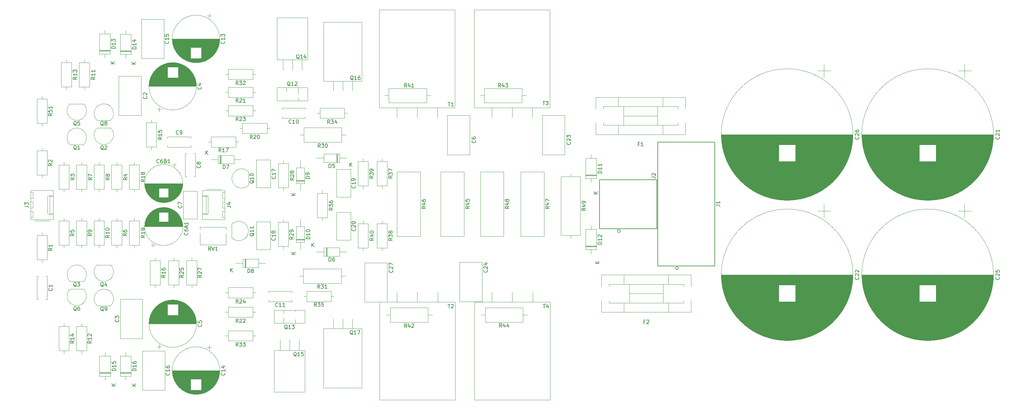
<source format=gbr>
G04 #@! TF.GenerationSoftware,KiCad,Pcbnew,(5.1.5)-3*
G04 #@! TF.CreationDate,2021-05-07T14:02:41+02:00*
G04 #@! TF.ProjectId,LeachAmp_kicad,4c656163-6841-46d7-905f-6b696361642e,rev?*
G04 #@! TF.SameCoordinates,Original*
G04 #@! TF.FileFunction,Legend,Top*
G04 #@! TF.FilePolarity,Positive*
%FSLAX46Y46*%
G04 Gerber Fmt 4.6, Leading zero omitted, Abs format (unit mm)*
G04 Created by KiCad (PCBNEW (5.1.5)-3) date 2021-05-07 14:02:41*
%MOMM*%
%LPD*%
G04 APERTURE LIST*
%ADD10C,0.120000*%
%ADD11C,0.152400*%
%ADD12C,0.150000*%
G04 APERTURE END LIST*
D10*
X206156000Y-62103000D02*
X205046000Y-62103000D01*
X193796000Y-62103000D02*
X194906000Y-62103000D01*
X205046000Y-60183000D02*
X194906000Y-60183000D01*
X205046000Y-64023000D02*
X205046000Y-60183000D01*
X194906000Y-64023000D02*
X205046000Y-64023000D01*
X194906000Y-60183000D02*
X194906000Y-64023000D01*
X141225000Y-120491000D02*
X141225000Y-119661000D01*
X141225000Y-123151000D02*
X141225000Y-121571000D01*
X144426000Y-119981000D02*
X144426000Y-119661000D01*
X144426000Y-123151000D02*
X144426000Y-122081000D01*
X138706000Y-123151000D02*
X138706000Y-119661000D01*
X146946000Y-123151000D02*
X146946000Y-119661000D01*
X146946000Y-119661000D02*
X138706000Y-119661000D01*
X146946000Y-123151000D02*
X138706000Y-123151000D01*
X145189000Y-62643000D02*
X145189000Y-63473000D01*
X145189000Y-59983000D02*
X145189000Y-61563000D01*
X141988000Y-63153000D02*
X141988000Y-63473000D01*
X141988000Y-59983000D02*
X141988000Y-61053000D01*
X147708000Y-59983000D02*
X147708000Y-63473000D01*
X139468000Y-59983000D02*
X139468000Y-63473000D01*
X139468000Y-63473000D02*
X147708000Y-63473000D01*
X139468000Y-59983000D02*
X147708000Y-59983000D01*
X124936000Y-94780000D02*
X125536000Y-94780000D01*
X124936000Y-93180000D02*
X124936000Y-94780000D01*
X125536000Y-93180000D02*
X124936000Y-93180000D01*
X124936000Y-92240000D02*
X125536000Y-92240000D01*
X124936000Y-90640000D02*
X124936000Y-92240000D01*
X125536000Y-90640000D02*
X124936000Y-90640000D01*
X124936000Y-89700000D02*
X125536000Y-89700000D01*
X124936000Y-88100000D02*
X124936000Y-89700000D01*
X125536000Y-88100000D02*
X124936000Y-88100000D01*
X119516000Y-93730000D02*
X120516000Y-93730000D01*
X119516000Y-89150000D02*
X120516000Y-89150000D01*
X121046000Y-93730000D02*
X120516000Y-93980000D01*
X121046000Y-89150000D02*
X121046000Y-93730000D01*
X120516000Y-88900000D02*
X121046000Y-89150000D01*
X120516000Y-93980000D02*
X119516000Y-93980000D01*
X120516000Y-88900000D02*
X120516000Y-93980000D01*
X119516000Y-88900000D02*
X120516000Y-88900000D01*
X124506000Y-87230000D02*
X120506000Y-87230000D01*
X125536000Y-95360000D02*
X125536000Y-87520000D01*
X119516000Y-95360000D02*
X125536000Y-95360000D01*
X119516000Y-87520000D02*
X119516000Y-95360000D01*
X125536000Y-87520000D02*
X119516000Y-87520000D01*
X250252000Y-120189000D02*
X250252000Y-117089000D01*
X226252000Y-120189000D02*
X250252000Y-120189000D01*
X226252000Y-110189000D02*
X226252000Y-113289000D01*
X250252000Y-110189000D02*
X226252000Y-110189000D01*
X250252000Y-113289000D02*
X250252000Y-110189000D01*
X226252000Y-117089000D02*
X226252000Y-120189000D01*
X248252000Y-117689000D02*
X248252000Y-117089000D01*
X228252000Y-117689000D02*
X248252000Y-117689000D01*
X228252000Y-112689000D02*
X228252000Y-113289000D01*
X248252000Y-112689000D02*
X228252000Y-112689000D01*
X248252000Y-113289000D02*
X248252000Y-112689000D01*
X228252000Y-117089000D02*
X228252000Y-117689000D01*
X233752000Y-117689000D02*
X233752000Y-112689000D01*
X242752000Y-117689000D02*
X242752000Y-112689000D01*
X242752000Y-115189000D02*
X233752000Y-115189000D01*
X232252000Y-120189000D02*
X232252000Y-117689000D01*
X232252000Y-110189000D02*
X232252000Y-112689000D01*
X244252000Y-110189000D02*
X244252000Y-112689000D01*
X244252000Y-117689000D02*
X244252000Y-120189000D01*
X248728000Y-72564000D02*
X248728000Y-69464000D01*
X224728000Y-72564000D02*
X248728000Y-72564000D01*
X224728000Y-62564000D02*
X224728000Y-65664000D01*
X248728000Y-62564000D02*
X224728000Y-62564000D01*
X248728000Y-65664000D02*
X248728000Y-62564000D01*
X224728000Y-69464000D02*
X224728000Y-72564000D01*
X246728000Y-70064000D02*
X246728000Y-69464000D01*
X226728000Y-70064000D02*
X246728000Y-70064000D01*
X226728000Y-65064000D02*
X226728000Y-65664000D01*
X246728000Y-65064000D02*
X226728000Y-65064000D01*
X246728000Y-65664000D02*
X246728000Y-65064000D01*
X226728000Y-69464000D02*
X226728000Y-70064000D01*
X232228000Y-70064000D02*
X232228000Y-65064000D01*
X241228000Y-70064000D02*
X241228000Y-65064000D01*
X241228000Y-67564000D02*
X232228000Y-67564000D01*
X230728000Y-72564000D02*
X230728000Y-70064000D01*
X230728000Y-62564000D02*
X230728000Y-65064000D01*
X242728000Y-62564000D02*
X242728000Y-65064000D01*
X242728000Y-70064000D02*
X242728000Y-72564000D01*
D11*
X231298000Y-98439356D02*
G75*
G03X231298000Y-98439356I-381000J0D01*
G01*
X225790000Y-97804356D02*
X241055400Y-97804356D01*
X225790000Y-84647156D02*
X225790000Y-97804356D01*
X241055400Y-84647156D02*
X225790000Y-84647156D01*
X241055400Y-97804356D02*
X241055400Y-84647156D01*
X246839000Y-108387256D02*
G75*
G03X246839000Y-108387256I-381000J0D01*
G01*
X241331000Y-107752256D02*
X256596400Y-107752256D01*
X241331000Y-74605256D02*
X241331000Y-107752256D01*
X256596400Y-74605256D02*
X241331000Y-74605256D01*
X256596400Y-107752256D02*
X256596400Y-74605256D01*
D10*
X196950000Y-117482000D02*
X196950000Y-114922000D01*
X202400000Y-117482000D02*
X202400000Y-114922000D01*
X207850000Y-117482000D02*
X207850000Y-114922000D01*
X192280000Y-143722000D02*
X192280000Y-117482000D01*
X212520000Y-143722000D02*
X212520000Y-117482000D01*
X212520000Y-143722000D02*
X192280000Y-143722000D01*
X212520000Y-117482000D02*
X192280000Y-117482000D01*
X207828000Y-65398000D02*
X207828000Y-67958000D01*
X202378000Y-65398000D02*
X202378000Y-67958000D01*
X196928000Y-65398000D02*
X196928000Y-67958000D01*
X212498000Y-39158000D02*
X212498000Y-65398000D01*
X192258000Y-39158000D02*
X192258000Y-65398000D01*
X192258000Y-39158000D02*
X212498000Y-39158000D01*
X192258000Y-65398000D02*
X212498000Y-65398000D01*
X171550000Y-117482000D02*
X171550000Y-114922000D01*
X177000000Y-117482000D02*
X177000000Y-114922000D01*
X182450000Y-117482000D02*
X182450000Y-114922000D01*
X166880000Y-143722000D02*
X166880000Y-117482000D01*
X187120000Y-143722000D02*
X187120000Y-117482000D01*
X187120000Y-143722000D02*
X166880000Y-143722000D01*
X187120000Y-117482000D02*
X166880000Y-117482000D01*
X182428000Y-65398000D02*
X182428000Y-67958000D01*
X176978000Y-65398000D02*
X176978000Y-67958000D01*
X171528000Y-65398000D02*
X171528000Y-67958000D01*
X187098000Y-39158000D02*
X187098000Y-65398000D01*
X166858000Y-39158000D02*
X166858000Y-65398000D01*
X166858000Y-39158000D02*
X187098000Y-39158000D01*
X166858000Y-65398000D02*
X187098000Y-65398000D01*
X125854000Y-99047000D02*
X125854000Y-102152000D01*
X125854000Y-97412000D02*
X125854000Y-98057000D01*
X118904000Y-99047000D02*
X118904000Y-102152000D01*
X118904000Y-97412000D02*
X118904000Y-98057000D01*
X118904000Y-102152000D02*
X125854000Y-102152000D01*
X118904000Y-97412000D02*
X125854000Y-97412000D01*
X76659000Y-70334000D02*
X76659000Y-69564000D01*
X76659000Y-62254000D02*
X76659000Y-63024000D01*
X78029000Y-69564000D02*
X78029000Y-63024000D01*
X75289000Y-69564000D02*
X78029000Y-69564000D01*
X75289000Y-63024000D02*
X75289000Y-69564000D01*
X78029000Y-63024000D02*
X75289000Y-63024000D01*
X218010000Y-82974000D02*
X218010000Y-83824000D01*
X218010000Y-100414000D02*
X218010000Y-99564000D01*
X215390000Y-83824000D02*
X215390000Y-99564000D01*
X220630000Y-83824000D02*
X215390000Y-83824000D01*
X220630000Y-99564000D02*
X220630000Y-83824000D01*
X215390000Y-99564000D02*
X220630000Y-99564000D01*
X197000000Y-82460000D02*
X197000000Y-82560000D01*
X197000000Y-99900000D02*
X197000000Y-99800000D01*
X193880000Y-82560000D02*
X193880000Y-99800000D01*
X200120000Y-82560000D02*
X193880000Y-82560000D01*
X200120000Y-99800000D02*
X200120000Y-82560000D01*
X193880000Y-99800000D02*
X200120000Y-99800000D01*
X207800000Y-82460000D02*
X207800000Y-82560000D01*
X207800000Y-99900000D02*
X207800000Y-99800000D01*
X204680000Y-82560000D02*
X204680000Y-99800000D01*
X210920000Y-82560000D02*
X204680000Y-82560000D01*
X210920000Y-99800000D02*
X210920000Y-82560000D01*
X204680000Y-99800000D02*
X210920000Y-99800000D01*
X174700000Y-82460000D02*
X174700000Y-82560000D01*
X174700000Y-99900000D02*
X174700000Y-99800000D01*
X171580000Y-82560000D02*
X171580000Y-99800000D01*
X177820000Y-82560000D02*
X171580000Y-82560000D01*
X177820000Y-99800000D02*
X177820000Y-82560000D01*
X171580000Y-99800000D02*
X177820000Y-99800000D01*
X186400000Y-82460000D02*
X186400000Y-82560000D01*
X186400000Y-99900000D02*
X186400000Y-99800000D01*
X183280000Y-82560000D02*
X183280000Y-99800000D01*
X189520000Y-82560000D02*
X183280000Y-82560000D01*
X189520000Y-99800000D02*
X189520000Y-82560000D01*
X183280000Y-99800000D02*
X189520000Y-99800000D01*
X206410000Y-120904000D02*
X205300000Y-120904000D01*
X194050000Y-120904000D02*
X195160000Y-120904000D01*
X205300000Y-118984000D02*
X195160000Y-118984000D01*
X205300000Y-122824000D02*
X205300000Y-118984000D01*
X195160000Y-122824000D02*
X205300000Y-122824000D01*
X195160000Y-118984000D02*
X195160000Y-122824000D01*
X181010000Y-120904000D02*
X179900000Y-120904000D01*
X168650000Y-120904000D02*
X169760000Y-120904000D01*
X179900000Y-118984000D02*
X169760000Y-118984000D01*
X179900000Y-122824000D02*
X179900000Y-118984000D01*
X169760000Y-122824000D02*
X179900000Y-122824000D01*
X169760000Y-118984000D02*
X169760000Y-122824000D01*
X180629000Y-62103000D02*
X179519000Y-62103000D01*
X168269000Y-62103000D02*
X169379000Y-62103000D01*
X179519000Y-60183000D02*
X169379000Y-60183000D01*
X179519000Y-64023000D02*
X179519000Y-60183000D01*
X169379000Y-64023000D02*
X179519000Y-64023000D01*
X169379000Y-60183000D02*
X169379000Y-64023000D01*
X162511000Y-95655000D02*
X162511000Y-96425000D01*
X162511000Y-103735000D02*
X162511000Y-102965000D01*
X161141000Y-96425000D02*
X161141000Y-102965000D01*
X163881000Y-96425000D02*
X161141000Y-96425000D01*
X163881000Y-102965000D02*
X163881000Y-96425000D01*
X161141000Y-102965000D02*
X163881000Y-102965000D01*
X162511000Y-79018000D02*
X162511000Y-79788000D01*
X162511000Y-87098000D02*
X162511000Y-86328000D01*
X161141000Y-79788000D02*
X161141000Y-86328000D01*
X163881000Y-79788000D02*
X161141000Y-79788000D01*
X163881000Y-86328000D02*
X163881000Y-79788000D01*
X161141000Y-86328000D02*
X163881000Y-86328000D01*
X167591000Y-95655000D02*
X167591000Y-96425000D01*
X167591000Y-103735000D02*
X167591000Y-102965000D01*
X166221000Y-96425000D02*
X166221000Y-102965000D01*
X168961000Y-96425000D02*
X166221000Y-96425000D01*
X168961000Y-102965000D02*
X168961000Y-96425000D01*
X166221000Y-102965000D02*
X168961000Y-102965000D01*
X167591000Y-87098000D02*
X167591000Y-86328000D01*
X167591000Y-79018000D02*
X167591000Y-79788000D01*
X168961000Y-86328000D02*
X168961000Y-79788000D01*
X166221000Y-86328000D02*
X168961000Y-86328000D01*
X166221000Y-79788000D02*
X166221000Y-86328000D01*
X168961000Y-79788000D02*
X166221000Y-79788000D01*
X151589000Y-95607000D02*
X151589000Y-94837000D01*
X151589000Y-87527000D02*
X151589000Y-88297000D01*
X152959000Y-94837000D02*
X152959000Y-88297000D01*
X150219000Y-94837000D02*
X152959000Y-94837000D01*
X150219000Y-88297000D02*
X150219000Y-94837000D01*
X152959000Y-88297000D02*
X150219000Y-88297000D01*
X154740000Y-115951000D02*
X153970000Y-115951000D01*
X146660000Y-115951000D02*
X147430000Y-115951000D01*
X153970000Y-114581000D02*
X147430000Y-114581000D01*
X153970000Y-117321000D02*
X153970000Y-114581000D01*
X147430000Y-117321000D02*
X153970000Y-117321000D01*
X147430000Y-114581000D02*
X147430000Y-117321000D01*
X150216000Y-66802000D02*
X150986000Y-66802000D01*
X158296000Y-66802000D02*
X157526000Y-66802000D01*
X150986000Y-68172000D02*
X157526000Y-68172000D01*
X150986000Y-65432000D02*
X150986000Y-68172000D01*
X157526000Y-65432000D02*
X150986000Y-65432000D01*
X157526000Y-68172000D02*
X157526000Y-65432000D01*
X133785000Y-126492000D02*
X133015000Y-126492000D01*
X125705000Y-126492000D02*
X126475000Y-126492000D01*
X133015000Y-125122000D02*
X126475000Y-125122000D01*
X133015000Y-127862000D02*
X133015000Y-125122000D01*
X126475000Y-127862000D02*
X133015000Y-127862000D01*
X126475000Y-125122000D02*
X126475000Y-127862000D01*
X125705000Y-56388000D02*
X126475000Y-56388000D01*
X133785000Y-56388000D02*
X133015000Y-56388000D01*
X126475000Y-57758000D02*
X133015000Y-57758000D01*
X126475000Y-55018000D02*
X126475000Y-57758000D01*
X133015000Y-55018000D02*
X126475000Y-55018000D01*
X133015000Y-57758000D02*
X133015000Y-55018000D01*
X157769000Y-110490000D02*
X156659000Y-110490000D01*
X145409000Y-110490000D02*
X146519000Y-110490000D01*
X156659000Y-108570000D02*
X146519000Y-108570000D01*
X156659000Y-112410000D02*
X156659000Y-108570000D01*
X146519000Y-112410000D02*
X156659000Y-112410000D01*
X146519000Y-108570000D02*
X146519000Y-112410000D01*
X145536000Y-72644000D02*
X146646000Y-72644000D01*
X157896000Y-72644000D02*
X156786000Y-72644000D01*
X146646000Y-74564000D02*
X156786000Y-74564000D01*
X146646000Y-70724000D02*
X146646000Y-74564000D01*
X156786000Y-70724000D02*
X146646000Y-70724000D01*
X156786000Y-74564000D02*
X156786000Y-70724000D01*
X141175000Y-103354000D02*
X141175000Y-102584000D01*
X141175000Y-95274000D02*
X141175000Y-96044000D01*
X142545000Y-102584000D02*
X142545000Y-96044000D01*
X139805000Y-102584000D02*
X142545000Y-102584000D01*
X139805000Y-96044000D02*
X139805000Y-102584000D01*
X142545000Y-96044000D02*
X139805000Y-96044000D01*
X141175000Y-87606000D02*
X141175000Y-86836000D01*
X141175000Y-79526000D02*
X141175000Y-80296000D01*
X142545000Y-86836000D02*
X142545000Y-80296000D01*
X139805000Y-86836000D02*
X142545000Y-86836000D01*
X139805000Y-80296000D02*
X139805000Y-86836000D01*
X142545000Y-80296000D02*
X139805000Y-80296000D01*
X116664000Y-105561000D02*
X116664000Y-106331000D01*
X116664000Y-113641000D02*
X116664000Y-112871000D01*
X115294000Y-106331000D02*
X115294000Y-112871000D01*
X118034000Y-106331000D02*
X115294000Y-106331000D01*
X118034000Y-112871000D02*
X118034000Y-106331000D01*
X115294000Y-112871000D02*
X118034000Y-112871000D01*
X111838000Y-105561000D02*
X111838000Y-106331000D01*
X111838000Y-113641000D02*
X111838000Y-112871000D01*
X110468000Y-106331000D02*
X110468000Y-112871000D01*
X113208000Y-106331000D02*
X110468000Y-106331000D01*
X113208000Y-112871000D02*
X113208000Y-106331000D01*
X110468000Y-112871000D02*
X113208000Y-112871000D01*
X133785000Y-114935000D02*
X133015000Y-114935000D01*
X125705000Y-114935000D02*
X126475000Y-114935000D01*
X133015000Y-113565000D02*
X126475000Y-113565000D01*
X133015000Y-116305000D02*
X133015000Y-113565000D01*
X126475000Y-116305000D02*
X133015000Y-116305000D01*
X126475000Y-113565000D02*
X126475000Y-116305000D01*
X133785000Y-66167000D02*
X133015000Y-66167000D01*
X125705000Y-66167000D02*
X126475000Y-66167000D01*
X133015000Y-64797000D02*
X126475000Y-64797000D01*
X133015000Y-67537000D02*
X133015000Y-64797000D01*
X126475000Y-67537000D02*
X133015000Y-67537000D01*
X126475000Y-64797000D02*
X126475000Y-67537000D01*
X133785000Y-120142000D02*
X133015000Y-120142000D01*
X125705000Y-120142000D02*
X126475000Y-120142000D01*
X133015000Y-118772000D02*
X126475000Y-118772000D01*
X133015000Y-121512000D02*
X133015000Y-118772000D01*
X126475000Y-121512000D02*
X133015000Y-121512000D01*
X126475000Y-118772000D02*
X126475000Y-121512000D01*
X133785000Y-61214000D02*
X133015000Y-61214000D01*
X125705000Y-61214000D02*
X126475000Y-61214000D01*
X133015000Y-59844000D02*
X126475000Y-59844000D01*
X133015000Y-62584000D02*
X133015000Y-59844000D01*
X126475000Y-62584000D02*
X133015000Y-62584000D01*
X126475000Y-59844000D02*
X126475000Y-62584000D01*
X129515000Y-70866000D02*
X130285000Y-70866000D01*
X137595000Y-70866000D02*
X136825000Y-70866000D01*
X130285000Y-72236000D02*
X136825000Y-72236000D01*
X130285000Y-69496000D02*
X130285000Y-72236000D01*
X136825000Y-69496000D02*
X130285000Y-69496000D01*
X136825000Y-72236000D02*
X136825000Y-69496000D01*
X101297000Y-102973000D02*
X101297000Y-102203000D01*
X101297000Y-94893000D02*
X101297000Y-95663000D01*
X102667000Y-102203000D02*
X102667000Y-95663000D01*
X99927000Y-102203000D02*
X102667000Y-102203000D01*
X99927000Y-95663000D02*
X99927000Y-102203000D01*
X102667000Y-95663000D02*
X99927000Y-95663000D01*
X101297000Y-87987000D02*
X101297000Y-87217000D01*
X101297000Y-79907000D02*
X101297000Y-80677000D01*
X102667000Y-87217000D02*
X102667000Y-80677000D01*
X99927000Y-87217000D02*
X102667000Y-87217000D01*
X99927000Y-80677000D02*
X99927000Y-87217000D01*
X102667000Y-80677000D02*
X99927000Y-80677000D01*
X121133000Y-74549000D02*
X121903000Y-74549000D01*
X129213000Y-74549000D02*
X128443000Y-74549000D01*
X121903000Y-75919000D02*
X128443000Y-75919000D01*
X121903000Y-73179000D02*
X121903000Y-75919000D01*
X128443000Y-73179000D02*
X121903000Y-73179000D01*
X128443000Y-75919000D02*
X128443000Y-73179000D01*
X106885000Y-113641000D02*
X106885000Y-112871000D01*
X106885000Y-105561000D02*
X106885000Y-106331000D01*
X108255000Y-112871000D02*
X108255000Y-106331000D01*
X105515000Y-112871000D02*
X108255000Y-112871000D01*
X105515000Y-106331000D02*
X105515000Y-112871000D01*
X108255000Y-106331000D02*
X105515000Y-106331000D01*
X105869000Y-76684000D02*
X105869000Y-75914000D01*
X105869000Y-68604000D02*
X105869000Y-69374000D01*
X107239000Y-75914000D02*
X107239000Y-69374000D01*
X104499000Y-75914000D02*
X107239000Y-75914000D01*
X104499000Y-69374000D02*
X104499000Y-75914000D01*
X107239000Y-69374000D02*
X104499000Y-69374000D01*
X82501000Y-123214000D02*
X82501000Y-123984000D01*
X82501000Y-131294000D02*
X82501000Y-130524000D01*
X81131000Y-123984000D02*
X81131000Y-130524000D01*
X83871000Y-123984000D02*
X81131000Y-123984000D01*
X83871000Y-130524000D02*
X83871000Y-123984000D01*
X81131000Y-130524000D02*
X83871000Y-130524000D01*
X83136000Y-60555000D02*
X83136000Y-59785000D01*
X83136000Y-52475000D02*
X83136000Y-53245000D01*
X84506000Y-59785000D02*
X84506000Y-53245000D01*
X81766000Y-59785000D02*
X84506000Y-59785000D01*
X81766000Y-53245000D02*
X81766000Y-59785000D01*
X84506000Y-53245000D02*
X81766000Y-53245000D01*
X87200000Y-123214000D02*
X87200000Y-123984000D01*
X87200000Y-131294000D02*
X87200000Y-130524000D01*
X85830000Y-123984000D02*
X85830000Y-130524000D01*
X88570000Y-123984000D02*
X85830000Y-123984000D01*
X88570000Y-130524000D02*
X88570000Y-123984000D01*
X85830000Y-130524000D02*
X88570000Y-130524000D01*
X87962000Y-60555000D02*
X87962000Y-59785000D01*
X87962000Y-52475000D02*
X87962000Y-53245000D01*
X89332000Y-59785000D02*
X89332000Y-53245000D01*
X86592000Y-59785000D02*
X89332000Y-59785000D01*
X86592000Y-53245000D02*
X86592000Y-59785000D01*
X89332000Y-53245000D02*
X86592000Y-53245000D01*
X91899000Y-94893000D02*
X91899000Y-95663000D01*
X91899000Y-102973000D02*
X91899000Y-102203000D01*
X90529000Y-95663000D02*
X90529000Y-102203000D01*
X93269000Y-95663000D02*
X90529000Y-95663000D01*
X93269000Y-102203000D02*
X93269000Y-95663000D01*
X90529000Y-102203000D02*
X93269000Y-102203000D01*
X87200000Y-94893000D02*
X87200000Y-95663000D01*
X87200000Y-102973000D02*
X87200000Y-102203000D01*
X85830000Y-95663000D02*
X85830000Y-102203000D01*
X88570000Y-95663000D02*
X85830000Y-95663000D01*
X88570000Y-102203000D02*
X88570000Y-95663000D01*
X85830000Y-102203000D02*
X88570000Y-102203000D01*
X91899000Y-87987000D02*
X91899000Y-87217000D01*
X91899000Y-79907000D02*
X91899000Y-80677000D01*
X93269000Y-87217000D02*
X93269000Y-80677000D01*
X90529000Y-87217000D02*
X93269000Y-87217000D01*
X90529000Y-80677000D02*
X90529000Y-87217000D01*
X93269000Y-80677000D02*
X90529000Y-80677000D01*
X87200000Y-87987000D02*
X87200000Y-87217000D01*
X87200000Y-79907000D02*
X87200000Y-80677000D01*
X88570000Y-87217000D02*
X88570000Y-80677000D01*
X85830000Y-87217000D02*
X88570000Y-87217000D01*
X85830000Y-80677000D02*
X85830000Y-87217000D01*
X88570000Y-80677000D02*
X85830000Y-80677000D01*
X96598000Y-94893000D02*
X96598000Y-95663000D01*
X96598000Y-102973000D02*
X96598000Y-102203000D01*
X95228000Y-95663000D02*
X95228000Y-102203000D01*
X97968000Y-95663000D02*
X95228000Y-95663000D01*
X97968000Y-102203000D02*
X97968000Y-95663000D01*
X95228000Y-102203000D02*
X97968000Y-102203000D01*
X82501000Y-94893000D02*
X82501000Y-95663000D01*
X82501000Y-102973000D02*
X82501000Y-102203000D01*
X81131000Y-95663000D02*
X81131000Y-102203000D01*
X83871000Y-95663000D02*
X81131000Y-95663000D01*
X83871000Y-102203000D02*
X83871000Y-95663000D01*
X81131000Y-102203000D02*
X83871000Y-102203000D01*
X96598000Y-87987000D02*
X96598000Y-87217000D01*
X96598000Y-79907000D02*
X96598000Y-80677000D01*
X97968000Y-87217000D02*
X97968000Y-80677000D01*
X95228000Y-87217000D02*
X97968000Y-87217000D01*
X95228000Y-80677000D02*
X95228000Y-87217000D01*
X97968000Y-80677000D02*
X95228000Y-80677000D01*
X82501000Y-87987000D02*
X82501000Y-87217000D01*
X82501000Y-79907000D02*
X82501000Y-80677000D01*
X83871000Y-87217000D02*
X83871000Y-80677000D01*
X81131000Y-87217000D02*
X83871000Y-87217000D01*
X81131000Y-80677000D02*
X81131000Y-87217000D01*
X83871000Y-80677000D02*
X81131000Y-80677000D01*
X76659000Y-76097000D02*
X76659000Y-76867000D01*
X76659000Y-84177000D02*
X76659000Y-83407000D01*
X75289000Y-76867000D02*
X75289000Y-83407000D01*
X78029000Y-76867000D02*
X75289000Y-76867000D01*
X78029000Y-83407000D02*
X78029000Y-76867000D01*
X75289000Y-83407000D02*
X78029000Y-83407000D01*
X76659000Y-106910000D02*
X76659000Y-106140000D01*
X76659000Y-98830000D02*
X76659000Y-99600000D01*
X78029000Y-106140000D02*
X78029000Y-99600000D01*
X75289000Y-106140000D02*
X78029000Y-106140000D01*
X75289000Y-99600000D02*
X75289000Y-106140000D01*
X78029000Y-99600000D02*
X75289000Y-99600000D01*
X154510000Y-124594000D02*
X154510000Y-122054000D01*
X157050000Y-124594000D02*
X157050000Y-122054000D01*
X159590000Y-124594000D02*
X159590000Y-122054000D01*
X151930000Y-140484000D02*
X151930000Y-124594000D01*
X162170000Y-140484000D02*
X162170000Y-124594000D01*
X162170000Y-140484000D02*
X151930000Y-140484000D01*
X162170000Y-124594000D02*
X151930000Y-124594000D01*
X159590000Y-58286000D02*
X159590000Y-60826000D01*
X157050000Y-58286000D02*
X157050000Y-60826000D01*
X154510000Y-58286000D02*
X154510000Y-60826000D01*
X162170000Y-42396000D02*
X162170000Y-58286000D01*
X151930000Y-42396000D02*
X151930000Y-58286000D01*
X151930000Y-42396000D02*
X162170000Y-42396000D01*
X151930000Y-58286000D02*
X162170000Y-58286000D01*
X140286000Y-130372000D02*
X140286000Y-127558000D01*
X142826000Y-130372000D02*
X142826000Y-127558000D01*
X145366000Y-130372000D02*
X145366000Y-127542000D01*
X138706000Y-141612000D02*
X138706000Y-130372000D01*
X146946000Y-141612000D02*
X146946000Y-130372000D01*
X146946000Y-141612000D02*
X138706000Y-141612000D01*
X146946000Y-130372000D02*
X138706000Y-130372000D01*
X146128000Y-52508000D02*
X146128000Y-55322000D01*
X143588000Y-52508000D02*
X143588000Y-55322000D01*
X141048000Y-52508000D02*
X141048000Y-55338000D01*
X147708000Y-41268000D02*
X147708000Y-52508000D01*
X139468000Y-41268000D02*
X139468000Y-52508000D01*
X139468000Y-41268000D02*
X147708000Y-41268000D01*
X139468000Y-52508000D02*
X147708000Y-52508000D01*
X127398522Y-100263478D02*
G75*
G03X131837000Y-98425000I1838478J1838478D01*
G01*
X127398522Y-96586522D02*
G75*
G02X131837000Y-98425000I1838478J-1838478D01*
G01*
X127387000Y-96625000D02*
X127387000Y-100225000D01*
X131837478Y-82489522D02*
G75*
G03X127399000Y-84328000I-1838478J-1838478D01*
G01*
X131837478Y-86166478D02*
G75*
G02X127399000Y-84328000I-1838478J1838478D01*
G01*
X131849000Y-86128000D02*
X131849000Y-82528000D01*
X95007478Y-118424478D02*
G75*
G03X93169000Y-113986000I-1838478J1838478D01*
G01*
X91330522Y-118424478D02*
G75*
G02X93169000Y-113986000I1838478J1838478D01*
G01*
X91369000Y-118436000D02*
X94969000Y-118436000D01*
X95007478Y-68767478D02*
G75*
G03X93169000Y-64329000I-1838478J1838478D01*
G01*
X91330522Y-68767478D02*
G75*
G02X93169000Y-64329000I1838478J1838478D01*
G01*
X91369000Y-68779000D02*
X94969000Y-68779000D01*
X84091522Y-113985522D02*
G75*
G03X85930000Y-118424000I1838478J-1838478D01*
G01*
X87768478Y-113985522D02*
G75*
G02X85930000Y-118424000I-1838478J-1838478D01*
G01*
X87730000Y-113974000D02*
X84130000Y-113974000D01*
X84091522Y-64328522D02*
G75*
G03X85930000Y-68767000I1838478J-1838478D01*
G01*
X87768478Y-64328522D02*
G75*
G02X85930000Y-68767000I-1838478J-1838478D01*
G01*
X87730000Y-64317000D02*
X84130000Y-64317000D01*
X91330522Y-107508522D02*
G75*
G03X93169000Y-111947000I1838478J-1838478D01*
G01*
X95007478Y-107508522D02*
G75*
G02X93169000Y-111947000I-1838478J-1838478D01*
G01*
X94969000Y-107497000D02*
X91369000Y-107497000D01*
X87768478Y-111947478D02*
G75*
G03X85930000Y-107509000I-1838478J1838478D01*
G01*
X84091522Y-111947478D02*
G75*
G02X85930000Y-107509000I1838478J1838478D01*
G01*
X84130000Y-111959000D02*
X87730000Y-111959000D01*
X91330522Y-70805522D02*
G75*
G03X93169000Y-75244000I1838478J-1838478D01*
G01*
X95007478Y-70805522D02*
G75*
G02X93169000Y-75244000I-1838478J-1838478D01*
G01*
X94969000Y-70794000D02*
X91369000Y-70794000D01*
X87768478Y-75244478D02*
G75*
G03X85930000Y-70806000I-1838478J1838478D01*
G01*
X84091522Y-75244478D02*
G75*
G02X85930000Y-70806000I1838478J1838478D01*
G01*
X84130000Y-75256000D02*
X87730000Y-75256000D01*
X74229000Y-88100000D02*
X73629000Y-88100000D01*
X74229000Y-89700000D02*
X74229000Y-88100000D01*
X73629000Y-89700000D02*
X74229000Y-89700000D01*
X74229000Y-90640000D02*
X73629000Y-90640000D01*
X74229000Y-92240000D02*
X74229000Y-90640000D01*
X73629000Y-92240000D02*
X74229000Y-92240000D01*
X74229000Y-93180000D02*
X73629000Y-93180000D01*
X74229000Y-94780000D02*
X74229000Y-93180000D01*
X73629000Y-94780000D02*
X74229000Y-94780000D01*
X79649000Y-89150000D02*
X78649000Y-89150000D01*
X79649000Y-93730000D02*
X78649000Y-93730000D01*
X78119000Y-89150000D02*
X78649000Y-88900000D01*
X78119000Y-93730000D02*
X78119000Y-89150000D01*
X78649000Y-93980000D02*
X78119000Y-93730000D01*
X78649000Y-88900000D02*
X79649000Y-88900000D01*
X78649000Y-93980000D02*
X78649000Y-88900000D01*
X79649000Y-93980000D02*
X78649000Y-93980000D01*
X74659000Y-95650000D02*
X78659000Y-95650000D01*
X73629000Y-87520000D02*
X73629000Y-95360000D01*
X79649000Y-87520000D02*
X73629000Y-87520000D01*
X79649000Y-95360000D02*
X79649000Y-87520000D01*
X73629000Y-95360000D02*
X79649000Y-95360000D01*
X97541000Y-136560000D02*
X100481000Y-136560000D01*
X97541000Y-136320000D02*
X100481000Y-136320000D01*
X97541000Y-136440000D02*
X100481000Y-136440000D01*
X99011000Y-130880000D02*
X99011000Y-131900000D01*
X99011000Y-138360000D02*
X99011000Y-137340000D01*
X97541000Y-131900000D02*
X97541000Y-137340000D01*
X100481000Y-131900000D02*
X97541000Y-131900000D01*
X100481000Y-137340000D02*
X100481000Y-131900000D01*
X97541000Y-137340000D02*
X100481000Y-137340000D01*
X92016500Y-136560000D02*
X94956500Y-136560000D01*
X92016500Y-136320000D02*
X94956500Y-136320000D01*
X92016500Y-136440000D02*
X94956500Y-136440000D01*
X93486500Y-130880000D02*
X93486500Y-131900000D01*
X93486500Y-138360000D02*
X93486500Y-137340000D01*
X92016500Y-131900000D02*
X92016500Y-137340000D01*
X94956500Y-131900000D02*
X92016500Y-131900000D01*
X94956500Y-137340000D02*
X94956500Y-131900000D01*
X92016500Y-137340000D02*
X94956500Y-137340000D01*
X97541000Y-50327000D02*
X100481000Y-50327000D01*
X97541000Y-50087000D02*
X100481000Y-50087000D01*
X97541000Y-50207000D02*
X100481000Y-50207000D01*
X99011000Y-44647000D02*
X99011000Y-45667000D01*
X99011000Y-52127000D02*
X99011000Y-51107000D01*
X97541000Y-45667000D02*
X97541000Y-51107000D01*
X100481000Y-45667000D02*
X97541000Y-45667000D01*
X100481000Y-51107000D02*
X100481000Y-45667000D01*
X97541000Y-51107000D02*
X100481000Y-51107000D01*
X91953000Y-50200000D02*
X94893000Y-50200000D01*
X91953000Y-49960000D02*
X94893000Y-49960000D01*
X91953000Y-50080000D02*
X94893000Y-50080000D01*
X93423000Y-44520000D02*
X93423000Y-45540000D01*
X93423000Y-52000000D02*
X93423000Y-50980000D01*
X91953000Y-45540000D02*
X91953000Y-50980000D01*
X94893000Y-45540000D02*
X91953000Y-45540000D01*
X94893000Y-50980000D02*
X94893000Y-45540000D01*
X91953000Y-50980000D02*
X94893000Y-50980000D01*
X222001000Y-102651000D02*
X224941000Y-102651000D01*
X222001000Y-102411000D02*
X224941000Y-102411000D01*
X222001000Y-102531000D02*
X224941000Y-102531000D01*
X223471000Y-96971000D02*
X223471000Y-97991000D01*
X223471000Y-104451000D02*
X223471000Y-103431000D01*
X222001000Y-97991000D02*
X222001000Y-103431000D01*
X224941000Y-97991000D02*
X222001000Y-97991000D01*
X224941000Y-103431000D02*
X224941000Y-97991000D01*
X222001000Y-103431000D02*
X224941000Y-103431000D01*
X222001000Y-83601000D02*
X224941000Y-83601000D01*
X222001000Y-83361000D02*
X224941000Y-83361000D01*
X222001000Y-83481000D02*
X224941000Y-83481000D01*
X223471000Y-77921000D02*
X223471000Y-78941000D01*
X223471000Y-85401000D02*
X223471000Y-84381000D01*
X222001000Y-78941000D02*
X222001000Y-84381000D01*
X224941000Y-78941000D02*
X222001000Y-78941000D01*
X224941000Y-84381000D02*
X224941000Y-78941000D01*
X222001000Y-84381000D02*
X224941000Y-84381000D01*
X144627000Y-100834000D02*
X146867000Y-100834000D01*
X144627000Y-100594000D02*
X146867000Y-100594000D01*
X144627000Y-100714000D02*
X146867000Y-100714000D01*
X145747000Y-95274000D02*
X145747000Y-97194000D01*
X145747000Y-103354000D02*
X145747000Y-101434000D01*
X144627000Y-97194000D02*
X144627000Y-101434000D01*
X146867000Y-97194000D02*
X144627000Y-97194000D01*
X146867000Y-101434000D02*
X146867000Y-97194000D01*
X144627000Y-101434000D02*
X146867000Y-101434000D01*
X144627000Y-85086000D02*
X146867000Y-85086000D01*
X144627000Y-84846000D02*
X146867000Y-84846000D01*
X144627000Y-84966000D02*
X146867000Y-84966000D01*
X145747000Y-79526000D02*
X145747000Y-81446000D01*
X145747000Y-87606000D02*
X145747000Y-85686000D01*
X144627000Y-81446000D02*
X144627000Y-85686000D01*
X146867000Y-81446000D02*
X144627000Y-81446000D01*
X146867000Y-85686000D02*
X146867000Y-81446000D01*
X144627000Y-85686000D02*
X146867000Y-85686000D01*
X130892000Y-105941000D02*
X130892000Y-108181000D01*
X131132000Y-105941000D02*
X131132000Y-108181000D01*
X131012000Y-105941000D02*
X131012000Y-108181000D01*
X136452000Y-107061000D02*
X134532000Y-107061000D01*
X128372000Y-107061000D02*
X130292000Y-107061000D01*
X134532000Y-105941000D02*
X130292000Y-105941000D01*
X134532000Y-108181000D02*
X134532000Y-105941000D01*
X130292000Y-108181000D02*
X134532000Y-108181000D01*
X130292000Y-105941000D02*
X130292000Y-108181000D01*
X124288000Y-78128000D02*
X124288000Y-80368000D01*
X124528000Y-78128000D02*
X124528000Y-80368000D01*
X124408000Y-78128000D02*
X124408000Y-80368000D01*
X129848000Y-79248000D02*
X127928000Y-79248000D01*
X121768000Y-79248000D02*
X123688000Y-79248000D01*
X127928000Y-78128000D02*
X123688000Y-78128000D01*
X127928000Y-80368000D02*
X127928000Y-78128000D01*
X123688000Y-80368000D02*
X127928000Y-80368000D01*
X123688000Y-78128000D02*
X123688000Y-80368000D01*
X152609000Y-102893000D02*
X152609000Y-105133000D01*
X152849000Y-102893000D02*
X152849000Y-105133000D01*
X152729000Y-102893000D02*
X152729000Y-105133000D01*
X158169000Y-104013000D02*
X156249000Y-104013000D01*
X150089000Y-104013000D02*
X152009000Y-104013000D01*
X156249000Y-102893000D02*
X152009000Y-102893000D01*
X156249000Y-105133000D02*
X156249000Y-102893000D01*
X152009000Y-105133000D02*
X156249000Y-105133000D01*
X152009000Y-102893000D02*
X152009000Y-105133000D01*
X155649000Y-79987000D02*
X155649000Y-77747000D01*
X155409000Y-79987000D02*
X155409000Y-77747000D01*
X155529000Y-79987000D02*
X155529000Y-77747000D01*
X150089000Y-78867000D02*
X152009000Y-78867000D01*
X158169000Y-78867000D02*
X156249000Y-78867000D01*
X152009000Y-79987000D02*
X156249000Y-79987000D01*
X152009000Y-77747000D02*
X152009000Y-79987000D01*
X156249000Y-77747000D02*
X152009000Y-77747000D01*
X156249000Y-79987000D02*
X156249000Y-77747000D01*
X112546000Y-80705354D02*
X111546000Y-80705354D01*
X112046000Y-80205354D02*
X112046000Y-81205354D01*
X109770000Y-90766000D02*
X108572000Y-90766000D01*
X110033000Y-90726000D02*
X108309000Y-90726000D01*
X110233000Y-90686000D02*
X108109000Y-90686000D01*
X110401000Y-90646000D02*
X107941000Y-90646000D01*
X110549000Y-90606000D02*
X107793000Y-90606000D01*
X110681000Y-90566000D02*
X107661000Y-90566000D01*
X110801000Y-90526000D02*
X107541000Y-90526000D01*
X110913000Y-90486000D02*
X107429000Y-90486000D01*
X111017000Y-90446000D02*
X107325000Y-90446000D01*
X111115000Y-90406000D02*
X107227000Y-90406000D01*
X111208000Y-90366000D02*
X107134000Y-90366000D01*
X111296000Y-90326000D02*
X107046000Y-90326000D01*
X111380000Y-90286000D02*
X106962000Y-90286000D01*
X111460000Y-90246000D02*
X106882000Y-90246000D01*
X111536000Y-90206000D02*
X106806000Y-90206000D01*
X111610000Y-90166000D02*
X106732000Y-90166000D01*
X111681000Y-90126000D02*
X106661000Y-90126000D01*
X111750000Y-90086000D02*
X106592000Y-90086000D01*
X111816000Y-90046000D02*
X106526000Y-90046000D01*
X111880000Y-90006000D02*
X106462000Y-90006000D01*
X111941000Y-89966000D02*
X106401000Y-89966000D01*
X112001000Y-89926000D02*
X106341000Y-89926000D01*
X112060000Y-89886000D02*
X106282000Y-89886000D01*
X112116000Y-89846000D02*
X106226000Y-89846000D01*
X112171000Y-89806000D02*
X106171000Y-89806000D01*
X112225000Y-89766000D02*
X106117000Y-89766000D01*
X112277000Y-89726000D02*
X106065000Y-89726000D01*
X112327000Y-89686000D02*
X106015000Y-89686000D01*
X112377000Y-89646000D02*
X105965000Y-89646000D01*
X112425000Y-89606000D02*
X105917000Y-89606000D01*
X112472000Y-89566000D02*
X105870000Y-89566000D01*
X112518000Y-89526000D02*
X105824000Y-89526000D01*
X112563000Y-89486000D02*
X105779000Y-89486000D01*
X112607000Y-89446000D02*
X105735000Y-89446000D01*
X107930000Y-89406000D02*
X105693000Y-89406000D01*
X112649000Y-89406000D02*
X110412000Y-89406000D01*
X107930000Y-89366000D02*
X105651000Y-89366000D01*
X112691000Y-89366000D02*
X110412000Y-89366000D01*
X107930000Y-89326000D02*
X105610000Y-89326000D01*
X112732000Y-89326000D02*
X110412000Y-89326000D01*
X107930000Y-89286000D02*
X105570000Y-89286000D01*
X112772000Y-89286000D02*
X110412000Y-89286000D01*
X107930000Y-89246000D02*
X105531000Y-89246000D01*
X112811000Y-89246000D02*
X110412000Y-89246000D01*
X107930000Y-89206000D02*
X105492000Y-89206000D01*
X112850000Y-89206000D02*
X110412000Y-89206000D01*
X107930000Y-89166000D02*
X105455000Y-89166000D01*
X112887000Y-89166000D02*
X110412000Y-89166000D01*
X107930000Y-89126000D02*
X105418000Y-89126000D01*
X112924000Y-89126000D02*
X110412000Y-89126000D01*
X107930000Y-89086000D02*
X105382000Y-89086000D01*
X112960000Y-89086000D02*
X110412000Y-89086000D01*
X107930000Y-89046000D02*
X105347000Y-89046000D01*
X112995000Y-89046000D02*
X110412000Y-89046000D01*
X107930000Y-89006000D02*
X105313000Y-89006000D01*
X113029000Y-89006000D02*
X110412000Y-89006000D01*
X107930000Y-88966000D02*
X105279000Y-88966000D01*
X113063000Y-88966000D02*
X110412000Y-88966000D01*
X107930000Y-88926000D02*
X105246000Y-88926000D01*
X113096000Y-88926000D02*
X110412000Y-88926000D01*
X107930000Y-88886000D02*
X105214000Y-88886000D01*
X113128000Y-88886000D02*
X110412000Y-88886000D01*
X107930000Y-88846000D02*
X105182000Y-88846000D01*
X113160000Y-88846000D02*
X110412000Y-88846000D01*
X107930000Y-88806000D02*
X105151000Y-88806000D01*
X113191000Y-88806000D02*
X110412000Y-88806000D01*
X107930000Y-88766000D02*
X105121000Y-88766000D01*
X113221000Y-88766000D02*
X110412000Y-88766000D01*
X107930000Y-88726000D02*
X105091000Y-88726000D01*
X113251000Y-88726000D02*
X110412000Y-88726000D01*
X107930000Y-88686000D02*
X105061000Y-88686000D01*
X113281000Y-88686000D02*
X110412000Y-88686000D01*
X107930000Y-88646000D02*
X105033000Y-88646000D01*
X113309000Y-88646000D02*
X110412000Y-88646000D01*
X107930000Y-88606000D02*
X105005000Y-88606000D01*
X113337000Y-88606000D02*
X110412000Y-88606000D01*
X107930000Y-88566000D02*
X104977000Y-88566000D01*
X113365000Y-88566000D02*
X110412000Y-88566000D01*
X107930000Y-88526000D02*
X104950000Y-88526000D01*
X113392000Y-88526000D02*
X110412000Y-88526000D01*
X107930000Y-88486000D02*
X104924000Y-88486000D01*
X113418000Y-88486000D02*
X110412000Y-88486000D01*
X107930000Y-88446000D02*
X104898000Y-88446000D01*
X113444000Y-88446000D02*
X110412000Y-88446000D01*
X107930000Y-88406000D02*
X104873000Y-88406000D01*
X113469000Y-88406000D02*
X110412000Y-88406000D01*
X107930000Y-88366000D02*
X104848000Y-88366000D01*
X113494000Y-88366000D02*
X110412000Y-88366000D01*
X107930000Y-88326000D02*
X104824000Y-88326000D01*
X113518000Y-88326000D02*
X110412000Y-88326000D01*
X107930000Y-88286000D02*
X104800000Y-88286000D01*
X113542000Y-88286000D02*
X110412000Y-88286000D01*
X107930000Y-88246000D02*
X104776000Y-88246000D01*
X113566000Y-88246000D02*
X110412000Y-88246000D01*
X107930000Y-88206000D02*
X104754000Y-88206000D01*
X113588000Y-88206000D02*
X110412000Y-88206000D01*
X107930000Y-88166000D02*
X104731000Y-88166000D01*
X113611000Y-88166000D02*
X110412000Y-88166000D01*
X107930000Y-88126000D02*
X104709000Y-88126000D01*
X113633000Y-88126000D02*
X110412000Y-88126000D01*
X107930000Y-88086000D02*
X104688000Y-88086000D01*
X113654000Y-88086000D02*
X110412000Y-88086000D01*
X107930000Y-88046000D02*
X104667000Y-88046000D01*
X113675000Y-88046000D02*
X110412000Y-88046000D01*
X107930000Y-88006000D02*
X104646000Y-88006000D01*
X113696000Y-88006000D02*
X110412000Y-88006000D01*
X107930000Y-87966000D02*
X104626000Y-87966000D01*
X113716000Y-87966000D02*
X110412000Y-87966000D01*
X107930000Y-87926000D02*
X104607000Y-87926000D01*
X113735000Y-87926000D02*
X110412000Y-87926000D01*
X107930000Y-87886000D02*
X104587000Y-87886000D01*
X113755000Y-87886000D02*
X110412000Y-87886000D01*
X107930000Y-87846000D02*
X104568000Y-87846000D01*
X113774000Y-87846000D02*
X110412000Y-87846000D01*
X107930000Y-87806000D02*
X104550000Y-87806000D01*
X113792000Y-87806000D02*
X110412000Y-87806000D01*
X107930000Y-87766000D02*
X104532000Y-87766000D01*
X113810000Y-87766000D02*
X110412000Y-87766000D01*
X107930000Y-87726000D02*
X104514000Y-87726000D01*
X113828000Y-87726000D02*
X110412000Y-87726000D01*
X107930000Y-87686000D02*
X104497000Y-87686000D01*
X113845000Y-87686000D02*
X110412000Y-87686000D01*
X107930000Y-87646000D02*
X104481000Y-87646000D01*
X113861000Y-87646000D02*
X110412000Y-87646000D01*
X107930000Y-87606000D02*
X104464000Y-87606000D01*
X113878000Y-87606000D02*
X110412000Y-87606000D01*
X107930000Y-87566000D02*
X104448000Y-87566000D01*
X113894000Y-87566000D02*
X110412000Y-87566000D01*
X107930000Y-87526000D02*
X104433000Y-87526000D01*
X113909000Y-87526000D02*
X110412000Y-87526000D01*
X107930000Y-87486000D02*
X104417000Y-87486000D01*
X113925000Y-87486000D02*
X110412000Y-87486000D01*
X107930000Y-87446000D02*
X104403000Y-87446000D01*
X113939000Y-87446000D02*
X110412000Y-87446000D01*
X107930000Y-87406000D02*
X104388000Y-87406000D01*
X113954000Y-87406000D02*
X110412000Y-87406000D01*
X107930000Y-87366000D02*
X104374000Y-87366000D01*
X113968000Y-87366000D02*
X110412000Y-87366000D01*
X107930000Y-87326000D02*
X104360000Y-87326000D01*
X113982000Y-87326000D02*
X110412000Y-87326000D01*
X107930000Y-87286000D02*
X104347000Y-87286000D01*
X113995000Y-87286000D02*
X110412000Y-87286000D01*
X107930000Y-87246000D02*
X104334000Y-87246000D01*
X114008000Y-87246000D02*
X110412000Y-87246000D01*
X107930000Y-87206000D02*
X104321000Y-87206000D01*
X114021000Y-87206000D02*
X110412000Y-87206000D01*
X107930000Y-87166000D02*
X104309000Y-87166000D01*
X114033000Y-87166000D02*
X110412000Y-87166000D01*
X107930000Y-87126000D02*
X104297000Y-87126000D01*
X114045000Y-87126000D02*
X110412000Y-87126000D01*
X107930000Y-87086000D02*
X104286000Y-87086000D01*
X114056000Y-87086000D02*
X110412000Y-87086000D01*
X107930000Y-87046000D02*
X104274000Y-87046000D01*
X114068000Y-87046000D02*
X110412000Y-87046000D01*
X107930000Y-87006000D02*
X104264000Y-87006000D01*
X114078000Y-87006000D02*
X110412000Y-87006000D01*
X107930000Y-86966000D02*
X104253000Y-86966000D01*
X114089000Y-86966000D02*
X110412000Y-86966000D01*
X114099000Y-86926000D02*
X104243000Y-86926000D01*
X114109000Y-86886000D02*
X104233000Y-86886000D01*
X114118000Y-86846000D02*
X104224000Y-86846000D01*
X114127000Y-86806000D02*
X104215000Y-86806000D01*
X114136000Y-86766000D02*
X104206000Y-86766000D01*
X114145000Y-86726000D02*
X104197000Y-86726000D01*
X114153000Y-86686000D02*
X104189000Y-86686000D01*
X114161000Y-86646000D02*
X104181000Y-86646000D01*
X114168000Y-86606000D02*
X104174000Y-86606000D01*
X114175000Y-86566000D02*
X104167000Y-86566000D01*
X114182000Y-86526000D02*
X104160000Y-86526000D01*
X114189000Y-86486000D02*
X104153000Y-86486000D01*
X114195000Y-86446000D02*
X104147000Y-86446000D01*
X114201000Y-86406000D02*
X104141000Y-86406000D01*
X114206000Y-86365000D02*
X104136000Y-86365000D01*
X114211000Y-86325000D02*
X104131000Y-86325000D01*
X114216000Y-86285000D02*
X104126000Y-86285000D01*
X114221000Y-86245000D02*
X104121000Y-86245000D01*
X114225000Y-86205000D02*
X104117000Y-86205000D01*
X114229000Y-86165000D02*
X104113000Y-86165000D01*
X114233000Y-86125000D02*
X104109000Y-86125000D01*
X114236000Y-86085000D02*
X104106000Y-86085000D01*
X114239000Y-86045000D02*
X104103000Y-86045000D01*
X114241000Y-86005000D02*
X104101000Y-86005000D01*
X114244000Y-85965000D02*
X104098000Y-85965000D01*
X114246000Y-85925000D02*
X104096000Y-85925000D01*
X114248000Y-85885000D02*
X104094000Y-85885000D01*
X114249000Y-85845000D02*
X104093000Y-85845000D01*
X114250000Y-85805000D02*
X104092000Y-85805000D01*
X114251000Y-85765000D02*
X104091000Y-85765000D01*
X114251000Y-85725000D02*
X104091000Y-85725000D01*
X114251000Y-85685000D02*
X104091000Y-85685000D01*
X114291000Y-85685000D02*
G75*
G03X114291000Y-85685000I-5120000J0D01*
G01*
X105796000Y-102174646D02*
X106796000Y-102174646D01*
X106296000Y-102674646D02*
X106296000Y-101674646D01*
X108572000Y-92114000D02*
X109770000Y-92114000D01*
X108309000Y-92154000D02*
X110033000Y-92154000D01*
X108109000Y-92194000D02*
X110233000Y-92194000D01*
X107941000Y-92234000D02*
X110401000Y-92234000D01*
X107793000Y-92274000D02*
X110549000Y-92274000D01*
X107661000Y-92314000D02*
X110681000Y-92314000D01*
X107541000Y-92354000D02*
X110801000Y-92354000D01*
X107429000Y-92394000D02*
X110913000Y-92394000D01*
X107325000Y-92434000D02*
X111017000Y-92434000D01*
X107227000Y-92474000D02*
X111115000Y-92474000D01*
X107134000Y-92514000D02*
X111208000Y-92514000D01*
X107046000Y-92554000D02*
X111296000Y-92554000D01*
X106962000Y-92594000D02*
X111380000Y-92594000D01*
X106882000Y-92634000D02*
X111460000Y-92634000D01*
X106806000Y-92674000D02*
X111536000Y-92674000D01*
X106732000Y-92714000D02*
X111610000Y-92714000D01*
X106661000Y-92754000D02*
X111681000Y-92754000D01*
X106592000Y-92794000D02*
X111750000Y-92794000D01*
X106526000Y-92834000D02*
X111816000Y-92834000D01*
X106462000Y-92874000D02*
X111880000Y-92874000D01*
X106401000Y-92914000D02*
X111941000Y-92914000D01*
X106341000Y-92954000D02*
X112001000Y-92954000D01*
X106282000Y-92994000D02*
X112060000Y-92994000D01*
X106226000Y-93034000D02*
X112116000Y-93034000D01*
X106171000Y-93074000D02*
X112171000Y-93074000D01*
X106117000Y-93114000D02*
X112225000Y-93114000D01*
X106065000Y-93154000D02*
X112277000Y-93154000D01*
X106015000Y-93194000D02*
X112327000Y-93194000D01*
X105965000Y-93234000D02*
X112377000Y-93234000D01*
X105917000Y-93274000D02*
X112425000Y-93274000D01*
X105870000Y-93314000D02*
X112472000Y-93314000D01*
X105824000Y-93354000D02*
X112518000Y-93354000D01*
X105779000Y-93394000D02*
X112563000Y-93394000D01*
X105735000Y-93434000D02*
X112607000Y-93434000D01*
X110412000Y-93474000D02*
X112649000Y-93474000D01*
X105693000Y-93474000D02*
X107930000Y-93474000D01*
X110412000Y-93514000D02*
X112691000Y-93514000D01*
X105651000Y-93514000D02*
X107930000Y-93514000D01*
X110412000Y-93554000D02*
X112732000Y-93554000D01*
X105610000Y-93554000D02*
X107930000Y-93554000D01*
X110412000Y-93594000D02*
X112772000Y-93594000D01*
X105570000Y-93594000D02*
X107930000Y-93594000D01*
X110412000Y-93634000D02*
X112811000Y-93634000D01*
X105531000Y-93634000D02*
X107930000Y-93634000D01*
X110412000Y-93674000D02*
X112850000Y-93674000D01*
X105492000Y-93674000D02*
X107930000Y-93674000D01*
X110412000Y-93714000D02*
X112887000Y-93714000D01*
X105455000Y-93714000D02*
X107930000Y-93714000D01*
X110412000Y-93754000D02*
X112924000Y-93754000D01*
X105418000Y-93754000D02*
X107930000Y-93754000D01*
X110412000Y-93794000D02*
X112960000Y-93794000D01*
X105382000Y-93794000D02*
X107930000Y-93794000D01*
X110412000Y-93834000D02*
X112995000Y-93834000D01*
X105347000Y-93834000D02*
X107930000Y-93834000D01*
X110412000Y-93874000D02*
X113029000Y-93874000D01*
X105313000Y-93874000D02*
X107930000Y-93874000D01*
X110412000Y-93914000D02*
X113063000Y-93914000D01*
X105279000Y-93914000D02*
X107930000Y-93914000D01*
X110412000Y-93954000D02*
X113096000Y-93954000D01*
X105246000Y-93954000D02*
X107930000Y-93954000D01*
X110412000Y-93994000D02*
X113128000Y-93994000D01*
X105214000Y-93994000D02*
X107930000Y-93994000D01*
X110412000Y-94034000D02*
X113160000Y-94034000D01*
X105182000Y-94034000D02*
X107930000Y-94034000D01*
X110412000Y-94074000D02*
X113191000Y-94074000D01*
X105151000Y-94074000D02*
X107930000Y-94074000D01*
X110412000Y-94114000D02*
X113221000Y-94114000D01*
X105121000Y-94114000D02*
X107930000Y-94114000D01*
X110412000Y-94154000D02*
X113251000Y-94154000D01*
X105091000Y-94154000D02*
X107930000Y-94154000D01*
X110412000Y-94194000D02*
X113281000Y-94194000D01*
X105061000Y-94194000D02*
X107930000Y-94194000D01*
X110412000Y-94234000D02*
X113309000Y-94234000D01*
X105033000Y-94234000D02*
X107930000Y-94234000D01*
X110412000Y-94274000D02*
X113337000Y-94274000D01*
X105005000Y-94274000D02*
X107930000Y-94274000D01*
X110412000Y-94314000D02*
X113365000Y-94314000D01*
X104977000Y-94314000D02*
X107930000Y-94314000D01*
X110412000Y-94354000D02*
X113392000Y-94354000D01*
X104950000Y-94354000D02*
X107930000Y-94354000D01*
X110412000Y-94394000D02*
X113418000Y-94394000D01*
X104924000Y-94394000D02*
X107930000Y-94394000D01*
X110412000Y-94434000D02*
X113444000Y-94434000D01*
X104898000Y-94434000D02*
X107930000Y-94434000D01*
X110412000Y-94474000D02*
X113469000Y-94474000D01*
X104873000Y-94474000D02*
X107930000Y-94474000D01*
X110412000Y-94514000D02*
X113494000Y-94514000D01*
X104848000Y-94514000D02*
X107930000Y-94514000D01*
X110412000Y-94554000D02*
X113518000Y-94554000D01*
X104824000Y-94554000D02*
X107930000Y-94554000D01*
X110412000Y-94594000D02*
X113542000Y-94594000D01*
X104800000Y-94594000D02*
X107930000Y-94594000D01*
X110412000Y-94634000D02*
X113566000Y-94634000D01*
X104776000Y-94634000D02*
X107930000Y-94634000D01*
X110412000Y-94674000D02*
X113588000Y-94674000D01*
X104754000Y-94674000D02*
X107930000Y-94674000D01*
X110412000Y-94714000D02*
X113611000Y-94714000D01*
X104731000Y-94714000D02*
X107930000Y-94714000D01*
X110412000Y-94754000D02*
X113633000Y-94754000D01*
X104709000Y-94754000D02*
X107930000Y-94754000D01*
X110412000Y-94794000D02*
X113654000Y-94794000D01*
X104688000Y-94794000D02*
X107930000Y-94794000D01*
X110412000Y-94834000D02*
X113675000Y-94834000D01*
X104667000Y-94834000D02*
X107930000Y-94834000D01*
X110412000Y-94874000D02*
X113696000Y-94874000D01*
X104646000Y-94874000D02*
X107930000Y-94874000D01*
X110412000Y-94914000D02*
X113716000Y-94914000D01*
X104626000Y-94914000D02*
X107930000Y-94914000D01*
X110412000Y-94954000D02*
X113735000Y-94954000D01*
X104607000Y-94954000D02*
X107930000Y-94954000D01*
X110412000Y-94994000D02*
X113755000Y-94994000D01*
X104587000Y-94994000D02*
X107930000Y-94994000D01*
X110412000Y-95034000D02*
X113774000Y-95034000D01*
X104568000Y-95034000D02*
X107930000Y-95034000D01*
X110412000Y-95074000D02*
X113792000Y-95074000D01*
X104550000Y-95074000D02*
X107930000Y-95074000D01*
X110412000Y-95114000D02*
X113810000Y-95114000D01*
X104532000Y-95114000D02*
X107930000Y-95114000D01*
X110412000Y-95154000D02*
X113828000Y-95154000D01*
X104514000Y-95154000D02*
X107930000Y-95154000D01*
X110412000Y-95194000D02*
X113845000Y-95194000D01*
X104497000Y-95194000D02*
X107930000Y-95194000D01*
X110412000Y-95234000D02*
X113861000Y-95234000D01*
X104481000Y-95234000D02*
X107930000Y-95234000D01*
X110412000Y-95274000D02*
X113878000Y-95274000D01*
X104464000Y-95274000D02*
X107930000Y-95274000D01*
X110412000Y-95314000D02*
X113894000Y-95314000D01*
X104448000Y-95314000D02*
X107930000Y-95314000D01*
X110412000Y-95354000D02*
X113909000Y-95354000D01*
X104433000Y-95354000D02*
X107930000Y-95354000D01*
X110412000Y-95394000D02*
X113925000Y-95394000D01*
X104417000Y-95394000D02*
X107930000Y-95394000D01*
X110412000Y-95434000D02*
X113939000Y-95434000D01*
X104403000Y-95434000D02*
X107930000Y-95434000D01*
X110412000Y-95474000D02*
X113954000Y-95474000D01*
X104388000Y-95474000D02*
X107930000Y-95474000D01*
X110412000Y-95514000D02*
X113968000Y-95514000D01*
X104374000Y-95514000D02*
X107930000Y-95514000D01*
X110412000Y-95554000D02*
X113982000Y-95554000D01*
X104360000Y-95554000D02*
X107930000Y-95554000D01*
X110412000Y-95594000D02*
X113995000Y-95594000D01*
X104347000Y-95594000D02*
X107930000Y-95594000D01*
X110412000Y-95634000D02*
X114008000Y-95634000D01*
X104334000Y-95634000D02*
X107930000Y-95634000D01*
X110412000Y-95674000D02*
X114021000Y-95674000D01*
X104321000Y-95674000D02*
X107930000Y-95674000D01*
X110412000Y-95714000D02*
X114033000Y-95714000D01*
X104309000Y-95714000D02*
X107930000Y-95714000D01*
X110412000Y-95754000D02*
X114045000Y-95754000D01*
X104297000Y-95754000D02*
X107930000Y-95754000D01*
X110412000Y-95794000D02*
X114056000Y-95794000D01*
X104286000Y-95794000D02*
X107930000Y-95794000D01*
X110412000Y-95834000D02*
X114068000Y-95834000D01*
X104274000Y-95834000D02*
X107930000Y-95834000D01*
X110412000Y-95874000D02*
X114078000Y-95874000D01*
X104264000Y-95874000D02*
X107930000Y-95874000D01*
X110412000Y-95914000D02*
X114089000Y-95914000D01*
X104253000Y-95914000D02*
X107930000Y-95914000D01*
X104243000Y-95954000D02*
X114099000Y-95954000D01*
X104233000Y-95994000D02*
X114109000Y-95994000D01*
X104224000Y-96034000D02*
X114118000Y-96034000D01*
X104215000Y-96074000D02*
X114127000Y-96074000D01*
X104206000Y-96114000D02*
X114136000Y-96114000D01*
X104197000Y-96154000D02*
X114145000Y-96154000D01*
X104189000Y-96194000D02*
X114153000Y-96194000D01*
X104181000Y-96234000D02*
X114161000Y-96234000D01*
X104174000Y-96274000D02*
X114168000Y-96274000D01*
X104167000Y-96314000D02*
X114175000Y-96314000D01*
X104160000Y-96354000D02*
X114182000Y-96354000D01*
X104153000Y-96394000D02*
X114189000Y-96394000D01*
X104147000Y-96434000D02*
X114195000Y-96434000D01*
X104141000Y-96474000D02*
X114201000Y-96474000D01*
X104136000Y-96515000D02*
X114206000Y-96515000D01*
X104131000Y-96555000D02*
X114211000Y-96555000D01*
X104126000Y-96595000D02*
X114216000Y-96595000D01*
X104121000Y-96635000D02*
X114221000Y-96635000D01*
X104117000Y-96675000D02*
X114225000Y-96675000D01*
X104113000Y-96715000D02*
X114229000Y-96715000D01*
X104109000Y-96755000D02*
X114233000Y-96755000D01*
X104106000Y-96795000D02*
X114236000Y-96795000D01*
X104103000Y-96835000D02*
X114239000Y-96835000D01*
X104101000Y-96875000D02*
X114241000Y-96875000D01*
X104098000Y-96915000D02*
X114244000Y-96915000D01*
X104096000Y-96955000D02*
X114246000Y-96955000D01*
X104094000Y-96995000D02*
X114248000Y-96995000D01*
X104093000Y-97035000D02*
X114249000Y-97035000D01*
X104092000Y-97075000D02*
X114250000Y-97075000D01*
X104091000Y-97115000D02*
X114251000Y-97115000D01*
X104091000Y-97155000D02*
X114251000Y-97155000D01*
X104091000Y-97195000D02*
X114251000Y-97195000D01*
X114291000Y-97195000D02*
G75*
G03X114291000Y-97195000I-5120000J0D01*
G01*
X162970000Y-106931000D02*
X168910000Y-106931000D01*
X162970000Y-117471000D02*
X168910000Y-117471000D01*
X168910000Y-117471000D02*
X168910000Y-106931000D01*
X162970000Y-117471000D02*
X162970000Y-106931000D01*
X287547000Y-55459998D02*
X284047000Y-55459998D01*
X285797000Y-53709998D02*
X285797000Y-57209998D01*
X276722000Y-90164000D02*
X275122000Y-90164000D01*
X277335000Y-90124000D02*
X274509000Y-90124000D01*
X277757000Y-90084000D02*
X274087000Y-90084000D01*
X278099000Y-90044000D02*
X273745000Y-90044000D01*
X278395000Y-90004000D02*
X273449000Y-90004000D01*
X278658000Y-89964000D02*
X273186000Y-89964000D01*
X278898000Y-89924000D02*
X272946000Y-89924000D01*
X279120000Y-89884000D02*
X272724000Y-89884000D01*
X279327000Y-89844000D02*
X272517000Y-89844000D01*
X279522000Y-89804000D02*
X272322000Y-89804000D01*
X279707000Y-89764000D02*
X272137000Y-89764000D01*
X279882000Y-89724000D02*
X271962000Y-89724000D01*
X280050000Y-89684000D02*
X271794000Y-89684000D01*
X280211000Y-89644000D02*
X271633000Y-89644000D01*
X280366000Y-89604000D02*
X271478000Y-89604000D01*
X280515000Y-89564000D02*
X271329000Y-89564000D01*
X280660000Y-89524000D02*
X271184000Y-89524000D01*
X280800000Y-89484000D02*
X271044000Y-89484000D01*
X280935000Y-89444000D02*
X270909000Y-89444000D01*
X281067000Y-89404000D02*
X270777000Y-89404000D01*
X281195000Y-89364000D02*
X270649000Y-89364000D01*
X281320000Y-89324000D02*
X270524000Y-89324000D01*
X281442000Y-89284000D02*
X270402000Y-89284000D01*
X281561000Y-89244000D02*
X270283000Y-89244000D01*
X281677000Y-89204000D02*
X270167000Y-89204000D01*
X281790000Y-89164000D02*
X270054000Y-89164000D01*
X281902000Y-89124000D02*
X269942000Y-89124000D01*
X282011000Y-89084000D02*
X269833000Y-89084000D01*
X282117000Y-89044000D02*
X269727000Y-89044000D01*
X282222000Y-89004000D02*
X269622000Y-89004000D01*
X282325000Y-88964000D02*
X269519000Y-88964000D01*
X282426000Y-88924000D02*
X269418000Y-88924000D01*
X282525000Y-88884000D02*
X269319000Y-88884000D01*
X282622000Y-88844000D02*
X269222000Y-88844000D01*
X282718000Y-88804000D02*
X269126000Y-88804000D01*
X282812000Y-88764000D02*
X269032000Y-88764000D01*
X282905000Y-88724000D02*
X268939000Y-88724000D01*
X282997000Y-88684000D02*
X268847000Y-88684000D01*
X283087000Y-88644000D02*
X268757000Y-88644000D01*
X283175000Y-88604000D02*
X268669000Y-88604000D01*
X283263000Y-88564000D02*
X268581000Y-88564000D01*
X283349000Y-88524000D02*
X268495000Y-88524000D01*
X283434000Y-88484000D02*
X268410000Y-88484000D01*
X283517000Y-88444000D02*
X268327000Y-88444000D01*
X283600000Y-88404000D02*
X268244000Y-88404000D01*
X283681000Y-88364000D02*
X268163000Y-88364000D01*
X283762000Y-88324000D02*
X268082000Y-88324000D01*
X283842000Y-88284000D02*
X268002000Y-88284000D01*
X283920000Y-88244000D02*
X267924000Y-88244000D01*
X283998000Y-88204000D02*
X267846000Y-88204000D01*
X284074000Y-88164000D02*
X267770000Y-88164000D01*
X284150000Y-88124000D02*
X267694000Y-88124000D01*
X284225000Y-88084000D02*
X267619000Y-88084000D01*
X284299000Y-88044000D02*
X267545000Y-88044000D01*
X284372000Y-88004000D02*
X267472000Y-88004000D01*
X284444000Y-87964000D02*
X267400000Y-87964000D01*
X284516000Y-87924000D02*
X267328000Y-87924000D01*
X284587000Y-87884000D02*
X267257000Y-87884000D01*
X284657000Y-87844000D02*
X267187000Y-87844000D01*
X284726000Y-87804000D02*
X267118000Y-87804000D01*
X284795000Y-87764000D02*
X267049000Y-87764000D01*
X284862000Y-87724000D02*
X266982000Y-87724000D01*
X284930000Y-87684000D02*
X266914000Y-87684000D01*
X284996000Y-87644000D02*
X266848000Y-87644000D01*
X285062000Y-87604000D02*
X266782000Y-87604000D01*
X285127000Y-87564000D02*
X266717000Y-87564000D01*
X285192000Y-87524000D02*
X266652000Y-87524000D01*
X285256000Y-87484000D02*
X266588000Y-87484000D01*
X285319000Y-87444000D02*
X266525000Y-87444000D01*
X285382000Y-87404000D02*
X266462000Y-87404000D01*
X285444000Y-87364000D02*
X266400000Y-87364000D01*
X285506000Y-87324000D02*
X266338000Y-87324000D01*
X285567000Y-87284000D02*
X266277000Y-87284000D01*
X285627000Y-87244000D02*
X266217000Y-87244000D01*
X285687000Y-87204000D02*
X266157000Y-87204000D01*
X285747000Y-87164000D02*
X266097000Y-87164000D01*
X285806000Y-87124000D02*
X266038000Y-87124000D01*
X285864000Y-87084000D02*
X265980000Y-87084000D01*
X285922000Y-87044000D02*
X265922000Y-87044000D01*
X285980000Y-87004000D02*
X265864000Y-87004000D01*
X286037000Y-86964000D02*
X265807000Y-86964000D01*
X286093000Y-86924000D02*
X265751000Y-86924000D01*
X286149000Y-86884000D02*
X265695000Y-86884000D01*
X286205000Y-86844000D02*
X265639000Y-86844000D01*
X286260000Y-86804000D02*
X265584000Y-86804000D01*
X286314000Y-86764000D02*
X265530000Y-86764000D01*
X286369000Y-86724000D02*
X265475000Y-86724000D01*
X286422000Y-86684000D02*
X265422000Y-86684000D01*
X286476000Y-86644000D02*
X265368000Y-86644000D01*
X286529000Y-86604000D02*
X265315000Y-86604000D01*
X286581000Y-86564000D02*
X265263000Y-86564000D01*
X286633000Y-86524000D02*
X265211000Y-86524000D01*
X286685000Y-86484000D02*
X265159000Y-86484000D01*
X286737000Y-86444000D02*
X265107000Y-86444000D01*
X286787000Y-86404000D02*
X265057000Y-86404000D01*
X286838000Y-86364000D02*
X265006000Y-86364000D01*
X286888000Y-86324000D02*
X264956000Y-86324000D01*
X286938000Y-86284000D02*
X264906000Y-86284000D01*
X286988000Y-86244000D02*
X264856000Y-86244000D01*
X287037000Y-86204000D02*
X264807000Y-86204000D01*
X287085000Y-86164000D02*
X264759000Y-86164000D01*
X287134000Y-86124000D02*
X264710000Y-86124000D01*
X287182000Y-86084000D02*
X264662000Y-86084000D01*
X287229000Y-86044000D02*
X264615000Y-86044000D01*
X287277000Y-86004000D02*
X264567000Y-86004000D01*
X287324000Y-85964000D02*
X264520000Y-85964000D01*
X287371000Y-85924000D02*
X264473000Y-85924000D01*
X287417000Y-85884000D02*
X264427000Y-85884000D01*
X287463000Y-85844000D02*
X264381000Y-85844000D01*
X287509000Y-85804000D02*
X264335000Y-85804000D01*
X287554000Y-85764000D02*
X264290000Y-85764000D01*
X287599000Y-85724000D02*
X264245000Y-85724000D01*
X287644000Y-85684000D02*
X264200000Y-85684000D01*
X287688000Y-85644000D02*
X264156000Y-85644000D01*
X287733000Y-85604000D02*
X264111000Y-85604000D01*
X287776000Y-85564000D02*
X264068000Y-85564000D01*
X287820000Y-85524000D02*
X264024000Y-85524000D01*
X287863000Y-85484000D02*
X263981000Y-85484000D01*
X287906000Y-85444000D02*
X263938000Y-85444000D01*
X287949000Y-85404000D02*
X263895000Y-85404000D01*
X287991000Y-85364000D02*
X263853000Y-85364000D01*
X288033000Y-85324000D02*
X263811000Y-85324000D01*
X288075000Y-85284000D02*
X263769000Y-85284000D01*
X288117000Y-85244000D02*
X263727000Y-85244000D01*
X288158000Y-85204000D02*
X263686000Y-85204000D01*
X288199000Y-85164000D02*
X263645000Y-85164000D01*
X288240000Y-85124000D02*
X263604000Y-85124000D01*
X288281000Y-85084000D02*
X263563000Y-85084000D01*
X288321000Y-85044000D02*
X263523000Y-85044000D01*
X288361000Y-85004000D02*
X263483000Y-85004000D01*
X288401000Y-84964000D02*
X263443000Y-84964000D01*
X288440000Y-84924000D02*
X263404000Y-84924000D01*
X288479000Y-84884000D02*
X263365000Y-84884000D01*
X288518000Y-84844000D02*
X263326000Y-84844000D01*
X288557000Y-84804000D02*
X263287000Y-84804000D01*
X288596000Y-84764000D02*
X263248000Y-84764000D01*
X288634000Y-84724000D02*
X263210000Y-84724000D01*
X288672000Y-84684000D02*
X263172000Y-84684000D01*
X288710000Y-84644000D02*
X263134000Y-84644000D01*
X288747000Y-84604000D02*
X263097000Y-84604000D01*
X288785000Y-84564000D02*
X263059000Y-84564000D01*
X288822000Y-84524000D02*
X263022000Y-84524000D01*
X288859000Y-84484000D02*
X262985000Y-84484000D01*
X288895000Y-84444000D02*
X262949000Y-84444000D01*
X288932000Y-84404000D02*
X262912000Y-84404000D01*
X288968000Y-84364000D02*
X262876000Y-84364000D01*
X289004000Y-84324000D02*
X262840000Y-84324000D01*
X289039000Y-84284000D02*
X262805000Y-84284000D01*
X289075000Y-84244000D02*
X262769000Y-84244000D01*
X289110000Y-84204000D02*
X262734000Y-84204000D01*
X289145000Y-84164000D02*
X262699000Y-84164000D01*
X289180000Y-84124000D02*
X262664000Y-84124000D01*
X289215000Y-84084000D02*
X262629000Y-84084000D01*
X289249000Y-84044000D02*
X262595000Y-84044000D01*
X289284000Y-84004000D02*
X262560000Y-84004000D01*
X289318000Y-83964000D02*
X262526000Y-83964000D01*
X289352000Y-83924000D02*
X262492000Y-83924000D01*
X289385000Y-83884000D02*
X262459000Y-83884000D01*
X289419000Y-83844000D02*
X262425000Y-83844000D01*
X289452000Y-83804000D02*
X262392000Y-83804000D01*
X289485000Y-83764000D02*
X262359000Y-83764000D01*
X289518000Y-83724000D02*
X262326000Y-83724000D01*
X289550000Y-83684000D02*
X262294000Y-83684000D01*
X289583000Y-83644000D02*
X262261000Y-83644000D01*
X289615000Y-83604000D02*
X262229000Y-83604000D01*
X289647000Y-83564000D02*
X262197000Y-83564000D01*
X289679000Y-83524000D02*
X262165000Y-83524000D01*
X289711000Y-83484000D02*
X262133000Y-83484000D01*
X289742000Y-83444000D02*
X262102000Y-83444000D01*
X289773000Y-83404000D02*
X262071000Y-83404000D01*
X289805000Y-83364000D02*
X262039000Y-83364000D01*
X289836000Y-83324000D02*
X262008000Y-83324000D01*
X289866000Y-83284000D02*
X261978000Y-83284000D01*
X289897000Y-83244000D02*
X261947000Y-83244000D01*
X289927000Y-83204000D02*
X261917000Y-83204000D01*
X289957000Y-83164000D02*
X261887000Y-83164000D01*
X289987000Y-83124000D02*
X261857000Y-83124000D01*
X290017000Y-83084000D02*
X261827000Y-83084000D01*
X290047000Y-83044000D02*
X261797000Y-83044000D01*
X290077000Y-83004000D02*
X261767000Y-83004000D01*
X290106000Y-82964000D02*
X261738000Y-82964000D01*
X290135000Y-82924000D02*
X261709000Y-82924000D01*
X290164000Y-82884000D02*
X261680000Y-82884000D01*
X290193000Y-82844000D02*
X261651000Y-82844000D01*
X290221000Y-82804000D02*
X261623000Y-82804000D01*
X290250000Y-82764000D02*
X261594000Y-82764000D01*
X290278000Y-82724000D02*
X261566000Y-82724000D01*
X290306000Y-82684000D02*
X261538000Y-82684000D01*
X290334000Y-82644000D02*
X261510000Y-82644000D01*
X290362000Y-82604000D02*
X261482000Y-82604000D01*
X290390000Y-82564000D02*
X261454000Y-82564000D01*
X290417000Y-82524000D02*
X261427000Y-82524000D01*
X290445000Y-82484000D02*
X261399000Y-82484000D01*
X290472000Y-82444000D02*
X261372000Y-82444000D01*
X290499000Y-82404000D02*
X261345000Y-82404000D01*
X290526000Y-82364000D02*
X261318000Y-82364000D01*
X290552000Y-82324000D02*
X261292000Y-82324000D01*
X290579000Y-82284000D02*
X261265000Y-82284000D01*
X290605000Y-82244000D02*
X261239000Y-82244000D01*
X290632000Y-82204000D02*
X261212000Y-82204000D01*
X290658000Y-82164000D02*
X261186000Y-82164000D01*
X290684000Y-82124000D02*
X261160000Y-82124000D01*
X290709000Y-82084000D02*
X261135000Y-82084000D01*
X290735000Y-82044000D02*
X261109000Y-82044000D01*
X290760000Y-82004000D02*
X261084000Y-82004000D01*
X290786000Y-81964000D02*
X261058000Y-81964000D01*
X290811000Y-81924000D02*
X261033000Y-81924000D01*
X290836000Y-81884000D02*
X261008000Y-81884000D01*
X290861000Y-81844000D02*
X260983000Y-81844000D01*
X290885000Y-81804000D02*
X260959000Y-81804000D01*
X290910000Y-81764000D02*
X260934000Y-81764000D01*
X290934000Y-81724000D02*
X260910000Y-81724000D01*
X290959000Y-81684000D02*
X260885000Y-81684000D01*
X290983000Y-81644000D02*
X260861000Y-81644000D01*
X291007000Y-81604000D02*
X260837000Y-81604000D01*
X291031000Y-81564000D02*
X260813000Y-81564000D01*
X291054000Y-81524000D02*
X260790000Y-81524000D01*
X291078000Y-81484000D02*
X260766000Y-81484000D01*
X291101000Y-81444000D02*
X260743000Y-81444000D01*
X291125000Y-81404000D02*
X260719000Y-81404000D01*
X291148000Y-81364000D02*
X260696000Y-81364000D01*
X291171000Y-81324000D02*
X260673000Y-81324000D01*
X291193000Y-81284000D02*
X260651000Y-81284000D01*
X291216000Y-81244000D02*
X260628000Y-81244000D01*
X291239000Y-81204000D02*
X260605000Y-81204000D01*
X291261000Y-81164000D02*
X260583000Y-81164000D01*
X291283000Y-81124000D02*
X260561000Y-81124000D01*
X291306000Y-81084000D02*
X260538000Y-81084000D01*
X291328000Y-81044000D02*
X260516000Y-81044000D01*
X291350000Y-81004000D02*
X260494000Y-81004000D01*
X291371000Y-80964000D02*
X260473000Y-80964000D01*
X291393000Y-80924000D02*
X260451000Y-80924000D01*
X291414000Y-80884000D02*
X260430000Y-80884000D01*
X291436000Y-80844000D02*
X260408000Y-80844000D01*
X291457000Y-80804000D02*
X260387000Y-80804000D01*
X291478000Y-80764000D02*
X260366000Y-80764000D01*
X291499000Y-80725000D02*
X260345000Y-80725000D01*
X291520000Y-80685000D02*
X260324000Y-80685000D01*
X291541000Y-80645000D02*
X260303000Y-80645000D01*
X291561000Y-80605000D02*
X260283000Y-80605000D01*
X291582000Y-80565000D02*
X260262000Y-80565000D01*
X291602000Y-80525000D02*
X260242000Y-80525000D01*
X291622000Y-80485000D02*
X260222000Y-80485000D01*
X291642000Y-80445000D02*
X260202000Y-80445000D01*
X291662000Y-80405000D02*
X260182000Y-80405000D01*
X291682000Y-80365000D02*
X260162000Y-80365000D01*
X291702000Y-80325000D02*
X260142000Y-80325000D01*
X291721000Y-80285000D02*
X260123000Y-80285000D01*
X291741000Y-80245000D02*
X260103000Y-80245000D01*
X291760000Y-80205000D02*
X260084000Y-80205000D01*
X291779000Y-80165000D02*
X260065000Y-80165000D01*
X291798000Y-80125000D02*
X260046000Y-80125000D01*
X291817000Y-80085000D02*
X260027000Y-80085000D01*
X291836000Y-80045000D02*
X260008000Y-80045000D01*
X291855000Y-80005000D02*
X259989000Y-80005000D01*
X291873000Y-79965000D02*
X259971000Y-79965000D01*
X291892000Y-79925000D02*
X259952000Y-79925000D01*
X291910000Y-79885000D02*
X259934000Y-79885000D01*
X291928000Y-79845000D02*
X259916000Y-79845000D01*
X291946000Y-79805000D02*
X259898000Y-79805000D01*
X273682000Y-79765000D02*
X259880000Y-79765000D01*
X291964000Y-79765000D02*
X278162000Y-79765000D01*
X273682000Y-79725000D02*
X259862000Y-79725000D01*
X291982000Y-79725000D02*
X278162000Y-79725000D01*
X273682000Y-79685000D02*
X259844000Y-79685000D01*
X292000000Y-79685000D02*
X278162000Y-79685000D01*
X273682000Y-79645000D02*
X259827000Y-79645000D01*
X292017000Y-79645000D02*
X278162000Y-79645000D01*
X273682000Y-79605000D02*
X259809000Y-79605000D01*
X292035000Y-79605000D02*
X278162000Y-79605000D01*
X273682000Y-79565000D02*
X259792000Y-79565000D01*
X292052000Y-79565000D02*
X278162000Y-79565000D01*
X273682000Y-79525000D02*
X259774000Y-79525000D01*
X292070000Y-79525000D02*
X278162000Y-79525000D01*
X273682000Y-79485000D02*
X259757000Y-79485000D01*
X292087000Y-79485000D02*
X278162000Y-79485000D01*
X273682000Y-79445000D02*
X259740000Y-79445000D01*
X292104000Y-79445000D02*
X278162000Y-79445000D01*
X273682000Y-79405000D02*
X259723000Y-79405000D01*
X292121000Y-79405000D02*
X278162000Y-79405000D01*
X273682000Y-79365000D02*
X259707000Y-79365000D01*
X292137000Y-79365000D02*
X278162000Y-79365000D01*
X273682000Y-79325000D02*
X259690000Y-79325000D01*
X292154000Y-79325000D02*
X278162000Y-79325000D01*
X273682000Y-79285000D02*
X259673000Y-79285000D01*
X292171000Y-79285000D02*
X278162000Y-79285000D01*
X273682000Y-79245000D02*
X259657000Y-79245000D01*
X292187000Y-79245000D02*
X278162000Y-79245000D01*
X273682000Y-79205000D02*
X259641000Y-79205000D01*
X292203000Y-79205000D02*
X278162000Y-79205000D01*
X273682000Y-79165000D02*
X259624000Y-79165000D01*
X292220000Y-79165000D02*
X278162000Y-79165000D01*
X273682000Y-79125000D02*
X259608000Y-79125000D01*
X292236000Y-79125000D02*
X278162000Y-79125000D01*
X273682000Y-79085000D02*
X259592000Y-79085000D01*
X292252000Y-79085000D02*
X278162000Y-79085000D01*
X273682000Y-79045000D02*
X259576000Y-79045000D01*
X292268000Y-79045000D02*
X278162000Y-79045000D01*
X273682000Y-79005000D02*
X259561000Y-79005000D01*
X292283000Y-79005000D02*
X278162000Y-79005000D01*
X273682000Y-78965000D02*
X259545000Y-78965000D01*
X292299000Y-78965000D02*
X278162000Y-78965000D01*
X273682000Y-78925000D02*
X259529000Y-78925000D01*
X292315000Y-78925000D02*
X278162000Y-78925000D01*
X273682000Y-78885000D02*
X259514000Y-78885000D01*
X292330000Y-78885000D02*
X278162000Y-78885000D01*
X273682000Y-78845000D02*
X259499000Y-78845000D01*
X292345000Y-78845000D02*
X278162000Y-78845000D01*
X273682000Y-78805000D02*
X259483000Y-78805000D01*
X292361000Y-78805000D02*
X278162000Y-78805000D01*
X273682000Y-78765000D02*
X259468000Y-78765000D01*
X292376000Y-78765000D02*
X278162000Y-78765000D01*
X273682000Y-78725000D02*
X259453000Y-78725000D01*
X292391000Y-78725000D02*
X278162000Y-78725000D01*
X273682000Y-78685000D02*
X259438000Y-78685000D01*
X292406000Y-78685000D02*
X278162000Y-78685000D01*
X273682000Y-78645000D02*
X259424000Y-78645000D01*
X292420000Y-78645000D02*
X278162000Y-78645000D01*
X273682000Y-78605000D02*
X259409000Y-78605000D01*
X292435000Y-78605000D02*
X278162000Y-78605000D01*
X273682000Y-78565000D02*
X259395000Y-78565000D01*
X292449000Y-78565000D02*
X278162000Y-78565000D01*
X273682000Y-78525000D02*
X259380000Y-78525000D01*
X292464000Y-78525000D02*
X278162000Y-78525000D01*
X273682000Y-78485000D02*
X259366000Y-78485000D01*
X292478000Y-78485000D02*
X278162000Y-78485000D01*
X273682000Y-78445000D02*
X259352000Y-78445000D01*
X292492000Y-78445000D02*
X278162000Y-78445000D01*
X273682000Y-78405000D02*
X259337000Y-78405000D01*
X292507000Y-78405000D02*
X278162000Y-78405000D01*
X273682000Y-78365000D02*
X259323000Y-78365000D01*
X292521000Y-78365000D02*
X278162000Y-78365000D01*
X273682000Y-78325000D02*
X259310000Y-78325000D01*
X292534000Y-78325000D02*
X278162000Y-78325000D01*
X273682000Y-78285000D02*
X259296000Y-78285000D01*
X292548000Y-78285000D02*
X278162000Y-78285000D01*
X273682000Y-78245000D02*
X259282000Y-78245000D01*
X292562000Y-78245000D02*
X278162000Y-78245000D01*
X273682000Y-78205000D02*
X259269000Y-78205000D01*
X292575000Y-78205000D02*
X278162000Y-78205000D01*
X273682000Y-78165000D02*
X259255000Y-78165000D01*
X292589000Y-78165000D02*
X278162000Y-78165000D01*
X273682000Y-78125000D02*
X259242000Y-78125000D01*
X292602000Y-78125000D02*
X278162000Y-78125000D01*
X273682000Y-78085000D02*
X259228000Y-78085000D01*
X292616000Y-78085000D02*
X278162000Y-78085000D01*
X273682000Y-78045000D02*
X259215000Y-78045000D01*
X292629000Y-78045000D02*
X278162000Y-78045000D01*
X273682000Y-78005000D02*
X259202000Y-78005000D01*
X292642000Y-78005000D02*
X278162000Y-78005000D01*
X273682000Y-77965000D02*
X259189000Y-77965000D01*
X292655000Y-77965000D02*
X278162000Y-77965000D01*
X273682000Y-77925000D02*
X259177000Y-77925000D01*
X292667000Y-77925000D02*
X278162000Y-77925000D01*
X273682000Y-77885000D02*
X259164000Y-77885000D01*
X292680000Y-77885000D02*
X278162000Y-77885000D01*
X273682000Y-77845000D02*
X259151000Y-77845000D01*
X292693000Y-77845000D02*
X278162000Y-77845000D01*
X273682000Y-77805000D02*
X259139000Y-77805000D01*
X292705000Y-77805000D02*
X278162000Y-77805000D01*
X273682000Y-77765000D02*
X259126000Y-77765000D01*
X292718000Y-77765000D02*
X278162000Y-77765000D01*
X273682000Y-77725000D02*
X259114000Y-77725000D01*
X292730000Y-77725000D02*
X278162000Y-77725000D01*
X273682000Y-77685000D02*
X259102000Y-77685000D01*
X292742000Y-77685000D02*
X278162000Y-77685000D01*
X273682000Y-77645000D02*
X259090000Y-77645000D01*
X292754000Y-77645000D02*
X278162000Y-77645000D01*
X273682000Y-77605000D02*
X259078000Y-77605000D01*
X292766000Y-77605000D02*
X278162000Y-77605000D01*
X273682000Y-77565000D02*
X259066000Y-77565000D01*
X292778000Y-77565000D02*
X278162000Y-77565000D01*
X273682000Y-77525000D02*
X259054000Y-77525000D01*
X292790000Y-77525000D02*
X278162000Y-77525000D01*
X273682000Y-77485000D02*
X259042000Y-77485000D01*
X292802000Y-77485000D02*
X278162000Y-77485000D01*
X273682000Y-77445000D02*
X259031000Y-77445000D01*
X292813000Y-77445000D02*
X278162000Y-77445000D01*
X273682000Y-77405000D02*
X259019000Y-77405000D01*
X292825000Y-77405000D02*
X278162000Y-77405000D01*
X273682000Y-77365000D02*
X259008000Y-77365000D01*
X292836000Y-77365000D02*
X278162000Y-77365000D01*
X273682000Y-77325000D02*
X258997000Y-77325000D01*
X292847000Y-77325000D02*
X278162000Y-77325000D01*
X273682000Y-77285000D02*
X258985000Y-77285000D01*
X292859000Y-77285000D02*
X278162000Y-77285000D01*
X273682000Y-77245000D02*
X258974000Y-77245000D01*
X292870000Y-77245000D02*
X278162000Y-77245000D01*
X273682000Y-77205000D02*
X258963000Y-77205000D01*
X292881000Y-77205000D02*
X278162000Y-77205000D01*
X273682000Y-77165000D02*
X258953000Y-77165000D01*
X292891000Y-77165000D02*
X278162000Y-77165000D01*
X273682000Y-77125000D02*
X258942000Y-77125000D01*
X292902000Y-77125000D02*
X278162000Y-77125000D01*
X273682000Y-77085000D02*
X258931000Y-77085000D01*
X292913000Y-77085000D02*
X278162000Y-77085000D01*
X273682000Y-77045000D02*
X258921000Y-77045000D01*
X292923000Y-77045000D02*
X278162000Y-77045000D01*
X273682000Y-77005000D02*
X258910000Y-77005000D01*
X292934000Y-77005000D02*
X278162000Y-77005000D01*
X273682000Y-76965000D02*
X258900000Y-76965000D01*
X292944000Y-76965000D02*
X278162000Y-76965000D01*
X273682000Y-76925000D02*
X258889000Y-76925000D01*
X292955000Y-76925000D02*
X278162000Y-76925000D01*
X273682000Y-76885000D02*
X258879000Y-76885000D01*
X292965000Y-76885000D02*
X278162000Y-76885000D01*
X273682000Y-76845000D02*
X258869000Y-76845000D01*
X292975000Y-76845000D02*
X278162000Y-76845000D01*
X273682000Y-76805000D02*
X258859000Y-76805000D01*
X292985000Y-76805000D02*
X278162000Y-76805000D01*
X273682000Y-76765000D02*
X258849000Y-76765000D01*
X292995000Y-76765000D02*
X278162000Y-76765000D01*
X273682000Y-76725000D02*
X258840000Y-76725000D01*
X293004000Y-76725000D02*
X278162000Y-76725000D01*
X273682000Y-76685000D02*
X258830000Y-76685000D01*
X293014000Y-76685000D02*
X278162000Y-76685000D01*
X273682000Y-76645000D02*
X258820000Y-76645000D01*
X293024000Y-76645000D02*
X278162000Y-76645000D01*
X273682000Y-76605000D02*
X258811000Y-76605000D01*
X293033000Y-76605000D02*
X278162000Y-76605000D01*
X273682000Y-76565000D02*
X258802000Y-76565000D01*
X293042000Y-76565000D02*
X278162000Y-76565000D01*
X273682000Y-76525000D02*
X258792000Y-76525000D01*
X293052000Y-76525000D02*
X278162000Y-76525000D01*
X273682000Y-76485000D02*
X258783000Y-76485000D01*
X293061000Y-76485000D02*
X278162000Y-76485000D01*
X273682000Y-76445000D02*
X258774000Y-76445000D01*
X293070000Y-76445000D02*
X278162000Y-76445000D01*
X273682000Y-76405000D02*
X258765000Y-76405000D01*
X293079000Y-76405000D02*
X278162000Y-76405000D01*
X273682000Y-76365000D02*
X258756000Y-76365000D01*
X293088000Y-76365000D02*
X278162000Y-76365000D01*
X273682000Y-76325000D02*
X258747000Y-76325000D01*
X293097000Y-76325000D02*
X278162000Y-76325000D01*
X273682000Y-76285000D02*
X258739000Y-76285000D01*
X293105000Y-76285000D02*
X278162000Y-76285000D01*
X273682000Y-76245000D02*
X258730000Y-76245000D01*
X293114000Y-76245000D02*
X278162000Y-76245000D01*
X273682000Y-76205000D02*
X258722000Y-76205000D01*
X293122000Y-76205000D02*
X278162000Y-76205000D01*
X273682000Y-76165000D02*
X258713000Y-76165000D01*
X293131000Y-76165000D02*
X278162000Y-76165000D01*
X273682000Y-76125000D02*
X258705000Y-76125000D01*
X293139000Y-76125000D02*
X278162000Y-76125000D01*
X273682000Y-76085000D02*
X258697000Y-76085000D01*
X293147000Y-76085000D02*
X278162000Y-76085000D01*
X273682000Y-76045000D02*
X258689000Y-76045000D01*
X293155000Y-76045000D02*
X278162000Y-76045000D01*
X273682000Y-76005000D02*
X258681000Y-76005000D01*
X293163000Y-76005000D02*
X278162000Y-76005000D01*
X273682000Y-75965000D02*
X258673000Y-75965000D01*
X293171000Y-75965000D02*
X278162000Y-75965000D01*
X273682000Y-75925000D02*
X258665000Y-75925000D01*
X293179000Y-75925000D02*
X278162000Y-75925000D01*
X273682000Y-75885000D02*
X258657000Y-75885000D01*
X293187000Y-75885000D02*
X278162000Y-75885000D01*
X273682000Y-75845000D02*
X258649000Y-75845000D01*
X293195000Y-75845000D02*
X278162000Y-75845000D01*
X273682000Y-75805000D02*
X258642000Y-75805000D01*
X293202000Y-75805000D02*
X278162000Y-75805000D01*
X273682000Y-75765000D02*
X258635000Y-75765000D01*
X293209000Y-75765000D02*
X278162000Y-75765000D01*
X273682000Y-75725000D02*
X258627000Y-75725000D01*
X293217000Y-75725000D02*
X278162000Y-75725000D01*
X273682000Y-75685000D02*
X258620000Y-75685000D01*
X293224000Y-75685000D02*
X278162000Y-75685000D01*
X273682000Y-75645000D02*
X258613000Y-75645000D01*
X293231000Y-75645000D02*
X278162000Y-75645000D01*
X273682000Y-75605000D02*
X258606000Y-75605000D01*
X293238000Y-75605000D02*
X278162000Y-75605000D01*
X273682000Y-75565000D02*
X258599000Y-75565000D01*
X293245000Y-75565000D02*
X278162000Y-75565000D01*
X273682000Y-75525000D02*
X258592000Y-75525000D01*
X293252000Y-75525000D02*
X278162000Y-75525000D01*
X273682000Y-75485000D02*
X258585000Y-75485000D01*
X293259000Y-75485000D02*
X278162000Y-75485000D01*
X273682000Y-75445000D02*
X258578000Y-75445000D01*
X293266000Y-75445000D02*
X278162000Y-75445000D01*
X273682000Y-75405000D02*
X258572000Y-75405000D01*
X293272000Y-75405000D02*
X278162000Y-75405000D01*
X273682000Y-75365000D02*
X258565000Y-75365000D01*
X293279000Y-75365000D02*
X278162000Y-75365000D01*
X273682000Y-75325000D02*
X258559000Y-75325000D01*
X293285000Y-75325000D02*
X278162000Y-75325000D01*
X293291000Y-75285000D02*
X258553000Y-75285000D01*
X293297000Y-75245000D02*
X258547000Y-75245000D01*
X293304000Y-75205000D02*
X258540000Y-75205000D01*
X293310000Y-75165000D02*
X258534000Y-75165000D01*
X293316000Y-75125000D02*
X258528000Y-75125000D01*
X293321000Y-75085000D02*
X258523000Y-75085000D01*
X293327000Y-75045000D02*
X258517000Y-75045000D01*
X293333000Y-75005000D02*
X258511000Y-75005000D01*
X293338000Y-74965000D02*
X258506000Y-74965000D01*
X293344000Y-74925000D02*
X258500000Y-74925000D01*
X293349000Y-74885000D02*
X258495000Y-74885000D01*
X293354000Y-74845000D02*
X258490000Y-74845000D01*
X293360000Y-74805000D02*
X258484000Y-74805000D01*
X293365000Y-74765000D02*
X258479000Y-74765000D01*
X293370000Y-74725000D02*
X258474000Y-74725000D01*
X293374000Y-74685000D02*
X258470000Y-74685000D01*
X293379000Y-74645000D02*
X258465000Y-74645000D01*
X293384000Y-74605000D02*
X258460000Y-74605000D01*
X293389000Y-74565000D02*
X258455000Y-74565000D01*
X293393000Y-74525000D02*
X258451000Y-74525000D01*
X293398000Y-74485000D02*
X258446000Y-74485000D01*
X293402000Y-74445000D02*
X258442000Y-74445000D01*
X293406000Y-74405000D02*
X258438000Y-74405000D01*
X293410000Y-74365000D02*
X258434000Y-74365000D01*
X293414000Y-74325000D02*
X258430000Y-74325000D01*
X293418000Y-74285000D02*
X258426000Y-74285000D01*
X293422000Y-74245000D02*
X258422000Y-74245000D01*
X293426000Y-74205000D02*
X258418000Y-74205000D01*
X293430000Y-74165000D02*
X258414000Y-74165000D01*
X293433000Y-74125000D02*
X258411000Y-74125000D01*
X293437000Y-74085000D02*
X258407000Y-74085000D01*
X293440000Y-74045000D02*
X258404000Y-74045000D01*
X293444000Y-74005000D02*
X258400000Y-74005000D01*
X293447000Y-73965000D02*
X258397000Y-73965000D01*
X293450000Y-73925000D02*
X258394000Y-73925000D01*
X293453000Y-73885000D02*
X258391000Y-73885000D01*
X293456000Y-73845000D02*
X258388000Y-73845000D01*
X293459000Y-73805000D02*
X258385000Y-73805000D01*
X293462000Y-73765000D02*
X258382000Y-73765000D01*
X293464000Y-73725000D02*
X258380000Y-73725000D01*
X293467000Y-73685000D02*
X258377000Y-73685000D01*
X293469000Y-73645000D02*
X258375000Y-73645000D01*
X293472000Y-73605000D02*
X258372000Y-73605000D01*
X293474000Y-73565000D02*
X258370000Y-73565000D01*
X293476000Y-73525000D02*
X258368000Y-73525000D01*
X293478000Y-73485000D02*
X258366000Y-73485000D01*
X293481000Y-73445000D02*
X258363000Y-73445000D01*
X293482000Y-73405000D02*
X258362000Y-73405000D01*
X293484000Y-73365000D02*
X258360000Y-73365000D01*
X293486000Y-73325000D02*
X258358000Y-73325000D01*
X293488000Y-73285000D02*
X258356000Y-73285000D01*
X293489000Y-73244000D02*
X258355000Y-73244000D01*
X293491000Y-73204000D02*
X258353000Y-73204000D01*
X293492000Y-73164000D02*
X258352000Y-73164000D01*
X293494000Y-73124000D02*
X258350000Y-73124000D01*
X293495000Y-73084000D02*
X258349000Y-73084000D01*
X293496000Y-73044000D02*
X258348000Y-73044000D01*
X293497000Y-73004000D02*
X258347000Y-73004000D01*
X293498000Y-72964000D02*
X258346000Y-72964000D01*
X293499000Y-72924000D02*
X258345000Y-72924000D01*
X293500000Y-72884000D02*
X258344000Y-72884000D01*
X293500000Y-72844000D02*
X258344000Y-72844000D01*
X293501000Y-72804000D02*
X258343000Y-72804000D01*
X293501000Y-72764000D02*
X258343000Y-72764000D01*
X293502000Y-72724000D02*
X258342000Y-72724000D01*
X293502000Y-72684000D02*
X258342000Y-72684000D01*
X293502000Y-72644000D02*
X258342000Y-72644000D01*
X293502000Y-72604000D02*
X258342000Y-72604000D01*
X293502000Y-72564000D02*
X258342000Y-72564000D01*
X293542000Y-72564000D02*
G75*
G03X293542000Y-72564000I-17620000J0D01*
G01*
X325139000Y-93051998D02*
X321639000Y-93051998D01*
X323389000Y-91301998D02*
X323389000Y-94801998D01*
X314314000Y-127756000D02*
X312714000Y-127756000D01*
X314927000Y-127716000D02*
X312101000Y-127716000D01*
X315349000Y-127676000D02*
X311679000Y-127676000D01*
X315691000Y-127636000D02*
X311337000Y-127636000D01*
X315987000Y-127596000D02*
X311041000Y-127596000D01*
X316250000Y-127556000D02*
X310778000Y-127556000D01*
X316490000Y-127516000D02*
X310538000Y-127516000D01*
X316712000Y-127476000D02*
X310316000Y-127476000D01*
X316919000Y-127436000D02*
X310109000Y-127436000D01*
X317114000Y-127396000D02*
X309914000Y-127396000D01*
X317299000Y-127356000D02*
X309729000Y-127356000D01*
X317474000Y-127316000D02*
X309554000Y-127316000D01*
X317642000Y-127276000D02*
X309386000Y-127276000D01*
X317803000Y-127236000D02*
X309225000Y-127236000D01*
X317958000Y-127196000D02*
X309070000Y-127196000D01*
X318107000Y-127156000D02*
X308921000Y-127156000D01*
X318252000Y-127116000D02*
X308776000Y-127116000D01*
X318392000Y-127076000D02*
X308636000Y-127076000D01*
X318527000Y-127036000D02*
X308501000Y-127036000D01*
X318659000Y-126996000D02*
X308369000Y-126996000D01*
X318787000Y-126956000D02*
X308241000Y-126956000D01*
X318912000Y-126916000D02*
X308116000Y-126916000D01*
X319034000Y-126876000D02*
X307994000Y-126876000D01*
X319153000Y-126836000D02*
X307875000Y-126836000D01*
X319269000Y-126796000D02*
X307759000Y-126796000D01*
X319382000Y-126756000D02*
X307646000Y-126756000D01*
X319494000Y-126716000D02*
X307534000Y-126716000D01*
X319603000Y-126676000D02*
X307425000Y-126676000D01*
X319709000Y-126636000D02*
X307319000Y-126636000D01*
X319814000Y-126596000D02*
X307214000Y-126596000D01*
X319917000Y-126556000D02*
X307111000Y-126556000D01*
X320018000Y-126516000D02*
X307010000Y-126516000D01*
X320117000Y-126476000D02*
X306911000Y-126476000D01*
X320214000Y-126436000D02*
X306814000Y-126436000D01*
X320310000Y-126396000D02*
X306718000Y-126396000D01*
X320404000Y-126356000D02*
X306624000Y-126356000D01*
X320497000Y-126316000D02*
X306531000Y-126316000D01*
X320589000Y-126276000D02*
X306439000Y-126276000D01*
X320679000Y-126236000D02*
X306349000Y-126236000D01*
X320767000Y-126196000D02*
X306261000Y-126196000D01*
X320855000Y-126156000D02*
X306173000Y-126156000D01*
X320941000Y-126116000D02*
X306087000Y-126116000D01*
X321026000Y-126076000D02*
X306002000Y-126076000D01*
X321109000Y-126036000D02*
X305919000Y-126036000D01*
X321192000Y-125996000D02*
X305836000Y-125996000D01*
X321273000Y-125956000D02*
X305755000Y-125956000D01*
X321354000Y-125916000D02*
X305674000Y-125916000D01*
X321434000Y-125876000D02*
X305594000Y-125876000D01*
X321512000Y-125836000D02*
X305516000Y-125836000D01*
X321590000Y-125796000D02*
X305438000Y-125796000D01*
X321666000Y-125756000D02*
X305362000Y-125756000D01*
X321742000Y-125716000D02*
X305286000Y-125716000D01*
X321817000Y-125676000D02*
X305211000Y-125676000D01*
X321891000Y-125636000D02*
X305137000Y-125636000D01*
X321964000Y-125596000D02*
X305064000Y-125596000D01*
X322036000Y-125556000D02*
X304992000Y-125556000D01*
X322108000Y-125516000D02*
X304920000Y-125516000D01*
X322179000Y-125476000D02*
X304849000Y-125476000D01*
X322249000Y-125436000D02*
X304779000Y-125436000D01*
X322318000Y-125396000D02*
X304710000Y-125396000D01*
X322387000Y-125356000D02*
X304641000Y-125356000D01*
X322454000Y-125316000D02*
X304574000Y-125316000D01*
X322522000Y-125276000D02*
X304506000Y-125276000D01*
X322588000Y-125236000D02*
X304440000Y-125236000D01*
X322654000Y-125196000D02*
X304374000Y-125196000D01*
X322719000Y-125156000D02*
X304309000Y-125156000D01*
X322784000Y-125116000D02*
X304244000Y-125116000D01*
X322848000Y-125076000D02*
X304180000Y-125076000D01*
X322911000Y-125036000D02*
X304117000Y-125036000D01*
X322974000Y-124996000D02*
X304054000Y-124996000D01*
X323036000Y-124956000D02*
X303992000Y-124956000D01*
X323098000Y-124916000D02*
X303930000Y-124916000D01*
X323159000Y-124876000D02*
X303869000Y-124876000D01*
X323219000Y-124836000D02*
X303809000Y-124836000D01*
X323279000Y-124796000D02*
X303749000Y-124796000D01*
X323339000Y-124756000D02*
X303689000Y-124756000D01*
X323398000Y-124716000D02*
X303630000Y-124716000D01*
X323456000Y-124676000D02*
X303572000Y-124676000D01*
X323514000Y-124636000D02*
X303514000Y-124636000D01*
X323572000Y-124596000D02*
X303456000Y-124596000D01*
X323629000Y-124556000D02*
X303399000Y-124556000D01*
X323685000Y-124516000D02*
X303343000Y-124516000D01*
X323741000Y-124476000D02*
X303287000Y-124476000D01*
X323797000Y-124436000D02*
X303231000Y-124436000D01*
X323852000Y-124396000D02*
X303176000Y-124396000D01*
X323906000Y-124356000D02*
X303122000Y-124356000D01*
X323961000Y-124316000D02*
X303067000Y-124316000D01*
X324014000Y-124276000D02*
X303014000Y-124276000D01*
X324068000Y-124236000D02*
X302960000Y-124236000D01*
X324121000Y-124196000D02*
X302907000Y-124196000D01*
X324173000Y-124156000D02*
X302855000Y-124156000D01*
X324225000Y-124116000D02*
X302803000Y-124116000D01*
X324277000Y-124076000D02*
X302751000Y-124076000D01*
X324329000Y-124036000D02*
X302699000Y-124036000D01*
X324379000Y-123996000D02*
X302649000Y-123996000D01*
X324430000Y-123956000D02*
X302598000Y-123956000D01*
X324480000Y-123916000D02*
X302548000Y-123916000D01*
X324530000Y-123876000D02*
X302498000Y-123876000D01*
X324580000Y-123836000D02*
X302448000Y-123836000D01*
X324629000Y-123796000D02*
X302399000Y-123796000D01*
X324677000Y-123756000D02*
X302351000Y-123756000D01*
X324726000Y-123716000D02*
X302302000Y-123716000D01*
X324774000Y-123676000D02*
X302254000Y-123676000D01*
X324821000Y-123636000D02*
X302207000Y-123636000D01*
X324869000Y-123596000D02*
X302159000Y-123596000D01*
X324916000Y-123556000D02*
X302112000Y-123556000D01*
X324963000Y-123516000D02*
X302065000Y-123516000D01*
X325009000Y-123476000D02*
X302019000Y-123476000D01*
X325055000Y-123436000D02*
X301973000Y-123436000D01*
X325101000Y-123396000D02*
X301927000Y-123396000D01*
X325146000Y-123356000D02*
X301882000Y-123356000D01*
X325191000Y-123316000D02*
X301837000Y-123316000D01*
X325236000Y-123276000D02*
X301792000Y-123276000D01*
X325280000Y-123236000D02*
X301748000Y-123236000D01*
X325325000Y-123196000D02*
X301703000Y-123196000D01*
X325368000Y-123156000D02*
X301660000Y-123156000D01*
X325412000Y-123116000D02*
X301616000Y-123116000D01*
X325455000Y-123076000D02*
X301573000Y-123076000D01*
X325498000Y-123036000D02*
X301530000Y-123036000D01*
X325541000Y-122996000D02*
X301487000Y-122996000D01*
X325583000Y-122956000D02*
X301445000Y-122956000D01*
X325625000Y-122916000D02*
X301403000Y-122916000D01*
X325667000Y-122876000D02*
X301361000Y-122876000D01*
X325709000Y-122836000D02*
X301319000Y-122836000D01*
X325750000Y-122796000D02*
X301278000Y-122796000D01*
X325791000Y-122756000D02*
X301237000Y-122756000D01*
X325832000Y-122716000D02*
X301196000Y-122716000D01*
X325873000Y-122676000D02*
X301155000Y-122676000D01*
X325913000Y-122636000D02*
X301115000Y-122636000D01*
X325953000Y-122596000D02*
X301075000Y-122596000D01*
X325993000Y-122556000D02*
X301035000Y-122556000D01*
X326032000Y-122516000D02*
X300996000Y-122516000D01*
X326071000Y-122476000D02*
X300957000Y-122476000D01*
X326110000Y-122436000D02*
X300918000Y-122436000D01*
X326149000Y-122396000D02*
X300879000Y-122396000D01*
X326188000Y-122356000D02*
X300840000Y-122356000D01*
X326226000Y-122316000D02*
X300802000Y-122316000D01*
X326264000Y-122276000D02*
X300764000Y-122276000D01*
X326302000Y-122236000D02*
X300726000Y-122236000D01*
X326339000Y-122196000D02*
X300689000Y-122196000D01*
X326377000Y-122156000D02*
X300651000Y-122156000D01*
X326414000Y-122116000D02*
X300614000Y-122116000D01*
X326451000Y-122076000D02*
X300577000Y-122076000D01*
X326487000Y-122036000D02*
X300541000Y-122036000D01*
X326524000Y-121996000D02*
X300504000Y-121996000D01*
X326560000Y-121956000D02*
X300468000Y-121956000D01*
X326596000Y-121916000D02*
X300432000Y-121916000D01*
X326631000Y-121876000D02*
X300397000Y-121876000D01*
X326667000Y-121836000D02*
X300361000Y-121836000D01*
X326702000Y-121796000D02*
X300326000Y-121796000D01*
X326737000Y-121756000D02*
X300291000Y-121756000D01*
X326772000Y-121716000D02*
X300256000Y-121716000D01*
X326807000Y-121676000D02*
X300221000Y-121676000D01*
X326841000Y-121636000D02*
X300187000Y-121636000D01*
X326876000Y-121596000D02*
X300152000Y-121596000D01*
X326910000Y-121556000D02*
X300118000Y-121556000D01*
X326944000Y-121516000D02*
X300084000Y-121516000D01*
X326977000Y-121476000D02*
X300051000Y-121476000D01*
X327011000Y-121436000D02*
X300017000Y-121436000D01*
X327044000Y-121396000D02*
X299984000Y-121396000D01*
X327077000Y-121356000D02*
X299951000Y-121356000D01*
X327110000Y-121316000D02*
X299918000Y-121316000D01*
X327142000Y-121276000D02*
X299886000Y-121276000D01*
X327175000Y-121236000D02*
X299853000Y-121236000D01*
X327207000Y-121196000D02*
X299821000Y-121196000D01*
X327239000Y-121156000D02*
X299789000Y-121156000D01*
X327271000Y-121116000D02*
X299757000Y-121116000D01*
X327303000Y-121076000D02*
X299725000Y-121076000D01*
X327334000Y-121036000D02*
X299694000Y-121036000D01*
X327365000Y-120996000D02*
X299663000Y-120996000D01*
X327397000Y-120956000D02*
X299631000Y-120956000D01*
X327428000Y-120916000D02*
X299600000Y-120916000D01*
X327458000Y-120876000D02*
X299570000Y-120876000D01*
X327489000Y-120836000D02*
X299539000Y-120836000D01*
X327519000Y-120796000D02*
X299509000Y-120796000D01*
X327549000Y-120756000D02*
X299479000Y-120756000D01*
X327579000Y-120716000D02*
X299449000Y-120716000D01*
X327609000Y-120676000D02*
X299419000Y-120676000D01*
X327639000Y-120636000D02*
X299389000Y-120636000D01*
X327669000Y-120596000D02*
X299359000Y-120596000D01*
X327698000Y-120556000D02*
X299330000Y-120556000D01*
X327727000Y-120516000D02*
X299301000Y-120516000D01*
X327756000Y-120476000D02*
X299272000Y-120476000D01*
X327785000Y-120436000D02*
X299243000Y-120436000D01*
X327813000Y-120396000D02*
X299215000Y-120396000D01*
X327842000Y-120356000D02*
X299186000Y-120356000D01*
X327870000Y-120316000D02*
X299158000Y-120316000D01*
X327898000Y-120276000D02*
X299130000Y-120276000D01*
X327926000Y-120236000D02*
X299102000Y-120236000D01*
X327954000Y-120196000D02*
X299074000Y-120196000D01*
X327982000Y-120156000D02*
X299046000Y-120156000D01*
X328009000Y-120116000D02*
X299019000Y-120116000D01*
X328037000Y-120076000D02*
X298991000Y-120076000D01*
X328064000Y-120036000D02*
X298964000Y-120036000D01*
X328091000Y-119996000D02*
X298937000Y-119996000D01*
X328118000Y-119956000D02*
X298910000Y-119956000D01*
X328144000Y-119916000D02*
X298884000Y-119916000D01*
X328171000Y-119876000D02*
X298857000Y-119876000D01*
X328197000Y-119836000D02*
X298831000Y-119836000D01*
X328224000Y-119796000D02*
X298804000Y-119796000D01*
X328250000Y-119756000D02*
X298778000Y-119756000D01*
X328276000Y-119716000D02*
X298752000Y-119716000D01*
X328301000Y-119676000D02*
X298727000Y-119676000D01*
X328327000Y-119636000D02*
X298701000Y-119636000D01*
X328352000Y-119596000D02*
X298676000Y-119596000D01*
X328378000Y-119556000D02*
X298650000Y-119556000D01*
X328403000Y-119516000D02*
X298625000Y-119516000D01*
X328428000Y-119476000D02*
X298600000Y-119476000D01*
X328453000Y-119436000D02*
X298575000Y-119436000D01*
X328477000Y-119396000D02*
X298551000Y-119396000D01*
X328502000Y-119356000D02*
X298526000Y-119356000D01*
X328526000Y-119316000D02*
X298502000Y-119316000D01*
X328551000Y-119276000D02*
X298477000Y-119276000D01*
X328575000Y-119236000D02*
X298453000Y-119236000D01*
X328599000Y-119196000D02*
X298429000Y-119196000D01*
X328623000Y-119156000D02*
X298405000Y-119156000D01*
X328646000Y-119116000D02*
X298382000Y-119116000D01*
X328670000Y-119076000D02*
X298358000Y-119076000D01*
X328693000Y-119036000D02*
X298335000Y-119036000D01*
X328717000Y-118996000D02*
X298311000Y-118996000D01*
X328740000Y-118956000D02*
X298288000Y-118956000D01*
X328763000Y-118916000D02*
X298265000Y-118916000D01*
X328785000Y-118876000D02*
X298243000Y-118876000D01*
X328808000Y-118836000D02*
X298220000Y-118836000D01*
X328831000Y-118796000D02*
X298197000Y-118796000D01*
X328853000Y-118756000D02*
X298175000Y-118756000D01*
X328875000Y-118716000D02*
X298153000Y-118716000D01*
X328898000Y-118676000D02*
X298130000Y-118676000D01*
X328920000Y-118636000D02*
X298108000Y-118636000D01*
X328942000Y-118596000D02*
X298086000Y-118596000D01*
X328963000Y-118556000D02*
X298065000Y-118556000D01*
X328985000Y-118516000D02*
X298043000Y-118516000D01*
X329006000Y-118476000D02*
X298022000Y-118476000D01*
X329028000Y-118436000D02*
X298000000Y-118436000D01*
X329049000Y-118396000D02*
X297979000Y-118396000D01*
X329070000Y-118356000D02*
X297958000Y-118356000D01*
X329091000Y-118317000D02*
X297937000Y-118317000D01*
X329112000Y-118277000D02*
X297916000Y-118277000D01*
X329133000Y-118237000D02*
X297895000Y-118237000D01*
X329153000Y-118197000D02*
X297875000Y-118197000D01*
X329174000Y-118157000D02*
X297854000Y-118157000D01*
X329194000Y-118117000D02*
X297834000Y-118117000D01*
X329214000Y-118077000D02*
X297814000Y-118077000D01*
X329234000Y-118037000D02*
X297794000Y-118037000D01*
X329254000Y-117997000D02*
X297774000Y-117997000D01*
X329274000Y-117957000D02*
X297754000Y-117957000D01*
X329294000Y-117917000D02*
X297734000Y-117917000D01*
X329313000Y-117877000D02*
X297715000Y-117877000D01*
X329333000Y-117837000D02*
X297695000Y-117837000D01*
X329352000Y-117797000D02*
X297676000Y-117797000D01*
X329371000Y-117757000D02*
X297657000Y-117757000D01*
X329390000Y-117717000D02*
X297638000Y-117717000D01*
X329409000Y-117677000D02*
X297619000Y-117677000D01*
X329428000Y-117637000D02*
X297600000Y-117637000D01*
X329447000Y-117597000D02*
X297581000Y-117597000D01*
X329465000Y-117557000D02*
X297563000Y-117557000D01*
X329484000Y-117517000D02*
X297544000Y-117517000D01*
X329502000Y-117477000D02*
X297526000Y-117477000D01*
X329520000Y-117437000D02*
X297508000Y-117437000D01*
X329538000Y-117397000D02*
X297490000Y-117397000D01*
X311274000Y-117357000D02*
X297472000Y-117357000D01*
X329556000Y-117357000D02*
X315754000Y-117357000D01*
X311274000Y-117317000D02*
X297454000Y-117317000D01*
X329574000Y-117317000D02*
X315754000Y-117317000D01*
X311274000Y-117277000D02*
X297436000Y-117277000D01*
X329592000Y-117277000D02*
X315754000Y-117277000D01*
X311274000Y-117237000D02*
X297419000Y-117237000D01*
X329609000Y-117237000D02*
X315754000Y-117237000D01*
X311274000Y-117197000D02*
X297401000Y-117197000D01*
X329627000Y-117197000D02*
X315754000Y-117197000D01*
X311274000Y-117157000D02*
X297384000Y-117157000D01*
X329644000Y-117157000D02*
X315754000Y-117157000D01*
X311274000Y-117117000D02*
X297366000Y-117117000D01*
X329662000Y-117117000D02*
X315754000Y-117117000D01*
X311274000Y-117077000D02*
X297349000Y-117077000D01*
X329679000Y-117077000D02*
X315754000Y-117077000D01*
X311274000Y-117037000D02*
X297332000Y-117037000D01*
X329696000Y-117037000D02*
X315754000Y-117037000D01*
X311274000Y-116997000D02*
X297315000Y-116997000D01*
X329713000Y-116997000D02*
X315754000Y-116997000D01*
X311274000Y-116957000D02*
X297299000Y-116957000D01*
X329729000Y-116957000D02*
X315754000Y-116957000D01*
X311274000Y-116917000D02*
X297282000Y-116917000D01*
X329746000Y-116917000D02*
X315754000Y-116917000D01*
X311274000Y-116877000D02*
X297265000Y-116877000D01*
X329763000Y-116877000D02*
X315754000Y-116877000D01*
X311274000Y-116837000D02*
X297249000Y-116837000D01*
X329779000Y-116837000D02*
X315754000Y-116837000D01*
X311274000Y-116797000D02*
X297233000Y-116797000D01*
X329795000Y-116797000D02*
X315754000Y-116797000D01*
X311274000Y-116757000D02*
X297216000Y-116757000D01*
X329812000Y-116757000D02*
X315754000Y-116757000D01*
X311274000Y-116717000D02*
X297200000Y-116717000D01*
X329828000Y-116717000D02*
X315754000Y-116717000D01*
X311274000Y-116677000D02*
X297184000Y-116677000D01*
X329844000Y-116677000D02*
X315754000Y-116677000D01*
X311274000Y-116637000D02*
X297168000Y-116637000D01*
X329860000Y-116637000D02*
X315754000Y-116637000D01*
X311274000Y-116597000D02*
X297153000Y-116597000D01*
X329875000Y-116597000D02*
X315754000Y-116597000D01*
X311274000Y-116557000D02*
X297137000Y-116557000D01*
X329891000Y-116557000D02*
X315754000Y-116557000D01*
X311274000Y-116517000D02*
X297121000Y-116517000D01*
X329907000Y-116517000D02*
X315754000Y-116517000D01*
X311274000Y-116477000D02*
X297106000Y-116477000D01*
X329922000Y-116477000D02*
X315754000Y-116477000D01*
X311274000Y-116437000D02*
X297091000Y-116437000D01*
X329937000Y-116437000D02*
X315754000Y-116437000D01*
X311274000Y-116397000D02*
X297075000Y-116397000D01*
X329953000Y-116397000D02*
X315754000Y-116397000D01*
X311274000Y-116357000D02*
X297060000Y-116357000D01*
X329968000Y-116357000D02*
X315754000Y-116357000D01*
X311274000Y-116317000D02*
X297045000Y-116317000D01*
X329983000Y-116317000D02*
X315754000Y-116317000D01*
X311274000Y-116277000D02*
X297030000Y-116277000D01*
X329998000Y-116277000D02*
X315754000Y-116277000D01*
X311274000Y-116237000D02*
X297016000Y-116237000D01*
X330012000Y-116237000D02*
X315754000Y-116237000D01*
X311274000Y-116197000D02*
X297001000Y-116197000D01*
X330027000Y-116197000D02*
X315754000Y-116197000D01*
X311274000Y-116157000D02*
X296987000Y-116157000D01*
X330041000Y-116157000D02*
X315754000Y-116157000D01*
X311274000Y-116117000D02*
X296972000Y-116117000D01*
X330056000Y-116117000D02*
X315754000Y-116117000D01*
X311274000Y-116077000D02*
X296958000Y-116077000D01*
X330070000Y-116077000D02*
X315754000Y-116077000D01*
X311274000Y-116037000D02*
X296944000Y-116037000D01*
X330084000Y-116037000D02*
X315754000Y-116037000D01*
X311274000Y-115997000D02*
X296929000Y-115997000D01*
X330099000Y-115997000D02*
X315754000Y-115997000D01*
X311274000Y-115957000D02*
X296915000Y-115957000D01*
X330113000Y-115957000D02*
X315754000Y-115957000D01*
X311274000Y-115917000D02*
X296902000Y-115917000D01*
X330126000Y-115917000D02*
X315754000Y-115917000D01*
X311274000Y-115877000D02*
X296888000Y-115877000D01*
X330140000Y-115877000D02*
X315754000Y-115877000D01*
X311274000Y-115837000D02*
X296874000Y-115837000D01*
X330154000Y-115837000D02*
X315754000Y-115837000D01*
X311274000Y-115797000D02*
X296861000Y-115797000D01*
X330167000Y-115797000D02*
X315754000Y-115797000D01*
X311274000Y-115757000D02*
X296847000Y-115757000D01*
X330181000Y-115757000D02*
X315754000Y-115757000D01*
X311274000Y-115717000D02*
X296834000Y-115717000D01*
X330194000Y-115717000D02*
X315754000Y-115717000D01*
X311274000Y-115677000D02*
X296820000Y-115677000D01*
X330208000Y-115677000D02*
X315754000Y-115677000D01*
X311274000Y-115637000D02*
X296807000Y-115637000D01*
X330221000Y-115637000D02*
X315754000Y-115637000D01*
X311274000Y-115597000D02*
X296794000Y-115597000D01*
X330234000Y-115597000D02*
X315754000Y-115597000D01*
X311274000Y-115557000D02*
X296781000Y-115557000D01*
X330247000Y-115557000D02*
X315754000Y-115557000D01*
X311274000Y-115517000D02*
X296769000Y-115517000D01*
X330259000Y-115517000D02*
X315754000Y-115517000D01*
X311274000Y-115477000D02*
X296756000Y-115477000D01*
X330272000Y-115477000D02*
X315754000Y-115477000D01*
X311274000Y-115437000D02*
X296743000Y-115437000D01*
X330285000Y-115437000D02*
X315754000Y-115437000D01*
X311274000Y-115397000D02*
X296731000Y-115397000D01*
X330297000Y-115397000D02*
X315754000Y-115397000D01*
X311274000Y-115357000D02*
X296718000Y-115357000D01*
X330310000Y-115357000D02*
X315754000Y-115357000D01*
X311274000Y-115317000D02*
X296706000Y-115317000D01*
X330322000Y-115317000D02*
X315754000Y-115317000D01*
X311274000Y-115277000D02*
X296694000Y-115277000D01*
X330334000Y-115277000D02*
X315754000Y-115277000D01*
X311274000Y-115237000D02*
X296682000Y-115237000D01*
X330346000Y-115237000D02*
X315754000Y-115237000D01*
X311274000Y-115197000D02*
X296670000Y-115197000D01*
X330358000Y-115197000D02*
X315754000Y-115197000D01*
X311274000Y-115157000D02*
X296658000Y-115157000D01*
X330370000Y-115157000D02*
X315754000Y-115157000D01*
X311274000Y-115117000D02*
X296646000Y-115117000D01*
X330382000Y-115117000D02*
X315754000Y-115117000D01*
X311274000Y-115077000D02*
X296634000Y-115077000D01*
X330394000Y-115077000D02*
X315754000Y-115077000D01*
X311274000Y-115037000D02*
X296623000Y-115037000D01*
X330405000Y-115037000D02*
X315754000Y-115037000D01*
X311274000Y-114997000D02*
X296611000Y-114997000D01*
X330417000Y-114997000D02*
X315754000Y-114997000D01*
X311274000Y-114957000D02*
X296600000Y-114957000D01*
X330428000Y-114957000D02*
X315754000Y-114957000D01*
X311274000Y-114917000D02*
X296589000Y-114917000D01*
X330439000Y-114917000D02*
X315754000Y-114917000D01*
X311274000Y-114877000D02*
X296577000Y-114877000D01*
X330451000Y-114877000D02*
X315754000Y-114877000D01*
X311274000Y-114837000D02*
X296566000Y-114837000D01*
X330462000Y-114837000D02*
X315754000Y-114837000D01*
X311274000Y-114797000D02*
X296555000Y-114797000D01*
X330473000Y-114797000D02*
X315754000Y-114797000D01*
X311274000Y-114757000D02*
X296545000Y-114757000D01*
X330483000Y-114757000D02*
X315754000Y-114757000D01*
X311274000Y-114717000D02*
X296534000Y-114717000D01*
X330494000Y-114717000D02*
X315754000Y-114717000D01*
X311274000Y-114677000D02*
X296523000Y-114677000D01*
X330505000Y-114677000D02*
X315754000Y-114677000D01*
X311274000Y-114637000D02*
X296513000Y-114637000D01*
X330515000Y-114637000D02*
X315754000Y-114637000D01*
X311274000Y-114597000D02*
X296502000Y-114597000D01*
X330526000Y-114597000D02*
X315754000Y-114597000D01*
X311274000Y-114557000D02*
X296492000Y-114557000D01*
X330536000Y-114557000D02*
X315754000Y-114557000D01*
X311274000Y-114517000D02*
X296481000Y-114517000D01*
X330547000Y-114517000D02*
X315754000Y-114517000D01*
X311274000Y-114477000D02*
X296471000Y-114477000D01*
X330557000Y-114477000D02*
X315754000Y-114477000D01*
X311274000Y-114437000D02*
X296461000Y-114437000D01*
X330567000Y-114437000D02*
X315754000Y-114437000D01*
X311274000Y-114397000D02*
X296451000Y-114397000D01*
X330577000Y-114397000D02*
X315754000Y-114397000D01*
X311274000Y-114357000D02*
X296441000Y-114357000D01*
X330587000Y-114357000D02*
X315754000Y-114357000D01*
X311274000Y-114317000D02*
X296432000Y-114317000D01*
X330596000Y-114317000D02*
X315754000Y-114317000D01*
X311274000Y-114277000D02*
X296422000Y-114277000D01*
X330606000Y-114277000D02*
X315754000Y-114277000D01*
X311274000Y-114237000D02*
X296412000Y-114237000D01*
X330616000Y-114237000D02*
X315754000Y-114237000D01*
X311274000Y-114197000D02*
X296403000Y-114197000D01*
X330625000Y-114197000D02*
X315754000Y-114197000D01*
X311274000Y-114157000D02*
X296394000Y-114157000D01*
X330634000Y-114157000D02*
X315754000Y-114157000D01*
X311274000Y-114117000D02*
X296384000Y-114117000D01*
X330644000Y-114117000D02*
X315754000Y-114117000D01*
X311274000Y-114077000D02*
X296375000Y-114077000D01*
X330653000Y-114077000D02*
X315754000Y-114077000D01*
X311274000Y-114037000D02*
X296366000Y-114037000D01*
X330662000Y-114037000D02*
X315754000Y-114037000D01*
X311274000Y-113997000D02*
X296357000Y-113997000D01*
X330671000Y-113997000D02*
X315754000Y-113997000D01*
X311274000Y-113957000D02*
X296348000Y-113957000D01*
X330680000Y-113957000D02*
X315754000Y-113957000D01*
X311274000Y-113917000D02*
X296339000Y-113917000D01*
X330689000Y-113917000D02*
X315754000Y-113917000D01*
X311274000Y-113877000D02*
X296331000Y-113877000D01*
X330697000Y-113877000D02*
X315754000Y-113877000D01*
X311274000Y-113837000D02*
X296322000Y-113837000D01*
X330706000Y-113837000D02*
X315754000Y-113837000D01*
X311274000Y-113797000D02*
X296314000Y-113797000D01*
X330714000Y-113797000D02*
X315754000Y-113797000D01*
X311274000Y-113757000D02*
X296305000Y-113757000D01*
X330723000Y-113757000D02*
X315754000Y-113757000D01*
X311274000Y-113717000D02*
X296297000Y-113717000D01*
X330731000Y-113717000D02*
X315754000Y-113717000D01*
X311274000Y-113677000D02*
X296289000Y-113677000D01*
X330739000Y-113677000D02*
X315754000Y-113677000D01*
X311274000Y-113637000D02*
X296281000Y-113637000D01*
X330747000Y-113637000D02*
X315754000Y-113637000D01*
X311274000Y-113597000D02*
X296273000Y-113597000D01*
X330755000Y-113597000D02*
X315754000Y-113597000D01*
X311274000Y-113557000D02*
X296265000Y-113557000D01*
X330763000Y-113557000D02*
X315754000Y-113557000D01*
X311274000Y-113517000D02*
X296257000Y-113517000D01*
X330771000Y-113517000D02*
X315754000Y-113517000D01*
X311274000Y-113477000D02*
X296249000Y-113477000D01*
X330779000Y-113477000D02*
X315754000Y-113477000D01*
X311274000Y-113437000D02*
X296241000Y-113437000D01*
X330787000Y-113437000D02*
X315754000Y-113437000D01*
X311274000Y-113397000D02*
X296234000Y-113397000D01*
X330794000Y-113397000D02*
X315754000Y-113397000D01*
X311274000Y-113357000D02*
X296227000Y-113357000D01*
X330801000Y-113357000D02*
X315754000Y-113357000D01*
X311274000Y-113317000D02*
X296219000Y-113317000D01*
X330809000Y-113317000D02*
X315754000Y-113317000D01*
X311274000Y-113277000D02*
X296212000Y-113277000D01*
X330816000Y-113277000D02*
X315754000Y-113277000D01*
X311274000Y-113237000D02*
X296205000Y-113237000D01*
X330823000Y-113237000D02*
X315754000Y-113237000D01*
X311274000Y-113197000D02*
X296198000Y-113197000D01*
X330830000Y-113197000D02*
X315754000Y-113197000D01*
X311274000Y-113157000D02*
X296191000Y-113157000D01*
X330837000Y-113157000D02*
X315754000Y-113157000D01*
X311274000Y-113117000D02*
X296184000Y-113117000D01*
X330844000Y-113117000D02*
X315754000Y-113117000D01*
X311274000Y-113077000D02*
X296177000Y-113077000D01*
X330851000Y-113077000D02*
X315754000Y-113077000D01*
X311274000Y-113037000D02*
X296170000Y-113037000D01*
X330858000Y-113037000D02*
X315754000Y-113037000D01*
X311274000Y-112997000D02*
X296164000Y-112997000D01*
X330864000Y-112997000D02*
X315754000Y-112997000D01*
X311274000Y-112957000D02*
X296157000Y-112957000D01*
X330871000Y-112957000D02*
X315754000Y-112957000D01*
X311274000Y-112917000D02*
X296151000Y-112917000D01*
X330877000Y-112917000D02*
X315754000Y-112917000D01*
X330883000Y-112877000D02*
X296145000Y-112877000D01*
X330889000Y-112837000D02*
X296139000Y-112837000D01*
X330896000Y-112797000D02*
X296132000Y-112797000D01*
X330902000Y-112757000D02*
X296126000Y-112757000D01*
X330908000Y-112717000D02*
X296120000Y-112717000D01*
X330913000Y-112677000D02*
X296115000Y-112677000D01*
X330919000Y-112637000D02*
X296109000Y-112637000D01*
X330925000Y-112597000D02*
X296103000Y-112597000D01*
X330930000Y-112557000D02*
X296098000Y-112557000D01*
X330936000Y-112517000D02*
X296092000Y-112517000D01*
X330941000Y-112477000D02*
X296087000Y-112477000D01*
X330946000Y-112437000D02*
X296082000Y-112437000D01*
X330952000Y-112397000D02*
X296076000Y-112397000D01*
X330957000Y-112357000D02*
X296071000Y-112357000D01*
X330962000Y-112317000D02*
X296066000Y-112317000D01*
X330966000Y-112277000D02*
X296062000Y-112277000D01*
X330971000Y-112237000D02*
X296057000Y-112237000D01*
X330976000Y-112197000D02*
X296052000Y-112197000D01*
X330981000Y-112157000D02*
X296047000Y-112157000D01*
X330985000Y-112117000D02*
X296043000Y-112117000D01*
X330990000Y-112077000D02*
X296038000Y-112077000D01*
X330994000Y-112037000D02*
X296034000Y-112037000D01*
X330998000Y-111997000D02*
X296030000Y-111997000D01*
X331002000Y-111957000D02*
X296026000Y-111957000D01*
X331006000Y-111917000D02*
X296022000Y-111917000D01*
X331010000Y-111877000D02*
X296018000Y-111877000D01*
X331014000Y-111837000D02*
X296014000Y-111837000D01*
X331018000Y-111797000D02*
X296010000Y-111797000D01*
X331022000Y-111757000D02*
X296006000Y-111757000D01*
X331025000Y-111717000D02*
X296003000Y-111717000D01*
X331029000Y-111677000D02*
X295999000Y-111677000D01*
X331032000Y-111637000D02*
X295996000Y-111637000D01*
X331036000Y-111597000D02*
X295992000Y-111597000D01*
X331039000Y-111557000D02*
X295989000Y-111557000D01*
X331042000Y-111517000D02*
X295986000Y-111517000D01*
X331045000Y-111477000D02*
X295983000Y-111477000D01*
X331048000Y-111437000D02*
X295980000Y-111437000D01*
X331051000Y-111397000D02*
X295977000Y-111397000D01*
X331054000Y-111357000D02*
X295974000Y-111357000D01*
X331056000Y-111317000D02*
X295972000Y-111317000D01*
X331059000Y-111277000D02*
X295969000Y-111277000D01*
X331061000Y-111237000D02*
X295967000Y-111237000D01*
X331064000Y-111197000D02*
X295964000Y-111197000D01*
X331066000Y-111157000D02*
X295962000Y-111157000D01*
X331068000Y-111117000D02*
X295960000Y-111117000D01*
X331070000Y-111077000D02*
X295958000Y-111077000D01*
X331073000Y-111037000D02*
X295955000Y-111037000D01*
X331074000Y-110997000D02*
X295954000Y-110997000D01*
X331076000Y-110957000D02*
X295952000Y-110957000D01*
X331078000Y-110917000D02*
X295950000Y-110917000D01*
X331080000Y-110877000D02*
X295948000Y-110877000D01*
X331081000Y-110836000D02*
X295947000Y-110836000D01*
X331083000Y-110796000D02*
X295945000Y-110796000D01*
X331084000Y-110756000D02*
X295944000Y-110756000D01*
X331086000Y-110716000D02*
X295942000Y-110716000D01*
X331087000Y-110676000D02*
X295941000Y-110676000D01*
X331088000Y-110636000D02*
X295940000Y-110636000D01*
X331089000Y-110596000D02*
X295939000Y-110596000D01*
X331090000Y-110556000D02*
X295938000Y-110556000D01*
X331091000Y-110516000D02*
X295937000Y-110516000D01*
X331092000Y-110476000D02*
X295936000Y-110476000D01*
X331092000Y-110436000D02*
X295936000Y-110436000D01*
X331093000Y-110396000D02*
X295935000Y-110396000D01*
X331093000Y-110356000D02*
X295935000Y-110356000D01*
X331094000Y-110316000D02*
X295934000Y-110316000D01*
X331094000Y-110276000D02*
X295934000Y-110276000D01*
X331094000Y-110236000D02*
X295934000Y-110236000D01*
X331094000Y-110196000D02*
X295934000Y-110196000D01*
X331094000Y-110156000D02*
X295934000Y-110156000D01*
X331134000Y-110156000D02*
G75*
G03X331134000Y-110156000I-17620000J0D01*
G01*
X194310000Y-117351000D02*
X188370000Y-117351000D01*
X194310000Y-106811000D02*
X188370000Y-106811000D01*
X188370000Y-106811000D02*
X188370000Y-117351000D01*
X194310000Y-106811000D02*
X194310000Y-117351000D01*
X216408000Y-77981000D02*
X210468000Y-77981000D01*
X216408000Y-67441000D02*
X210468000Y-67441000D01*
X210468000Y-67441000D02*
X210468000Y-77981000D01*
X216408000Y-67441000D02*
X216408000Y-77981000D01*
X287547000Y-93051998D02*
X284047000Y-93051998D01*
X285797000Y-91301998D02*
X285797000Y-94801998D01*
X276722000Y-127756000D02*
X275122000Y-127756000D01*
X277335000Y-127716000D02*
X274509000Y-127716000D01*
X277757000Y-127676000D02*
X274087000Y-127676000D01*
X278099000Y-127636000D02*
X273745000Y-127636000D01*
X278395000Y-127596000D02*
X273449000Y-127596000D01*
X278658000Y-127556000D02*
X273186000Y-127556000D01*
X278898000Y-127516000D02*
X272946000Y-127516000D01*
X279120000Y-127476000D02*
X272724000Y-127476000D01*
X279327000Y-127436000D02*
X272517000Y-127436000D01*
X279522000Y-127396000D02*
X272322000Y-127396000D01*
X279707000Y-127356000D02*
X272137000Y-127356000D01*
X279882000Y-127316000D02*
X271962000Y-127316000D01*
X280050000Y-127276000D02*
X271794000Y-127276000D01*
X280211000Y-127236000D02*
X271633000Y-127236000D01*
X280366000Y-127196000D02*
X271478000Y-127196000D01*
X280515000Y-127156000D02*
X271329000Y-127156000D01*
X280660000Y-127116000D02*
X271184000Y-127116000D01*
X280800000Y-127076000D02*
X271044000Y-127076000D01*
X280935000Y-127036000D02*
X270909000Y-127036000D01*
X281067000Y-126996000D02*
X270777000Y-126996000D01*
X281195000Y-126956000D02*
X270649000Y-126956000D01*
X281320000Y-126916000D02*
X270524000Y-126916000D01*
X281442000Y-126876000D02*
X270402000Y-126876000D01*
X281561000Y-126836000D02*
X270283000Y-126836000D01*
X281677000Y-126796000D02*
X270167000Y-126796000D01*
X281790000Y-126756000D02*
X270054000Y-126756000D01*
X281902000Y-126716000D02*
X269942000Y-126716000D01*
X282011000Y-126676000D02*
X269833000Y-126676000D01*
X282117000Y-126636000D02*
X269727000Y-126636000D01*
X282222000Y-126596000D02*
X269622000Y-126596000D01*
X282325000Y-126556000D02*
X269519000Y-126556000D01*
X282426000Y-126516000D02*
X269418000Y-126516000D01*
X282525000Y-126476000D02*
X269319000Y-126476000D01*
X282622000Y-126436000D02*
X269222000Y-126436000D01*
X282718000Y-126396000D02*
X269126000Y-126396000D01*
X282812000Y-126356000D02*
X269032000Y-126356000D01*
X282905000Y-126316000D02*
X268939000Y-126316000D01*
X282997000Y-126276000D02*
X268847000Y-126276000D01*
X283087000Y-126236000D02*
X268757000Y-126236000D01*
X283175000Y-126196000D02*
X268669000Y-126196000D01*
X283263000Y-126156000D02*
X268581000Y-126156000D01*
X283349000Y-126116000D02*
X268495000Y-126116000D01*
X283434000Y-126076000D02*
X268410000Y-126076000D01*
X283517000Y-126036000D02*
X268327000Y-126036000D01*
X283600000Y-125996000D02*
X268244000Y-125996000D01*
X283681000Y-125956000D02*
X268163000Y-125956000D01*
X283762000Y-125916000D02*
X268082000Y-125916000D01*
X283842000Y-125876000D02*
X268002000Y-125876000D01*
X283920000Y-125836000D02*
X267924000Y-125836000D01*
X283998000Y-125796000D02*
X267846000Y-125796000D01*
X284074000Y-125756000D02*
X267770000Y-125756000D01*
X284150000Y-125716000D02*
X267694000Y-125716000D01*
X284225000Y-125676000D02*
X267619000Y-125676000D01*
X284299000Y-125636000D02*
X267545000Y-125636000D01*
X284372000Y-125596000D02*
X267472000Y-125596000D01*
X284444000Y-125556000D02*
X267400000Y-125556000D01*
X284516000Y-125516000D02*
X267328000Y-125516000D01*
X284587000Y-125476000D02*
X267257000Y-125476000D01*
X284657000Y-125436000D02*
X267187000Y-125436000D01*
X284726000Y-125396000D02*
X267118000Y-125396000D01*
X284795000Y-125356000D02*
X267049000Y-125356000D01*
X284862000Y-125316000D02*
X266982000Y-125316000D01*
X284930000Y-125276000D02*
X266914000Y-125276000D01*
X284996000Y-125236000D02*
X266848000Y-125236000D01*
X285062000Y-125196000D02*
X266782000Y-125196000D01*
X285127000Y-125156000D02*
X266717000Y-125156000D01*
X285192000Y-125116000D02*
X266652000Y-125116000D01*
X285256000Y-125076000D02*
X266588000Y-125076000D01*
X285319000Y-125036000D02*
X266525000Y-125036000D01*
X285382000Y-124996000D02*
X266462000Y-124996000D01*
X285444000Y-124956000D02*
X266400000Y-124956000D01*
X285506000Y-124916000D02*
X266338000Y-124916000D01*
X285567000Y-124876000D02*
X266277000Y-124876000D01*
X285627000Y-124836000D02*
X266217000Y-124836000D01*
X285687000Y-124796000D02*
X266157000Y-124796000D01*
X285747000Y-124756000D02*
X266097000Y-124756000D01*
X285806000Y-124716000D02*
X266038000Y-124716000D01*
X285864000Y-124676000D02*
X265980000Y-124676000D01*
X285922000Y-124636000D02*
X265922000Y-124636000D01*
X285980000Y-124596000D02*
X265864000Y-124596000D01*
X286037000Y-124556000D02*
X265807000Y-124556000D01*
X286093000Y-124516000D02*
X265751000Y-124516000D01*
X286149000Y-124476000D02*
X265695000Y-124476000D01*
X286205000Y-124436000D02*
X265639000Y-124436000D01*
X286260000Y-124396000D02*
X265584000Y-124396000D01*
X286314000Y-124356000D02*
X265530000Y-124356000D01*
X286369000Y-124316000D02*
X265475000Y-124316000D01*
X286422000Y-124276000D02*
X265422000Y-124276000D01*
X286476000Y-124236000D02*
X265368000Y-124236000D01*
X286529000Y-124196000D02*
X265315000Y-124196000D01*
X286581000Y-124156000D02*
X265263000Y-124156000D01*
X286633000Y-124116000D02*
X265211000Y-124116000D01*
X286685000Y-124076000D02*
X265159000Y-124076000D01*
X286737000Y-124036000D02*
X265107000Y-124036000D01*
X286787000Y-123996000D02*
X265057000Y-123996000D01*
X286838000Y-123956000D02*
X265006000Y-123956000D01*
X286888000Y-123916000D02*
X264956000Y-123916000D01*
X286938000Y-123876000D02*
X264906000Y-123876000D01*
X286988000Y-123836000D02*
X264856000Y-123836000D01*
X287037000Y-123796000D02*
X264807000Y-123796000D01*
X287085000Y-123756000D02*
X264759000Y-123756000D01*
X287134000Y-123716000D02*
X264710000Y-123716000D01*
X287182000Y-123676000D02*
X264662000Y-123676000D01*
X287229000Y-123636000D02*
X264615000Y-123636000D01*
X287277000Y-123596000D02*
X264567000Y-123596000D01*
X287324000Y-123556000D02*
X264520000Y-123556000D01*
X287371000Y-123516000D02*
X264473000Y-123516000D01*
X287417000Y-123476000D02*
X264427000Y-123476000D01*
X287463000Y-123436000D02*
X264381000Y-123436000D01*
X287509000Y-123396000D02*
X264335000Y-123396000D01*
X287554000Y-123356000D02*
X264290000Y-123356000D01*
X287599000Y-123316000D02*
X264245000Y-123316000D01*
X287644000Y-123276000D02*
X264200000Y-123276000D01*
X287688000Y-123236000D02*
X264156000Y-123236000D01*
X287733000Y-123196000D02*
X264111000Y-123196000D01*
X287776000Y-123156000D02*
X264068000Y-123156000D01*
X287820000Y-123116000D02*
X264024000Y-123116000D01*
X287863000Y-123076000D02*
X263981000Y-123076000D01*
X287906000Y-123036000D02*
X263938000Y-123036000D01*
X287949000Y-122996000D02*
X263895000Y-122996000D01*
X287991000Y-122956000D02*
X263853000Y-122956000D01*
X288033000Y-122916000D02*
X263811000Y-122916000D01*
X288075000Y-122876000D02*
X263769000Y-122876000D01*
X288117000Y-122836000D02*
X263727000Y-122836000D01*
X288158000Y-122796000D02*
X263686000Y-122796000D01*
X288199000Y-122756000D02*
X263645000Y-122756000D01*
X288240000Y-122716000D02*
X263604000Y-122716000D01*
X288281000Y-122676000D02*
X263563000Y-122676000D01*
X288321000Y-122636000D02*
X263523000Y-122636000D01*
X288361000Y-122596000D02*
X263483000Y-122596000D01*
X288401000Y-122556000D02*
X263443000Y-122556000D01*
X288440000Y-122516000D02*
X263404000Y-122516000D01*
X288479000Y-122476000D02*
X263365000Y-122476000D01*
X288518000Y-122436000D02*
X263326000Y-122436000D01*
X288557000Y-122396000D02*
X263287000Y-122396000D01*
X288596000Y-122356000D02*
X263248000Y-122356000D01*
X288634000Y-122316000D02*
X263210000Y-122316000D01*
X288672000Y-122276000D02*
X263172000Y-122276000D01*
X288710000Y-122236000D02*
X263134000Y-122236000D01*
X288747000Y-122196000D02*
X263097000Y-122196000D01*
X288785000Y-122156000D02*
X263059000Y-122156000D01*
X288822000Y-122116000D02*
X263022000Y-122116000D01*
X288859000Y-122076000D02*
X262985000Y-122076000D01*
X288895000Y-122036000D02*
X262949000Y-122036000D01*
X288932000Y-121996000D02*
X262912000Y-121996000D01*
X288968000Y-121956000D02*
X262876000Y-121956000D01*
X289004000Y-121916000D02*
X262840000Y-121916000D01*
X289039000Y-121876000D02*
X262805000Y-121876000D01*
X289075000Y-121836000D02*
X262769000Y-121836000D01*
X289110000Y-121796000D02*
X262734000Y-121796000D01*
X289145000Y-121756000D02*
X262699000Y-121756000D01*
X289180000Y-121716000D02*
X262664000Y-121716000D01*
X289215000Y-121676000D02*
X262629000Y-121676000D01*
X289249000Y-121636000D02*
X262595000Y-121636000D01*
X289284000Y-121596000D02*
X262560000Y-121596000D01*
X289318000Y-121556000D02*
X262526000Y-121556000D01*
X289352000Y-121516000D02*
X262492000Y-121516000D01*
X289385000Y-121476000D02*
X262459000Y-121476000D01*
X289419000Y-121436000D02*
X262425000Y-121436000D01*
X289452000Y-121396000D02*
X262392000Y-121396000D01*
X289485000Y-121356000D02*
X262359000Y-121356000D01*
X289518000Y-121316000D02*
X262326000Y-121316000D01*
X289550000Y-121276000D02*
X262294000Y-121276000D01*
X289583000Y-121236000D02*
X262261000Y-121236000D01*
X289615000Y-121196000D02*
X262229000Y-121196000D01*
X289647000Y-121156000D02*
X262197000Y-121156000D01*
X289679000Y-121116000D02*
X262165000Y-121116000D01*
X289711000Y-121076000D02*
X262133000Y-121076000D01*
X289742000Y-121036000D02*
X262102000Y-121036000D01*
X289773000Y-120996000D02*
X262071000Y-120996000D01*
X289805000Y-120956000D02*
X262039000Y-120956000D01*
X289836000Y-120916000D02*
X262008000Y-120916000D01*
X289866000Y-120876000D02*
X261978000Y-120876000D01*
X289897000Y-120836000D02*
X261947000Y-120836000D01*
X289927000Y-120796000D02*
X261917000Y-120796000D01*
X289957000Y-120756000D02*
X261887000Y-120756000D01*
X289987000Y-120716000D02*
X261857000Y-120716000D01*
X290017000Y-120676000D02*
X261827000Y-120676000D01*
X290047000Y-120636000D02*
X261797000Y-120636000D01*
X290077000Y-120596000D02*
X261767000Y-120596000D01*
X290106000Y-120556000D02*
X261738000Y-120556000D01*
X290135000Y-120516000D02*
X261709000Y-120516000D01*
X290164000Y-120476000D02*
X261680000Y-120476000D01*
X290193000Y-120436000D02*
X261651000Y-120436000D01*
X290221000Y-120396000D02*
X261623000Y-120396000D01*
X290250000Y-120356000D02*
X261594000Y-120356000D01*
X290278000Y-120316000D02*
X261566000Y-120316000D01*
X290306000Y-120276000D02*
X261538000Y-120276000D01*
X290334000Y-120236000D02*
X261510000Y-120236000D01*
X290362000Y-120196000D02*
X261482000Y-120196000D01*
X290390000Y-120156000D02*
X261454000Y-120156000D01*
X290417000Y-120116000D02*
X261427000Y-120116000D01*
X290445000Y-120076000D02*
X261399000Y-120076000D01*
X290472000Y-120036000D02*
X261372000Y-120036000D01*
X290499000Y-119996000D02*
X261345000Y-119996000D01*
X290526000Y-119956000D02*
X261318000Y-119956000D01*
X290552000Y-119916000D02*
X261292000Y-119916000D01*
X290579000Y-119876000D02*
X261265000Y-119876000D01*
X290605000Y-119836000D02*
X261239000Y-119836000D01*
X290632000Y-119796000D02*
X261212000Y-119796000D01*
X290658000Y-119756000D02*
X261186000Y-119756000D01*
X290684000Y-119716000D02*
X261160000Y-119716000D01*
X290709000Y-119676000D02*
X261135000Y-119676000D01*
X290735000Y-119636000D02*
X261109000Y-119636000D01*
X290760000Y-119596000D02*
X261084000Y-119596000D01*
X290786000Y-119556000D02*
X261058000Y-119556000D01*
X290811000Y-119516000D02*
X261033000Y-119516000D01*
X290836000Y-119476000D02*
X261008000Y-119476000D01*
X290861000Y-119436000D02*
X260983000Y-119436000D01*
X290885000Y-119396000D02*
X260959000Y-119396000D01*
X290910000Y-119356000D02*
X260934000Y-119356000D01*
X290934000Y-119316000D02*
X260910000Y-119316000D01*
X290959000Y-119276000D02*
X260885000Y-119276000D01*
X290983000Y-119236000D02*
X260861000Y-119236000D01*
X291007000Y-119196000D02*
X260837000Y-119196000D01*
X291031000Y-119156000D02*
X260813000Y-119156000D01*
X291054000Y-119116000D02*
X260790000Y-119116000D01*
X291078000Y-119076000D02*
X260766000Y-119076000D01*
X291101000Y-119036000D02*
X260743000Y-119036000D01*
X291125000Y-118996000D02*
X260719000Y-118996000D01*
X291148000Y-118956000D02*
X260696000Y-118956000D01*
X291171000Y-118916000D02*
X260673000Y-118916000D01*
X291193000Y-118876000D02*
X260651000Y-118876000D01*
X291216000Y-118836000D02*
X260628000Y-118836000D01*
X291239000Y-118796000D02*
X260605000Y-118796000D01*
X291261000Y-118756000D02*
X260583000Y-118756000D01*
X291283000Y-118716000D02*
X260561000Y-118716000D01*
X291306000Y-118676000D02*
X260538000Y-118676000D01*
X291328000Y-118636000D02*
X260516000Y-118636000D01*
X291350000Y-118596000D02*
X260494000Y-118596000D01*
X291371000Y-118556000D02*
X260473000Y-118556000D01*
X291393000Y-118516000D02*
X260451000Y-118516000D01*
X291414000Y-118476000D02*
X260430000Y-118476000D01*
X291436000Y-118436000D02*
X260408000Y-118436000D01*
X291457000Y-118396000D02*
X260387000Y-118396000D01*
X291478000Y-118356000D02*
X260366000Y-118356000D01*
X291499000Y-118317000D02*
X260345000Y-118317000D01*
X291520000Y-118277000D02*
X260324000Y-118277000D01*
X291541000Y-118237000D02*
X260303000Y-118237000D01*
X291561000Y-118197000D02*
X260283000Y-118197000D01*
X291582000Y-118157000D02*
X260262000Y-118157000D01*
X291602000Y-118117000D02*
X260242000Y-118117000D01*
X291622000Y-118077000D02*
X260222000Y-118077000D01*
X291642000Y-118037000D02*
X260202000Y-118037000D01*
X291662000Y-117997000D02*
X260182000Y-117997000D01*
X291682000Y-117957000D02*
X260162000Y-117957000D01*
X291702000Y-117917000D02*
X260142000Y-117917000D01*
X291721000Y-117877000D02*
X260123000Y-117877000D01*
X291741000Y-117837000D02*
X260103000Y-117837000D01*
X291760000Y-117797000D02*
X260084000Y-117797000D01*
X291779000Y-117757000D02*
X260065000Y-117757000D01*
X291798000Y-117717000D02*
X260046000Y-117717000D01*
X291817000Y-117677000D02*
X260027000Y-117677000D01*
X291836000Y-117637000D02*
X260008000Y-117637000D01*
X291855000Y-117597000D02*
X259989000Y-117597000D01*
X291873000Y-117557000D02*
X259971000Y-117557000D01*
X291892000Y-117517000D02*
X259952000Y-117517000D01*
X291910000Y-117477000D02*
X259934000Y-117477000D01*
X291928000Y-117437000D02*
X259916000Y-117437000D01*
X291946000Y-117397000D02*
X259898000Y-117397000D01*
X273682000Y-117357000D02*
X259880000Y-117357000D01*
X291964000Y-117357000D02*
X278162000Y-117357000D01*
X273682000Y-117317000D02*
X259862000Y-117317000D01*
X291982000Y-117317000D02*
X278162000Y-117317000D01*
X273682000Y-117277000D02*
X259844000Y-117277000D01*
X292000000Y-117277000D02*
X278162000Y-117277000D01*
X273682000Y-117237000D02*
X259827000Y-117237000D01*
X292017000Y-117237000D02*
X278162000Y-117237000D01*
X273682000Y-117197000D02*
X259809000Y-117197000D01*
X292035000Y-117197000D02*
X278162000Y-117197000D01*
X273682000Y-117157000D02*
X259792000Y-117157000D01*
X292052000Y-117157000D02*
X278162000Y-117157000D01*
X273682000Y-117117000D02*
X259774000Y-117117000D01*
X292070000Y-117117000D02*
X278162000Y-117117000D01*
X273682000Y-117077000D02*
X259757000Y-117077000D01*
X292087000Y-117077000D02*
X278162000Y-117077000D01*
X273682000Y-117037000D02*
X259740000Y-117037000D01*
X292104000Y-117037000D02*
X278162000Y-117037000D01*
X273682000Y-116997000D02*
X259723000Y-116997000D01*
X292121000Y-116997000D02*
X278162000Y-116997000D01*
X273682000Y-116957000D02*
X259707000Y-116957000D01*
X292137000Y-116957000D02*
X278162000Y-116957000D01*
X273682000Y-116917000D02*
X259690000Y-116917000D01*
X292154000Y-116917000D02*
X278162000Y-116917000D01*
X273682000Y-116877000D02*
X259673000Y-116877000D01*
X292171000Y-116877000D02*
X278162000Y-116877000D01*
X273682000Y-116837000D02*
X259657000Y-116837000D01*
X292187000Y-116837000D02*
X278162000Y-116837000D01*
X273682000Y-116797000D02*
X259641000Y-116797000D01*
X292203000Y-116797000D02*
X278162000Y-116797000D01*
X273682000Y-116757000D02*
X259624000Y-116757000D01*
X292220000Y-116757000D02*
X278162000Y-116757000D01*
X273682000Y-116717000D02*
X259608000Y-116717000D01*
X292236000Y-116717000D02*
X278162000Y-116717000D01*
X273682000Y-116677000D02*
X259592000Y-116677000D01*
X292252000Y-116677000D02*
X278162000Y-116677000D01*
X273682000Y-116637000D02*
X259576000Y-116637000D01*
X292268000Y-116637000D02*
X278162000Y-116637000D01*
X273682000Y-116597000D02*
X259561000Y-116597000D01*
X292283000Y-116597000D02*
X278162000Y-116597000D01*
X273682000Y-116557000D02*
X259545000Y-116557000D01*
X292299000Y-116557000D02*
X278162000Y-116557000D01*
X273682000Y-116517000D02*
X259529000Y-116517000D01*
X292315000Y-116517000D02*
X278162000Y-116517000D01*
X273682000Y-116477000D02*
X259514000Y-116477000D01*
X292330000Y-116477000D02*
X278162000Y-116477000D01*
X273682000Y-116437000D02*
X259499000Y-116437000D01*
X292345000Y-116437000D02*
X278162000Y-116437000D01*
X273682000Y-116397000D02*
X259483000Y-116397000D01*
X292361000Y-116397000D02*
X278162000Y-116397000D01*
X273682000Y-116357000D02*
X259468000Y-116357000D01*
X292376000Y-116357000D02*
X278162000Y-116357000D01*
X273682000Y-116317000D02*
X259453000Y-116317000D01*
X292391000Y-116317000D02*
X278162000Y-116317000D01*
X273682000Y-116277000D02*
X259438000Y-116277000D01*
X292406000Y-116277000D02*
X278162000Y-116277000D01*
X273682000Y-116237000D02*
X259424000Y-116237000D01*
X292420000Y-116237000D02*
X278162000Y-116237000D01*
X273682000Y-116197000D02*
X259409000Y-116197000D01*
X292435000Y-116197000D02*
X278162000Y-116197000D01*
X273682000Y-116157000D02*
X259395000Y-116157000D01*
X292449000Y-116157000D02*
X278162000Y-116157000D01*
X273682000Y-116117000D02*
X259380000Y-116117000D01*
X292464000Y-116117000D02*
X278162000Y-116117000D01*
X273682000Y-116077000D02*
X259366000Y-116077000D01*
X292478000Y-116077000D02*
X278162000Y-116077000D01*
X273682000Y-116037000D02*
X259352000Y-116037000D01*
X292492000Y-116037000D02*
X278162000Y-116037000D01*
X273682000Y-115997000D02*
X259337000Y-115997000D01*
X292507000Y-115997000D02*
X278162000Y-115997000D01*
X273682000Y-115957000D02*
X259323000Y-115957000D01*
X292521000Y-115957000D02*
X278162000Y-115957000D01*
X273682000Y-115917000D02*
X259310000Y-115917000D01*
X292534000Y-115917000D02*
X278162000Y-115917000D01*
X273682000Y-115877000D02*
X259296000Y-115877000D01*
X292548000Y-115877000D02*
X278162000Y-115877000D01*
X273682000Y-115837000D02*
X259282000Y-115837000D01*
X292562000Y-115837000D02*
X278162000Y-115837000D01*
X273682000Y-115797000D02*
X259269000Y-115797000D01*
X292575000Y-115797000D02*
X278162000Y-115797000D01*
X273682000Y-115757000D02*
X259255000Y-115757000D01*
X292589000Y-115757000D02*
X278162000Y-115757000D01*
X273682000Y-115717000D02*
X259242000Y-115717000D01*
X292602000Y-115717000D02*
X278162000Y-115717000D01*
X273682000Y-115677000D02*
X259228000Y-115677000D01*
X292616000Y-115677000D02*
X278162000Y-115677000D01*
X273682000Y-115637000D02*
X259215000Y-115637000D01*
X292629000Y-115637000D02*
X278162000Y-115637000D01*
X273682000Y-115597000D02*
X259202000Y-115597000D01*
X292642000Y-115597000D02*
X278162000Y-115597000D01*
X273682000Y-115557000D02*
X259189000Y-115557000D01*
X292655000Y-115557000D02*
X278162000Y-115557000D01*
X273682000Y-115517000D02*
X259177000Y-115517000D01*
X292667000Y-115517000D02*
X278162000Y-115517000D01*
X273682000Y-115477000D02*
X259164000Y-115477000D01*
X292680000Y-115477000D02*
X278162000Y-115477000D01*
X273682000Y-115437000D02*
X259151000Y-115437000D01*
X292693000Y-115437000D02*
X278162000Y-115437000D01*
X273682000Y-115397000D02*
X259139000Y-115397000D01*
X292705000Y-115397000D02*
X278162000Y-115397000D01*
X273682000Y-115357000D02*
X259126000Y-115357000D01*
X292718000Y-115357000D02*
X278162000Y-115357000D01*
X273682000Y-115317000D02*
X259114000Y-115317000D01*
X292730000Y-115317000D02*
X278162000Y-115317000D01*
X273682000Y-115277000D02*
X259102000Y-115277000D01*
X292742000Y-115277000D02*
X278162000Y-115277000D01*
X273682000Y-115237000D02*
X259090000Y-115237000D01*
X292754000Y-115237000D02*
X278162000Y-115237000D01*
X273682000Y-115197000D02*
X259078000Y-115197000D01*
X292766000Y-115197000D02*
X278162000Y-115197000D01*
X273682000Y-115157000D02*
X259066000Y-115157000D01*
X292778000Y-115157000D02*
X278162000Y-115157000D01*
X273682000Y-115117000D02*
X259054000Y-115117000D01*
X292790000Y-115117000D02*
X278162000Y-115117000D01*
X273682000Y-115077000D02*
X259042000Y-115077000D01*
X292802000Y-115077000D02*
X278162000Y-115077000D01*
X273682000Y-115037000D02*
X259031000Y-115037000D01*
X292813000Y-115037000D02*
X278162000Y-115037000D01*
X273682000Y-114997000D02*
X259019000Y-114997000D01*
X292825000Y-114997000D02*
X278162000Y-114997000D01*
X273682000Y-114957000D02*
X259008000Y-114957000D01*
X292836000Y-114957000D02*
X278162000Y-114957000D01*
X273682000Y-114917000D02*
X258997000Y-114917000D01*
X292847000Y-114917000D02*
X278162000Y-114917000D01*
X273682000Y-114877000D02*
X258985000Y-114877000D01*
X292859000Y-114877000D02*
X278162000Y-114877000D01*
X273682000Y-114837000D02*
X258974000Y-114837000D01*
X292870000Y-114837000D02*
X278162000Y-114837000D01*
X273682000Y-114797000D02*
X258963000Y-114797000D01*
X292881000Y-114797000D02*
X278162000Y-114797000D01*
X273682000Y-114757000D02*
X258953000Y-114757000D01*
X292891000Y-114757000D02*
X278162000Y-114757000D01*
X273682000Y-114717000D02*
X258942000Y-114717000D01*
X292902000Y-114717000D02*
X278162000Y-114717000D01*
X273682000Y-114677000D02*
X258931000Y-114677000D01*
X292913000Y-114677000D02*
X278162000Y-114677000D01*
X273682000Y-114637000D02*
X258921000Y-114637000D01*
X292923000Y-114637000D02*
X278162000Y-114637000D01*
X273682000Y-114597000D02*
X258910000Y-114597000D01*
X292934000Y-114597000D02*
X278162000Y-114597000D01*
X273682000Y-114557000D02*
X258900000Y-114557000D01*
X292944000Y-114557000D02*
X278162000Y-114557000D01*
X273682000Y-114517000D02*
X258889000Y-114517000D01*
X292955000Y-114517000D02*
X278162000Y-114517000D01*
X273682000Y-114477000D02*
X258879000Y-114477000D01*
X292965000Y-114477000D02*
X278162000Y-114477000D01*
X273682000Y-114437000D02*
X258869000Y-114437000D01*
X292975000Y-114437000D02*
X278162000Y-114437000D01*
X273682000Y-114397000D02*
X258859000Y-114397000D01*
X292985000Y-114397000D02*
X278162000Y-114397000D01*
X273682000Y-114357000D02*
X258849000Y-114357000D01*
X292995000Y-114357000D02*
X278162000Y-114357000D01*
X273682000Y-114317000D02*
X258840000Y-114317000D01*
X293004000Y-114317000D02*
X278162000Y-114317000D01*
X273682000Y-114277000D02*
X258830000Y-114277000D01*
X293014000Y-114277000D02*
X278162000Y-114277000D01*
X273682000Y-114237000D02*
X258820000Y-114237000D01*
X293024000Y-114237000D02*
X278162000Y-114237000D01*
X273682000Y-114197000D02*
X258811000Y-114197000D01*
X293033000Y-114197000D02*
X278162000Y-114197000D01*
X273682000Y-114157000D02*
X258802000Y-114157000D01*
X293042000Y-114157000D02*
X278162000Y-114157000D01*
X273682000Y-114117000D02*
X258792000Y-114117000D01*
X293052000Y-114117000D02*
X278162000Y-114117000D01*
X273682000Y-114077000D02*
X258783000Y-114077000D01*
X293061000Y-114077000D02*
X278162000Y-114077000D01*
X273682000Y-114037000D02*
X258774000Y-114037000D01*
X293070000Y-114037000D02*
X278162000Y-114037000D01*
X273682000Y-113997000D02*
X258765000Y-113997000D01*
X293079000Y-113997000D02*
X278162000Y-113997000D01*
X273682000Y-113957000D02*
X258756000Y-113957000D01*
X293088000Y-113957000D02*
X278162000Y-113957000D01*
X273682000Y-113917000D02*
X258747000Y-113917000D01*
X293097000Y-113917000D02*
X278162000Y-113917000D01*
X273682000Y-113877000D02*
X258739000Y-113877000D01*
X293105000Y-113877000D02*
X278162000Y-113877000D01*
X273682000Y-113837000D02*
X258730000Y-113837000D01*
X293114000Y-113837000D02*
X278162000Y-113837000D01*
X273682000Y-113797000D02*
X258722000Y-113797000D01*
X293122000Y-113797000D02*
X278162000Y-113797000D01*
X273682000Y-113757000D02*
X258713000Y-113757000D01*
X293131000Y-113757000D02*
X278162000Y-113757000D01*
X273682000Y-113717000D02*
X258705000Y-113717000D01*
X293139000Y-113717000D02*
X278162000Y-113717000D01*
X273682000Y-113677000D02*
X258697000Y-113677000D01*
X293147000Y-113677000D02*
X278162000Y-113677000D01*
X273682000Y-113637000D02*
X258689000Y-113637000D01*
X293155000Y-113637000D02*
X278162000Y-113637000D01*
X273682000Y-113597000D02*
X258681000Y-113597000D01*
X293163000Y-113597000D02*
X278162000Y-113597000D01*
X273682000Y-113557000D02*
X258673000Y-113557000D01*
X293171000Y-113557000D02*
X278162000Y-113557000D01*
X273682000Y-113517000D02*
X258665000Y-113517000D01*
X293179000Y-113517000D02*
X278162000Y-113517000D01*
X273682000Y-113477000D02*
X258657000Y-113477000D01*
X293187000Y-113477000D02*
X278162000Y-113477000D01*
X273682000Y-113437000D02*
X258649000Y-113437000D01*
X293195000Y-113437000D02*
X278162000Y-113437000D01*
X273682000Y-113397000D02*
X258642000Y-113397000D01*
X293202000Y-113397000D02*
X278162000Y-113397000D01*
X273682000Y-113357000D02*
X258635000Y-113357000D01*
X293209000Y-113357000D02*
X278162000Y-113357000D01*
X273682000Y-113317000D02*
X258627000Y-113317000D01*
X293217000Y-113317000D02*
X278162000Y-113317000D01*
X273682000Y-113277000D02*
X258620000Y-113277000D01*
X293224000Y-113277000D02*
X278162000Y-113277000D01*
X273682000Y-113237000D02*
X258613000Y-113237000D01*
X293231000Y-113237000D02*
X278162000Y-113237000D01*
X273682000Y-113197000D02*
X258606000Y-113197000D01*
X293238000Y-113197000D02*
X278162000Y-113197000D01*
X273682000Y-113157000D02*
X258599000Y-113157000D01*
X293245000Y-113157000D02*
X278162000Y-113157000D01*
X273682000Y-113117000D02*
X258592000Y-113117000D01*
X293252000Y-113117000D02*
X278162000Y-113117000D01*
X273682000Y-113077000D02*
X258585000Y-113077000D01*
X293259000Y-113077000D02*
X278162000Y-113077000D01*
X273682000Y-113037000D02*
X258578000Y-113037000D01*
X293266000Y-113037000D02*
X278162000Y-113037000D01*
X273682000Y-112997000D02*
X258572000Y-112997000D01*
X293272000Y-112997000D02*
X278162000Y-112997000D01*
X273682000Y-112957000D02*
X258565000Y-112957000D01*
X293279000Y-112957000D02*
X278162000Y-112957000D01*
X273682000Y-112917000D02*
X258559000Y-112917000D01*
X293285000Y-112917000D02*
X278162000Y-112917000D01*
X293291000Y-112877000D02*
X258553000Y-112877000D01*
X293297000Y-112837000D02*
X258547000Y-112837000D01*
X293304000Y-112797000D02*
X258540000Y-112797000D01*
X293310000Y-112757000D02*
X258534000Y-112757000D01*
X293316000Y-112717000D02*
X258528000Y-112717000D01*
X293321000Y-112677000D02*
X258523000Y-112677000D01*
X293327000Y-112637000D02*
X258517000Y-112637000D01*
X293333000Y-112597000D02*
X258511000Y-112597000D01*
X293338000Y-112557000D02*
X258506000Y-112557000D01*
X293344000Y-112517000D02*
X258500000Y-112517000D01*
X293349000Y-112477000D02*
X258495000Y-112477000D01*
X293354000Y-112437000D02*
X258490000Y-112437000D01*
X293360000Y-112397000D02*
X258484000Y-112397000D01*
X293365000Y-112357000D02*
X258479000Y-112357000D01*
X293370000Y-112317000D02*
X258474000Y-112317000D01*
X293374000Y-112277000D02*
X258470000Y-112277000D01*
X293379000Y-112237000D02*
X258465000Y-112237000D01*
X293384000Y-112197000D02*
X258460000Y-112197000D01*
X293389000Y-112157000D02*
X258455000Y-112157000D01*
X293393000Y-112117000D02*
X258451000Y-112117000D01*
X293398000Y-112077000D02*
X258446000Y-112077000D01*
X293402000Y-112037000D02*
X258442000Y-112037000D01*
X293406000Y-111997000D02*
X258438000Y-111997000D01*
X293410000Y-111957000D02*
X258434000Y-111957000D01*
X293414000Y-111917000D02*
X258430000Y-111917000D01*
X293418000Y-111877000D02*
X258426000Y-111877000D01*
X293422000Y-111837000D02*
X258422000Y-111837000D01*
X293426000Y-111797000D02*
X258418000Y-111797000D01*
X293430000Y-111757000D02*
X258414000Y-111757000D01*
X293433000Y-111717000D02*
X258411000Y-111717000D01*
X293437000Y-111677000D02*
X258407000Y-111677000D01*
X293440000Y-111637000D02*
X258404000Y-111637000D01*
X293444000Y-111597000D02*
X258400000Y-111597000D01*
X293447000Y-111557000D02*
X258397000Y-111557000D01*
X293450000Y-111517000D02*
X258394000Y-111517000D01*
X293453000Y-111477000D02*
X258391000Y-111477000D01*
X293456000Y-111437000D02*
X258388000Y-111437000D01*
X293459000Y-111397000D02*
X258385000Y-111397000D01*
X293462000Y-111357000D02*
X258382000Y-111357000D01*
X293464000Y-111317000D02*
X258380000Y-111317000D01*
X293467000Y-111277000D02*
X258377000Y-111277000D01*
X293469000Y-111237000D02*
X258375000Y-111237000D01*
X293472000Y-111197000D02*
X258372000Y-111197000D01*
X293474000Y-111157000D02*
X258370000Y-111157000D01*
X293476000Y-111117000D02*
X258368000Y-111117000D01*
X293478000Y-111077000D02*
X258366000Y-111077000D01*
X293481000Y-111037000D02*
X258363000Y-111037000D01*
X293482000Y-110997000D02*
X258362000Y-110997000D01*
X293484000Y-110957000D02*
X258360000Y-110957000D01*
X293486000Y-110917000D02*
X258358000Y-110917000D01*
X293488000Y-110877000D02*
X258356000Y-110877000D01*
X293489000Y-110836000D02*
X258355000Y-110836000D01*
X293491000Y-110796000D02*
X258353000Y-110796000D01*
X293492000Y-110756000D02*
X258352000Y-110756000D01*
X293494000Y-110716000D02*
X258350000Y-110716000D01*
X293495000Y-110676000D02*
X258349000Y-110676000D01*
X293496000Y-110636000D02*
X258348000Y-110636000D01*
X293497000Y-110596000D02*
X258347000Y-110596000D01*
X293498000Y-110556000D02*
X258346000Y-110556000D01*
X293499000Y-110516000D02*
X258345000Y-110516000D01*
X293500000Y-110476000D02*
X258344000Y-110476000D01*
X293500000Y-110436000D02*
X258344000Y-110436000D01*
X293501000Y-110396000D02*
X258343000Y-110396000D01*
X293501000Y-110356000D02*
X258343000Y-110356000D01*
X293502000Y-110316000D02*
X258342000Y-110316000D01*
X293502000Y-110276000D02*
X258342000Y-110276000D01*
X293502000Y-110236000D02*
X258342000Y-110236000D01*
X293502000Y-110196000D02*
X258342000Y-110196000D01*
X293502000Y-110156000D02*
X258342000Y-110156000D01*
X293542000Y-110156000D02*
G75*
G03X293542000Y-110156000I-17620000J0D01*
G01*
X325139000Y-55459998D02*
X321639000Y-55459998D01*
X323389000Y-53709998D02*
X323389000Y-57209998D01*
X314314000Y-90164000D02*
X312714000Y-90164000D01*
X314927000Y-90124000D02*
X312101000Y-90124000D01*
X315349000Y-90084000D02*
X311679000Y-90084000D01*
X315691000Y-90044000D02*
X311337000Y-90044000D01*
X315987000Y-90004000D02*
X311041000Y-90004000D01*
X316250000Y-89964000D02*
X310778000Y-89964000D01*
X316490000Y-89924000D02*
X310538000Y-89924000D01*
X316712000Y-89884000D02*
X310316000Y-89884000D01*
X316919000Y-89844000D02*
X310109000Y-89844000D01*
X317114000Y-89804000D02*
X309914000Y-89804000D01*
X317299000Y-89764000D02*
X309729000Y-89764000D01*
X317474000Y-89724000D02*
X309554000Y-89724000D01*
X317642000Y-89684000D02*
X309386000Y-89684000D01*
X317803000Y-89644000D02*
X309225000Y-89644000D01*
X317958000Y-89604000D02*
X309070000Y-89604000D01*
X318107000Y-89564000D02*
X308921000Y-89564000D01*
X318252000Y-89524000D02*
X308776000Y-89524000D01*
X318392000Y-89484000D02*
X308636000Y-89484000D01*
X318527000Y-89444000D02*
X308501000Y-89444000D01*
X318659000Y-89404000D02*
X308369000Y-89404000D01*
X318787000Y-89364000D02*
X308241000Y-89364000D01*
X318912000Y-89324000D02*
X308116000Y-89324000D01*
X319034000Y-89284000D02*
X307994000Y-89284000D01*
X319153000Y-89244000D02*
X307875000Y-89244000D01*
X319269000Y-89204000D02*
X307759000Y-89204000D01*
X319382000Y-89164000D02*
X307646000Y-89164000D01*
X319494000Y-89124000D02*
X307534000Y-89124000D01*
X319603000Y-89084000D02*
X307425000Y-89084000D01*
X319709000Y-89044000D02*
X307319000Y-89044000D01*
X319814000Y-89004000D02*
X307214000Y-89004000D01*
X319917000Y-88964000D02*
X307111000Y-88964000D01*
X320018000Y-88924000D02*
X307010000Y-88924000D01*
X320117000Y-88884000D02*
X306911000Y-88884000D01*
X320214000Y-88844000D02*
X306814000Y-88844000D01*
X320310000Y-88804000D02*
X306718000Y-88804000D01*
X320404000Y-88764000D02*
X306624000Y-88764000D01*
X320497000Y-88724000D02*
X306531000Y-88724000D01*
X320589000Y-88684000D02*
X306439000Y-88684000D01*
X320679000Y-88644000D02*
X306349000Y-88644000D01*
X320767000Y-88604000D02*
X306261000Y-88604000D01*
X320855000Y-88564000D02*
X306173000Y-88564000D01*
X320941000Y-88524000D02*
X306087000Y-88524000D01*
X321026000Y-88484000D02*
X306002000Y-88484000D01*
X321109000Y-88444000D02*
X305919000Y-88444000D01*
X321192000Y-88404000D02*
X305836000Y-88404000D01*
X321273000Y-88364000D02*
X305755000Y-88364000D01*
X321354000Y-88324000D02*
X305674000Y-88324000D01*
X321434000Y-88284000D02*
X305594000Y-88284000D01*
X321512000Y-88244000D02*
X305516000Y-88244000D01*
X321590000Y-88204000D02*
X305438000Y-88204000D01*
X321666000Y-88164000D02*
X305362000Y-88164000D01*
X321742000Y-88124000D02*
X305286000Y-88124000D01*
X321817000Y-88084000D02*
X305211000Y-88084000D01*
X321891000Y-88044000D02*
X305137000Y-88044000D01*
X321964000Y-88004000D02*
X305064000Y-88004000D01*
X322036000Y-87964000D02*
X304992000Y-87964000D01*
X322108000Y-87924000D02*
X304920000Y-87924000D01*
X322179000Y-87884000D02*
X304849000Y-87884000D01*
X322249000Y-87844000D02*
X304779000Y-87844000D01*
X322318000Y-87804000D02*
X304710000Y-87804000D01*
X322387000Y-87764000D02*
X304641000Y-87764000D01*
X322454000Y-87724000D02*
X304574000Y-87724000D01*
X322522000Y-87684000D02*
X304506000Y-87684000D01*
X322588000Y-87644000D02*
X304440000Y-87644000D01*
X322654000Y-87604000D02*
X304374000Y-87604000D01*
X322719000Y-87564000D02*
X304309000Y-87564000D01*
X322784000Y-87524000D02*
X304244000Y-87524000D01*
X322848000Y-87484000D02*
X304180000Y-87484000D01*
X322911000Y-87444000D02*
X304117000Y-87444000D01*
X322974000Y-87404000D02*
X304054000Y-87404000D01*
X323036000Y-87364000D02*
X303992000Y-87364000D01*
X323098000Y-87324000D02*
X303930000Y-87324000D01*
X323159000Y-87284000D02*
X303869000Y-87284000D01*
X323219000Y-87244000D02*
X303809000Y-87244000D01*
X323279000Y-87204000D02*
X303749000Y-87204000D01*
X323339000Y-87164000D02*
X303689000Y-87164000D01*
X323398000Y-87124000D02*
X303630000Y-87124000D01*
X323456000Y-87084000D02*
X303572000Y-87084000D01*
X323514000Y-87044000D02*
X303514000Y-87044000D01*
X323572000Y-87004000D02*
X303456000Y-87004000D01*
X323629000Y-86964000D02*
X303399000Y-86964000D01*
X323685000Y-86924000D02*
X303343000Y-86924000D01*
X323741000Y-86884000D02*
X303287000Y-86884000D01*
X323797000Y-86844000D02*
X303231000Y-86844000D01*
X323852000Y-86804000D02*
X303176000Y-86804000D01*
X323906000Y-86764000D02*
X303122000Y-86764000D01*
X323961000Y-86724000D02*
X303067000Y-86724000D01*
X324014000Y-86684000D02*
X303014000Y-86684000D01*
X324068000Y-86644000D02*
X302960000Y-86644000D01*
X324121000Y-86604000D02*
X302907000Y-86604000D01*
X324173000Y-86564000D02*
X302855000Y-86564000D01*
X324225000Y-86524000D02*
X302803000Y-86524000D01*
X324277000Y-86484000D02*
X302751000Y-86484000D01*
X324329000Y-86444000D02*
X302699000Y-86444000D01*
X324379000Y-86404000D02*
X302649000Y-86404000D01*
X324430000Y-86364000D02*
X302598000Y-86364000D01*
X324480000Y-86324000D02*
X302548000Y-86324000D01*
X324530000Y-86284000D02*
X302498000Y-86284000D01*
X324580000Y-86244000D02*
X302448000Y-86244000D01*
X324629000Y-86204000D02*
X302399000Y-86204000D01*
X324677000Y-86164000D02*
X302351000Y-86164000D01*
X324726000Y-86124000D02*
X302302000Y-86124000D01*
X324774000Y-86084000D02*
X302254000Y-86084000D01*
X324821000Y-86044000D02*
X302207000Y-86044000D01*
X324869000Y-86004000D02*
X302159000Y-86004000D01*
X324916000Y-85964000D02*
X302112000Y-85964000D01*
X324963000Y-85924000D02*
X302065000Y-85924000D01*
X325009000Y-85884000D02*
X302019000Y-85884000D01*
X325055000Y-85844000D02*
X301973000Y-85844000D01*
X325101000Y-85804000D02*
X301927000Y-85804000D01*
X325146000Y-85764000D02*
X301882000Y-85764000D01*
X325191000Y-85724000D02*
X301837000Y-85724000D01*
X325236000Y-85684000D02*
X301792000Y-85684000D01*
X325280000Y-85644000D02*
X301748000Y-85644000D01*
X325325000Y-85604000D02*
X301703000Y-85604000D01*
X325368000Y-85564000D02*
X301660000Y-85564000D01*
X325412000Y-85524000D02*
X301616000Y-85524000D01*
X325455000Y-85484000D02*
X301573000Y-85484000D01*
X325498000Y-85444000D02*
X301530000Y-85444000D01*
X325541000Y-85404000D02*
X301487000Y-85404000D01*
X325583000Y-85364000D02*
X301445000Y-85364000D01*
X325625000Y-85324000D02*
X301403000Y-85324000D01*
X325667000Y-85284000D02*
X301361000Y-85284000D01*
X325709000Y-85244000D02*
X301319000Y-85244000D01*
X325750000Y-85204000D02*
X301278000Y-85204000D01*
X325791000Y-85164000D02*
X301237000Y-85164000D01*
X325832000Y-85124000D02*
X301196000Y-85124000D01*
X325873000Y-85084000D02*
X301155000Y-85084000D01*
X325913000Y-85044000D02*
X301115000Y-85044000D01*
X325953000Y-85004000D02*
X301075000Y-85004000D01*
X325993000Y-84964000D02*
X301035000Y-84964000D01*
X326032000Y-84924000D02*
X300996000Y-84924000D01*
X326071000Y-84884000D02*
X300957000Y-84884000D01*
X326110000Y-84844000D02*
X300918000Y-84844000D01*
X326149000Y-84804000D02*
X300879000Y-84804000D01*
X326188000Y-84764000D02*
X300840000Y-84764000D01*
X326226000Y-84724000D02*
X300802000Y-84724000D01*
X326264000Y-84684000D02*
X300764000Y-84684000D01*
X326302000Y-84644000D02*
X300726000Y-84644000D01*
X326339000Y-84604000D02*
X300689000Y-84604000D01*
X326377000Y-84564000D02*
X300651000Y-84564000D01*
X326414000Y-84524000D02*
X300614000Y-84524000D01*
X326451000Y-84484000D02*
X300577000Y-84484000D01*
X326487000Y-84444000D02*
X300541000Y-84444000D01*
X326524000Y-84404000D02*
X300504000Y-84404000D01*
X326560000Y-84364000D02*
X300468000Y-84364000D01*
X326596000Y-84324000D02*
X300432000Y-84324000D01*
X326631000Y-84284000D02*
X300397000Y-84284000D01*
X326667000Y-84244000D02*
X300361000Y-84244000D01*
X326702000Y-84204000D02*
X300326000Y-84204000D01*
X326737000Y-84164000D02*
X300291000Y-84164000D01*
X326772000Y-84124000D02*
X300256000Y-84124000D01*
X326807000Y-84084000D02*
X300221000Y-84084000D01*
X326841000Y-84044000D02*
X300187000Y-84044000D01*
X326876000Y-84004000D02*
X300152000Y-84004000D01*
X326910000Y-83964000D02*
X300118000Y-83964000D01*
X326944000Y-83924000D02*
X300084000Y-83924000D01*
X326977000Y-83884000D02*
X300051000Y-83884000D01*
X327011000Y-83844000D02*
X300017000Y-83844000D01*
X327044000Y-83804000D02*
X299984000Y-83804000D01*
X327077000Y-83764000D02*
X299951000Y-83764000D01*
X327110000Y-83724000D02*
X299918000Y-83724000D01*
X327142000Y-83684000D02*
X299886000Y-83684000D01*
X327175000Y-83644000D02*
X299853000Y-83644000D01*
X327207000Y-83604000D02*
X299821000Y-83604000D01*
X327239000Y-83564000D02*
X299789000Y-83564000D01*
X327271000Y-83524000D02*
X299757000Y-83524000D01*
X327303000Y-83484000D02*
X299725000Y-83484000D01*
X327334000Y-83444000D02*
X299694000Y-83444000D01*
X327365000Y-83404000D02*
X299663000Y-83404000D01*
X327397000Y-83364000D02*
X299631000Y-83364000D01*
X327428000Y-83324000D02*
X299600000Y-83324000D01*
X327458000Y-83284000D02*
X299570000Y-83284000D01*
X327489000Y-83244000D02*
X299539000Y-83244000D01*
X327519000Y-83204000D02*
X299509000Y-83204000D01*
X327549000Y-83164000D02*
X299479000Y-83164000D01*
X327579000Y-83124000D02*
X299449000Y-83124000D01*
X327609000Y-83084000D02*
X299419000Y-83084000D01*
X327639000Y-83044000D02*
X299389000Y-83044000D01*
X327669000Y-83004000D02*
X299359000Y-83004000D01*
X327698000Y-82964000D02*
X299330000Y-82964000D01*
X327727000Y-82924000D02*
X299301000Y-82924000D01*
X327756000Y-82884000D02*
X299272000Y-82884000D01*
X327785000Y-82844000D02*
X299243000Y-82844000D01*
X327813000Y-82804000D02*
X299215000Y-82804000D01*
X327842000Y-82764000D02*
X299186000Y-82764000D01*
X327870000Y-82724000D02*
X299158000Y-82724000D01*
X327898000Y-82684000D02*
X299130000Y-82684000D01*
X327926000Y-82644000D02*
X299102000Y-82644000D01*
X327954000Y-82604000D02*
X299074000Y-82604000D01*
X327982000Y-82564000D02*
X299046000Y-82564000D01*
X328009000Y-82524000D02*
X299019000Y-82524000D01*
X328037000Y-82484000D02*
X298991000Y-82484000D01*
X328064000Y-82444000D02*
X298964000Y-82444000D01*
X328091000Y-82404000D02*
X298937000Y-82404000D01*
X328118000Y-82364000D02*
X298910000Y-82364000D01*
X328144000Y-82324000D02*
X298884000Y-82324000D01*
X328171000Y-82284000D02*
X298857000Y-82284000D01*
X328197000Y-82244000D02*
X298831000Y-82244000D01*
X328224000Y-82204000D02*
X298804000Y-82204000D01*
X328250000Y-82164000D02*
X298778000Y-82164000D01*
X328276000Y-82124000D02*
X298752000Y-82124000D01*
X328301000Y-82084000D02*
X298727000Y-82084000D01*
X328327000Y-82044000D02*
X298701000Y-82044000D01*
X328352000Y-82004000D02*
X298676000Y-82004000D01*
X328378000Y-81964000D02*
X298650000Y-81964000D01*
X328403000Y-81924000D02*
X298625000Y-81924000D01*
X328428000Y-81884000D02*
X298600000Y-81884000D01*
X328453000Y-81844000D02*
X298575000Y-81844000D01*
X328477000Y-81804000D02*
X298551000Y-81804000D01*
X328502000Y-81764000D02*
X298526000Y-81764000D01*
X328526000Y-81724000D02*
X298502000Y-81724000D01*
X328551000Y-81684000D02*
X298477000Y-81684000D01*
X328575000Y-81644000D02*
X298453000Y-81644000D01*
X328599000Y-81604000D02*
X298429000Y-81604000D01*
X328623000Y-81564000D02*
X298405000Y-81564000D01*
X328646000Y-81524000D02*
X298382000Y-81524000D01*
X328670000Y-81484000D02*
X298358000Y-81484000D01*
X328693000Y-81444000D02*
X298335000Y-81444000D01*
X328717000Y-81404000D02*
X298311000Y-81404000D01*
X328740000Y-81364000D02*
X298288000Y-81364000D01*
X328763000Y-81324000D02*
X298265000Y-81324000D01*
X328785000Y-81284000D02*
X298243000Y-81284000D01*
X328808000Y-81244000D02*
X298220000Y-81244000D01*
X328831000Y-81204000D02*
X298197000Y-81204000D01*
X328853000Y-81164000D02*
X298175000Y-81164000D01*
X328875000Y-81124000D02*
X298153000Y-81124000D01*
X328898000Y-81084000D02*
X298130000Y-81084000D01*
X328920000Y-81044000D02*
X298108000Y-81044000D01*
X328942000Y-81004000D02*
X298086000Y-81004000D01*
X328963000Y-80964000D02*
X298065000Y-80964000D01*
X328985000Y-80924000D02*
X298043000Y-80924000D01*
X329006000Y-80884000D02*
X298022000Y-80884000D01*
X329028000Y-80844000D02*
X298000000Y-80844000D01*
X329049000Y-80804000D02*
X297979000Y-80804000D01*
X329070000Y-80764000D02*
X297958000Y-80764000D01*
X329091000Y-80725000D02*
X297937000Y-80725000D01*
X329112000Y-80685000D02*
X297916000Y-80685000D01*
X329133000Y-80645000D02*
X297895000Y-80645000D01*
X329153000Y-80605000D02*
X297875000Y-80605000D01*
X329174000Y-80565000D02*
X297854000Y-80565000D01*
X329194000Y-80525000D02*
X297834000Y-80525000D01*
X329214000Y-80485000D02*
X297814000Y-80485000D01*
X329234000Y-80445000D02*
X297794000Y-80445000D01*
X329254000Y-80405000D02*
X297774000Y-80405000D01*
X329274000Y-80365000D02*
X297754000Y-80365000D01*
X329294000Y-80325000D02*
X297734000Y-80325000D01*
X329313000Y-80285000D02*
X297715000Y-80285000D01*
X329333000Y-80245000D02*
X297695000Y-80245000D01*
X329352000Y-80205000D02*
X297676000Y-80205000D01*
X329371000Y-80165000D02*
X297657000Y-80165000D01*
X329390000Y-80125000D02*
X297638000Y-80125000D01*
X329409000Y-80085000D02*
X297619000Y-80085000D01*
X329428000Y-80045000D02*
X297600000Y-80045000D01*
X329447000Y-80005000D02*
X297581000Y-80005000D01*
X329465000Y-79965000D02*
X297563000Y-79965000D01*
X329484000Y-79925000D02*
X297544000Y-79925000D01*
X329502000Y-79885000D02*
X297526000Y-79885000D01*
X329520000Y-79845000D02*
X297508000Y-79845000D01*
X329538000Y-79805000D02*
X297490000Y-79805000D01*
X311274000Y-79765000D02*
X297472000Y-79765000D01*
X329556000Y-79765000D02*
X315754000Y-79765000D01*
X311274000Y-79725000D02*
X297454000Y-79725000D01*
X329574000Y-79725000D02*
X315754000Y-79725000D01*
X311274000Y-79685000D02*
X297436000Y-79685000D01*
X329592000Y-79685000D02*
X315754000Y-79685000D01*
X311274000Y-79645000D02*
X297419000Y-79645000D01*
X329609000Y-79645000D02*
X315754000Y-79645000D01*
X311274000Y-79605000D02*
X297401000Y-79605000D01*
X329627000Y-79605000D02*
X315754000Y-79605000D01*
X311274000Y-79565000D02*
X297384000Y-79565000D01*
X329644000Y-79565000D02*
X315754000Y-79565000D01*
X311274000Y-79525000D02*
X297366000Y-79525000D01*
X329662000Y-79525000D02*
X315754000Y-79525000D01*
X311274000Y-79485000D02*
X297349000Y-79485000D01*
X329679000Y-79485000D02*
X315754000Y-79485000D01*
X311274000Y-79445000D02*
X297332000Y-79445000D01*
X329696000Y-79445000D02*
X315754000Y-79445000D01*
X311274000Y-79405000D02*
X297315000Y-79405000D01*
X329713000Y-79405000D02*
X315754000Y-79405000D01*
X311274000Y-79365000D02*
X297299000Y-79365000D01*
X329729000Y-79365000D02*
X315754000Y-79365000D01*
X311274000Y-79325000D02*
X297282000Y-79325000D01*
X329746000Y-79325000D02*
X315754000Y-79325000D01*
X311274000Y-79285000D02*
X297265000Y-79285000D01*
X329763000Y-79285000D02*
X315754000Y-79285000D01*
X311274000Y-79245000D02*
X297249000Y-79245000D01*
X329779000Y-79245000D02*
X315754000Y-79245000D01*
X311274000Y-79205000D02*
X297233000Y-79205000D01*
X329795000Y-79205000D02*
X315754000Y-79205000D01*
X311274000Y-79165000D02*
X297216000Y-79165000D01*
X329812000Y-79165000D02*
X315754000Y-79165000D01*
X311274000Y-79125000D02*
X297200000Y-79125000D01*
X329828000Y-79125000D02*
X315754000Y-79125000D01*
X311274000Y-79085000D02*
X297184000Y-79085000D01*
X329844000Y-79085000D02*
X315754000Y-79085000D01*
X311274000Y-79045000D02*
X297168000Y-79045000D01*
X329860000Y-79045000D02*
X315754000Y-79045000D01*
X311274000Y-79005000D02*
X297153000Y-79005000D01*
X329875000Y-79005000D02*
X315754000Y-79005000D01*
X311274000Y-78965000D02*
X297137000Y-78965000D01*
X329891000Y-78965000D02*
X315754000Y-78965000D01*
X311274000Y-78925000D02*
X297121000Y-78925000D01*
X329907000Y-78925000D02*
X315754000Y-78925000D01*
X311274000Y-78885000D02*
X297106000Y-78885000D01*
X329922000Y-78885000D02*
X315754000Y-78885000D01*
X311274000Y-78845000D02*
X297091000Y-78845000D01*
X329937000Y-78845000D02*
X315754000Y-78845000D01*
X311274000Y-78805000D02*
X297075000Y-78805000D01*
X329953000Y-78805000D02*
X315754000Y-78805000D01*
X311274000Y-78765000D02*
X297060000Y-78765000D01*
X329968000Y-78765000D02*
X315754000Y-78765000D01*
X311274000Y-78725000D02*
X297045000Y-78725000D01*
X329983000Y-78725000D02*
X315754000Y-78725000D01*
X311274000Y-78685000D02*
X297030000Y-78685000D01*
X329998000Y-78685000D02*
X315754000Y-78685000D01*
X311274000Y-78645000D02*
X297016000Y-78645000D01*
X330012000Y-78645000D02*
X315754000Y-78645000D01*
X311274000Y-78605000D02*
X297001000Y-78605000D01*
X330027000Y-78605000D02*
X315754000Y-78605000D01*
X311274000Y-78565000D02*
X296987000Y-78565000D01*
X330041000Y-78565000D02*
X315754000Y-78565000D01*
X311274000Y-78525000D02*
X296972000Y-78525000D01*
X330056000Y-78525000D02*
X315754000Y-78525000D01*
X311274000Y-78485000D02*
X296958000Y-78485000D01*
X330070000Y-78485000D02*
X315754000Y-78485000D01*
X311274000Y-78445000D02*
X296944000Y-78445000D01*
X330084000Y-78445000D02*
X315754000Y-78445000D01*
X311274000Y-78405000D02*
X296929000Y-78405000D01*
X330099000Y-78405000D02*
X315754000Y-78405000D01*
X311274000Y-78365000D02*
X296915000Y-78365000D01*
X330113000Y-78365000D02*
X315754000Y-78365000D01*
X311274000Y-78325000D02*
X296902000Y-78325000D01*
X330126000Y-78325000D02*
X315754000Y-78325000D01*
X311274000Y-78285000D02*
X296888000Y-78285000D01*
X330140000Y-78285000D02*
X315754000Y-78285000D01*
X311274000Y-78245000D02*
X296874000Y-78245000D01*
X330154000Y-78245000D02*
X315754000Y-78245000D01*
X311274000Y-78205000D02*
X296861000Y-78205000D01*
X330167000Y-78205000D02*
X315754000Y-78205000D01*
X311274000Y-78165000D02*
X296847000Y-78165000D01*
X330181000Y-78165000D02*
X315754000Y-78165000D01*
X311274000Y-78125000D02*
X296834000Y-78125000D01*
X330194000Y-78125000D02*
X315754000Y-78125000D01*
X311274000Y-78085000D02*
X296820000Y-78085000D01*
X330208000Y-78085000D02*
X315754000Y-78085000D01*
X311274000Y-78045000D02*
X296807000Y-78045000D01*
X330221000Y-78045000D02*
X315754000Y-78045000D01*
X311274000Y-78005000D02*
X296794000Y-78005000D01*
X330234000Y-78005000D02*
X315754000Y-78005000D01*
X311274000Y-77965000D02*
X296781000Y-77965000D01*
X330247000Y-77965000D02*
X315754000Y-77965000D01*
X311274000Y-77925000D02*
X296769000Y-77925000D01*
X330259000Y-77925000D02*
X315754000Y-77925000D01*
X311274000Y-77885000D02*
X296756000Y-77885000D01*
X330272000Y-77885000D02*
X315754000Y-77885000D01*
X311274000Y-77845000D02*
X296743000Y-77845000D01*
X330285000Y-77845000D02*
X315754000Y-77845000D01*
X311274000Y-77805000D02*
X296731000Y-77805000D01*
X330297000Y-77805000D02*
X315754000Y-77805000D01*
X311274000Y-77765000D02*
X296718000Y-77765000D01*
X330310000Y-77765000D02*
X315754000Y-77765000D01*
X311274000Y-77725000D02*
X296706000Y-77725000D01*
X330322000Y-77725000D02*
X315754000Y-77725000D01*
X311274000Y-77685000D02*
X296694000Y-77685000D01*
X330334000Y-77685000D02*
X315754000Y-77685000D01*
X311274000Y-77645000D02*
X296682000Y-77645000D01*
X330346000Y-77645000D02*
X315754000Y-77645000D01*
X311274000Y-77605000D02*
X296670000Y-77605000D01*
X330358000Y-77605000D02*
X315754000Y-77605000D01*
X311274000Y-77565000D02*
X296658000Y-77565000D01*
X330370000Y-77565000D02*
X315754000Y-77565000D01*
X311274000Y-77525000D02*
X296646000Y-77525000D01*
X330382000Y-77525000D02*
X315754000Y-77525000D01*
X311274000Y-77485000D02*
X296634000Y-77485000D01*
X330394000Y-77485000D02*
X315754000Y-77485000D01*
X311274000Y-77445000D02*
X296623000Y-77445000D01*
X330405000Y-77445000D02*
X315754000Y-77445000D01*
X311274000Y-77405000D02*
X296611000Y-77405000D01*
X330417000Y-77405000D02*
X315754000Y-77405000D01*
X311274000Y-77365000D02*
X296600000Y-77365000D01*
X330428000Y-77365000D02*
X315754000Y-77365000D01*
X311274000Y-77325000D02*
X296589000Y-77325000D01*
X330439000Y-77325000D02*
X315754000Y-77325000D01*
X311274000Y-77285000D02*
X296577000Y-77285000D01*
X330451000Y-77285000D02*
X315754000Y-77285000D01*
X311274000Y-77245000D02*
X296566000Y-77245000D01*
X330462000Y-77245000D02*
X315754000Y-77245000D01*
X311274000Y-77205000D02*
X296555000Y-77205000D01*
X330473000Y-77205000D02*
X315754000Y-77205000D01*
X311274000Y-77165000D02*
X296545000Y-77165000D01*
X330483000Y-77165000D02*
X315754000Y-77165000D01*
X311274000Y-77125000D02*
X296534000Y-77125000D01*
X330494000Y-77125000D02*
X315754000Y-77125000D01*
X311274000Y-77085000D02*
X296523000Y-77085000D01*
X330505000Y-77085000D02*
X315754000Y-77085000D01*
X311274000Y-77045000D02*
X296513000Y-77045000D01*
X330515000Y-77045000D02*
X315754000Y-77045000D01*
X311274000Y-77005000D02*
X296502000Y-77005000D01*
X330526000Y-77005000D02*
X315754000Y-77005000D01*
X311274000Y-76965000D02*
X296492000Y-76965000D01*
X330536000Y-76965000D02*
X315754000Y-76965000D01*
X311274000Y-76925000D02*
X296481000Y-76925000D01*
X330547000Y-76925000D02*
X315754000Y-76925000D01*
X311274000Y-76885000D02*
X296471000Y-76885000D01*
X330557000Y-76885000D02*
X315754000Y-76885000D01*
X311274000Y-76845000D02*
X296461000Y-76845000D01*
X330567000Y-76845000D02*
X315754000Y-76845000D01*
X311274000Y-76805000D02*
X296451000Y-76805000D01*
X330577000Y-76805000D02*
X315754000Y-76805000D01*
X311274000Y-76765000D02*
X296441000Y-76765000D01*
X330587000Y-76765000D02*
X315754000Y-76765000D01*
X311274000Y-76725000D02*
X296432000Y-76725000D01*
X330596000Y-76725000D02*
X315754000Y-76725000D01*
X311274000Y-76685000D02*
X296422000Y-76685000D01*
X330606000Y-76685000D02*
X315754000Y-76685000D01*
X311274000Y-76645000D02*
X296412000Y-76645000D01*
X330616000Y-76645000D02*
X315754000Y-76645000D01*
X311274000Y-76605000D02*
X296403000Y-76605000D01*
X330625000Y-76605000D02*
X315754000Y-76605000D01*
X311274000Y-76565000D02*
X296394000Y-76565000D01*
X330634000Y-76565000D02*
X315754000Y-76565000D01*
X311274000Y-76525000D02*
X296384000Y-76525000D01*
X330644000Y-76525000D02*
X315754000Y-76525000D01*
X311274000Y-76485000D02*
X296375000Y-76485000D01*
X330653000Y-76485000D02*
X315754000Y-76485000D01*
X311274000Y-76445000D02*
X296366000Y-76445000D01*
X330662000Y-76445000D02*
X315754000Y-76445000D01*
X311274000Y-76405000D02*
X296357000Y-76405000D01*
X330671000Y-76405000D02*
X315754000Y-76405000D01*
X311274000Y-76365000D02*
X296348000Y-76365000D01*
X330680000Y-76365000D02*
X315754000Y-76365000D01*
X311274000Y-76325000D02*
X296339000Y-76325000D01*
X330689000Y-76325000D02*
X315754000Y-76325000D01*
X311274000Y-76285000D02*
X296331000Y-76285000D01*
X330697000Y-76285000D02*
X315754000Y-76285000D01*
X311274000Y-76245000D02*
X296322000Y-76245000D01*
X330706000Y-76245000D02*
X315754000Y-76245000D01*
X311274000Y-76205000D02*
X296314000Y-76205000D01*
X330714000Y-76205000D02*
X315754000Y-76205000D01*
X311274000Y-76165000D02*
X296305000Y-76165000D01*
X330723000Y-76165000D02*
X315754000Y-76165000D01*
X311274000Y-76125000D02*
X296297000Y-76125000D01*
X330731000Y-76125000D02*
X315754000Y-76125000D01*
X311274000Y-76085000D02*
X296289000Y-76085000D01*
X330739000Y-76085000D02*
X315754000Y-76085000D01*
X311274000Y-76045000D02*
X296281000Y-76045000D01*
X330747000Y-76045000D02*
X315754000Y-76045000D01*
X311274000Y-76005000D02*
X296273000Y-76005000D01*
X330755000Y-76005000D02*
X315754000Y-76005000D01*
X311274000Y-75965000D02*
X296265000Y-75965000D01*
X330763000Y-75965000D02*
X315754000Y-75965000D01*
X311274000Y-75925000D02*
X296257000Y-75925000D01*
X330771000Y-75925000D02*
X315754000Y-75925000D01*
X311274000Y-75885000D02*
X296249000Y-75885000D01*
X330779000Y-75885000D02*
X315754000Y-75885000D01*
X311274000Y-75845000D02*
X296241000Y-75845000D01*
X330787000Y-75845000D02*
X315754000Y-75845000D01*
X311274000Y-75805000D02*
X296234000Y-75805000D01*
X330794000Y-75805000D02*
X315754000Y-75805000D01*
X311274000Y-75765000D02*
X296227000Y-75765000D01*
X330801000Y-75765000D02*
X315754000Y-75765000D01*
X311274000Y-75725000D02*
X296219000Y-75725000D01*
X330809000Y-75725000D02*
X315754000Y-75725000D01*
X311274000Y-75685000D02*
X296212000Y-75685000D01*
X330816000Y-75685000D02*
X315754000Y-75685000D01*
X311274000Y-75645000D02*
X296205000Y-75645000D01*
X330823000Y-75645000D02*
X315754000Y-75645000D01*
X311274000Y-75605000D02*
X296198000Y-75605000D01*
X330830000Y-75605000D02*
X315754000Y-75605000D01*
X311274000Y-75565000D02*
X296191000Y-75565000D01*
X330837000Y-75565000D02*
X315754000Y-75565000D01*
X311274000Y-75525000D02*
X296184000Y-75525000D01*
X330844000Y-75525000D02*
X315754000Y-75525000D01*
X311274000Y-75485000D02*
X296177000Y-75485000D01*
X330851000Y-75485000D02*
X315754000Y-75485000D01*
X311274000Y-75445000D02*
X296170000Y-75445000D01*
X330858000Y-75445000D02*
X315754000Y-75445000D01*
X311274000Y-75405000D02*
X296164000Y-75405000D01*
X330864000Y-75405000D02*
X315754000Y-75405000D01*
X311274000Y-75365000D02*
X296157000Y-75365000D01*
X330871000Y-75365000D02*
X315754000Y-75365000D01*
X311274000Y-75325000D02*
X296151000Y-75325000D01*
X330877000Y-75325000D02*
X315754000Y-75325000D01*
X330883000Y-75285000D02*
X296145000Y-75285000D01*
X330889000Y-75245000D02*
X296139000Y-75245000D01*
X330896000Y-75205000D02*
X296132000Y-75205000D01*
X330902000Y-75165000D02*
X296126000Y-75165000D01*
X330908000Y-75125000D02*
X296120000Y-75125000D01*
X330913000Y-75085000D02*
X296115000Y-75085000D01*
X330919000Y-75045000D02*
X296109000Y-75045000D01*
X330925000Y-75005000D02*
X296103000Y-75005000D01*
X330930000Y-74965000D02*
X296098000Y-74965000D01*
X330936000Y-74925000D02*
X296092000Y-74925000D01*
X330941000Y-74885000D02*
X296087000Y-74885000D01*
X330946000Y-74845000D02*
X296082000Y-74845000D01*
X330952000Y-74805000D02*
X296076000Y-74805000D01*
X330957000Y-74765000D02*
X296071000Y-74765000D01*
X330962000Y-74725000D02*
X296066000Y-74725000D01*
X330966000Y-74685000D02*
X296062000Y-74685000D01*
X330971000Y-74645000D02*
X296057000Y-74645000D01*
X330976000Y-74605000D02*
X296052000Y-74605000D01*
X330981000Y-74565000D02*
X296047000Y-74565000D01*
X330985000Y-74525000D02*
X296043000Y-74525000D01*
X330990000Y-74485000D02*
X296038000Y-74485000D01*
X330994000Y-74445000D02*
X296034000Y-74445000D01*
X330998000Y-74405000D02*
X296030000Y-74405000D01*
X331002000Y-74365000D02*
X296026000Y-74365000D01*
X331006000Y-74325000D02*
X296022000Y-74325000D01*
X331010000Y-74285000D02*
X296018000Y-74285000D01*
X331014000Y-74245000D02*
X296014000Y-74245000D01*
X331018000Y-74205000D02*
X296010000Y-74205000D01*
X331022000Y-74165000D02*
X296006000Y-74165000D01*
X331025000Y-74125000D02*
X296003000Y-74125000D01*
X331029000Y-74085000D02*
X295999000Y-74085000D01*
X331032000Y-74045000D02*
X295996000Y-74045000D01*
X331036000Y-74005000D02*
X295992000Y-74005000D01*
X331039000Y-73965000D02*
X295989000Y-73965000D01*
X331042000Y-73925000D02*
X295986000Y-73925000D01*
X331045000Y-73885000D02*
X295983000Y-73885000D01*
X331048000Y-73845000D02*
X295980000Y-73845000D01*
X331051000Y-73805000D02*
X295977000Y-73805000D01*
X331054000Y-73765000D02*
X295974000Y-73765000D01*
X331056000Y-73725000D02*
X295972000Y-73725000D01*
X331059000Y-73685000D02*
X295969000Y-73685000D01*
X331061000Y-73645000D02*
X295967000Y-73645000D01*
X331064000Y-73605000D02*
X295964000Y-73605000D01*
X331066000Y-73565000D02*
X295962000Y-73565000D01*
X331068000Y-73525000D02*
X295960000Y-73525000D01*
X331070000Y-73485000D02*
X295958000Y-73485000D01*
X331073000Y-73445000D02*
X295955000Y-73445000D01*
X331074000Y-73405000D02*
X295954000Y-73405000D01*
X331076000Y-73365000D02*
X295952000Y-73365000D01*
X331078000Y-73325000D02*
X295950000Y-73325000D01*
X331080000Y-73285000D02*
X295948000Y-73285000D01*
X331081000Y-73244000D02*
X295947000Y-73244000D01*
X331083000Y-73204000D02*
X295945000Y-73204000D01*
X331084000Y-73164000D02*
X295944000Y-73164000D01*
X331086000Y-73124000D02*
X295942000Y-73124000D01*
X331087000Y-73084000D02*
X295941000Y-73084000D01*
X331088000Y-73044000D02*
X295940000Y-73044000D01*
X331089000Y-73004000D02*
X295939000Y-73004000D01*
X331090000Y-72964000D02*
X295938000Y-72964000D01*
X331091000Y-72924000D02*
X295937000Y-72924000D01*
X331092000Y-72884000D02*
X295936000Y-72884000D01*
X331092000Y-72844000D02*
X295936000Y-72844000D01*
X331093000Y-72804000D02*
X295935000Y-72804000D01*
X331093000Y-72764000D02*
X295935000Y-72764000D01*
X331094000Y-72724000D02*
X295934000Y-72724000D01*
X331094000Y-72684000D02*
X295934000Y-72684000D01*
X331094000Y-72644000D02*
X295934000Y-72644000D01*
X331094000Y-72604000D02*
X295934000Y-72604000D01*
X331094000Y-72564000D02*
X295934000Y-72564000D01*
X331134000Y-72564000D02*
G75*
G03X331134000Y-72564000I-17620000J0D01*
G01*
X155434000Y-93395000D02*
X159174000Y-93395000D01*
X155434000Y-100835000D02*
X159174000Y-100835000D01*
X159174000Y-100835000D02*
X159174000Y-93395000D01*
X155434000Y-100835000D02*
X155434000Y-93395000D01*
X155434000Y-81918000D02*
X159174000Y-81918000D01*
X155434000Y-89358000D02*
X159174000Y-89358000D01*
X159174000Y-89358000D02*
X159174000Y-81918000D01*
X155434000Y-89358000D02*
X155434000Y-81918000D01*
X133971000Y-95935000D02*
X137711000Y-95935000D01*
X133971000Y-103375000D02*
X137711000Y-103375000D01*
X137711000Y-103375000D02*
X137711000Y-95935000D01*
X133971000Y-103375000D02*
X133971000Y-95935000D01*
X133971000Y-79378000D02*
X137711000Y-79378000D01*
X133971000Y-86818000D02*
X137711000Y-86818000D01*
X137711000Y-86818000D02*
X137711000Y-79378000D01*
X133971000Y-86818000D02*
X133971000Y-79378000D01*
X109474000Y-141093000D02*
X103534000Y-141093000D01*
X109474000Y-130553000D02*
X103534000Y-130553000D01*
X103534000Y-130553000D02*
X103534000Y-141093000D01*
X109474000Y-130553000D02*
X109474000Y-141093000D01*
X109220000Y-52193000D02*
X103280000Y-52193000D01*
X109220000Y-41653000D02*
X103280000Y-41653000D01*
X103280000Y-41653000D02*
X103280000Y-52193000D01*
X109220000Y-41653000D02*
X109220000Y-52193000D01*
X122007000Y-129637918D02*
X120757000Y-129637918D01*
X121382000Y-129012918D02*
X121382000Y-130262918D01*
X118124000Y-142191000D02*
X117490000Y-142191000D01*
X118564000Y-142151000D02*
X117050000Y-142151000D01*
X118835000Y-142111000D02*
X116779000Y-142111000D01*
X119048000Y-142071000D02*
X116566000Y-142071000D01*
X119229000Y-142031000D02*
X116385000Y-142031000D01*
X119390000Y-141991000D02*
X116224000Y-141991000D01*
X119535000Y-141951000D02*
X116079000Y-141951000D01*
X119668000Y-141911000D02*
X115946000Y-141911000D01*
X119791000Y-141871000D02*
X115823000Y-141871000D01*
X119907000Y-141831000D02*
X115707000Y-141831000D01*
X120016000Y-141791000D02*
X115598000Y-141791000D01*
X120119000Y-141751000D02*
X115495000Y-141751000D01*
X120217000Y-141711000D02*
X115397000Y-141711000D01*
X120311000Y-141671000D02*
X115303000Y-141671000D01*
X120401000Y-141631000D02*
X115213000Y-141631000D01*
X120488000Y-141591000D02*
X115126000Y-141591000D01*
X120571000Y-141551000D02*
X115043000Y-141551000D01*
X120651000Y-141511000D02*
X114963000Y-141511000D01*
X120728000Y-141471000D02*
X114886000Y-141471000D01*
X120803000Y-141431000D02*
X114811000Y-141431000D01*
X120876000Y-141391000D02*
X114738000Y-141391000D01*
X120947000Y-141351000D02*
X114667000Y-141351000D01*
X121015000Y-141311000D02*
X114599000Y-141311000D01*
X121082000Y-141271000D02*
X114532000Y-141271000D01*
X121146000Y-141231000D02*
X114468000Y-141231000D01*
X121209000Y-141191000D02*
X114405000Y-141191000D01*
X121271000Y-141151000D02*
X114343000Y-141151000D01*
X121331000Y-141111000D02*
X114283000Y-141111000D01*
X121390000Y-141071000D02*
X114224000Y-141071000D01*
X121447000Y-141031000D02*
X114167000Y-141031000D01*
X116367000Y-140991000D02*
X114111000Y-140991000D01*
X121503000Y-140991000D02*
X119247000Y-140991000D01*
X116367000Y-140951000D02*
X114057000Y-140951000D01*
X121557000Y-140951000D02*
X119247000Y-140951000D01*
X116367000Y-140911000D02*
X114003000Y-140911000D01*
X121611000Y-140911000D02*
X119247000Y-140911000D01*
X116367000Y-140871000D02*
X113951000Y-140871000D01*
X121663000Y-140871000D02*
X119247000Y-140871000D01*
X116367000Y-140831000D02*
X113900000Y-140831000D01*
X121714000Y-140831000D02*
X119247000Y-140831000D01*
X116367000Y-140791000D02*
X113850000Y-140791000D01*
X121764000Y-140791000D02*
X119247000Y-140791000D01*
X116367000Y-140751000D02*
X113800000Y-140751000D01*
X121814000Y-140751000D02*
X119247000Y-140751000D01*
X116367000Y-140711000D02*
X113752000Y-140711000D01*
X121862000Y-140711000D02*
X119247000Y-140711000D01*
X116367000Y-140671000D02*
X113705000Y-140671000D01*
X121909000Y-140671000D02*
X119247000Y-140671000D01*
X116367000Y-140631000D02*
X113659000Y-140631000D01*
X121955000Y-140631000D02*
X119247000Y-140631000D01*
X116367000Y-140591000D02*
X113613000Y-140591000D01*
X122001000Y-140591000D02*
X119247000Y-140591000D01*
X116367000Y-140551000D02*
X113569000Y-140551000D01*
X122045000Y-140551000D02*
X119247000Y-140551000D01*
X116367000Y-140511000D02*
X113525000Y-140511000D01*
X122089000Y-140511000D02*
X119247000Y-140511000D01*
X116367000Y-140471000D02*
X113482000Y-140471000D01*
X122132000Y-140471000D02*
X119247000Y-140471000D01*
X116367000Y-140431000D02*
X113440000Y-140431000D01*
X122174000Y-140431000D02*
X119247000Y-140431000D01*
X116367000Y-140391000D02*
X113399000Y-140391000D01*
X122215000Y-140391000D02*
X119247000Y-140391000D01*
X116367000Y-140351000D02*
X113358000Y-140351000D01*
X122256000Y-140351000D02*
X119247000Y-140351000D01*
X116367000Y-140311000D02*
X113318000Y-140311000D01*
X122296000Y-140311000D02*
X119247000Y-140311000D01*
X116367000Y-140271000D02*
X113279000Y-140271000D01*
X122335000Y-140271000D02*
X119247000Y-140271000D01*
X116367000Y-140231000D02*
X113240000Y-140231000D01*
X122374000Y-140231000D02*
X119247000Y-140231000D01*
X116367000Y-140191000D02*
X113202000Y-140191000D01*
X122412000Y-140191000D02*
X119247000Y-140191000D01*
X116367000Y-140151000D02*
X113165000Y-140151000D01*
X122449000Y-140151000D02*
X119247000Y-140151000D01*
X116367000Y-140111000D02*
X113129000Y-140111000D01*
X122485000Y-140111000D02*
X119247000Y-140111000D01*
X116367000Y-140071000D02*
X113093000Y-140071000D01*
X122521000Y-140071000D02*
X119247000Y-140071000D01*
X116367000Y-140031000D02*
X113057000Y-140031000D01*
X122557000Y-140031000D02*
X119247000Y-140031000D01*
X116367000Y-139991000D02*
X113022000Y-139991000D01*
X122592000Y-139991000D02*
X119247000Y-139991000D01*
X116367000Y-139951000D02*
X112988000Y-139951000D01*
X122626000Y-139951000D02*
X119247000Y-139951000D01*
X116367000Y-139911000D02*
X112955000Y-139911000D01*
X122659000Y-139911000D02*
X119247000Y-139911000D01*
X116367000Y-139871000D02*
X112922000Y-139871000D01*
X122692000Y-139871000D02*
X119247000Y-139871000D01*
X116367000Y-139831000D02*
X112889000Y-139831000D01*
X122725000Y-139831000D02*
X119247000Y-139831000D01*
X116367000Y-139791000D02*
X112857000Y-139791000D01*
X122757000Y-139791000D02*
X119247000Y-139791000D01*
X116367000Y-139751000D02*
X112825000Y-139751000D01*
X122789000Y-139751000D02*
X119247000Y-139751000D01*
X116367000Y-139711000D02*
X112795000Y-139711000D01*
X122819000Y-139711000D02*
X119247000Y-139711000D01*
X116367000Y-139671000D02*
X112764000Y-139671000D01*
X122850000Y-139671000D02*
X119247000Y-139671000D01*
X116367000Y-139631000D02*
X112734000Y-139631000D01*
X122880000Y-139631000D02*
X119247000Y-139631000D01*
X116367000Y-139591000D02*
X112705000Y-139591000D01*
X122909000Y-139591000D02*
X119247000Y-139591000D01*
X116367000Y-139551000D02*
X112676000Y-139551000D01*
X122938000Y-139551000D02*
X119247000Y-139551000D01*
X116367000Y-139511000D02*
X112647000Y-139511000D01*
X122967000Y-139511000D02*
X119247000Y-139511000D01*
X116367000Y-139471000D02*
X112619000Y-139471000D01*
X122995000Y-139471000D02*
X119247000Y-139471000D01*
X116367000Y-139431000D02*
X112591000Y-139431000D01*
X123023000Y-139431000D02*
X119247000Y-139431000D01*
X116367000Y-139391000D02*
X112564000Y-139391000D01*
X123050000Y-139391000D02*
X119247000Y-139391000D01*
X116367000Y-139351000D02*
X112537000Y-139351000D01*
X123077000Y-139351000D02*
X119247000Y-139351000D01*
X116367000Y-139311000D02*
X112511000Y-139311000D01*
X123103000Y-139311000D02*
X119247000Y-139311000D01*
X116367000Y-139271000D02*
X112485000Y-139271000D01*
X123129000Y-139271000D02*
X119247000Y-139271000D01*
X116367000Y-139231000D02*
X112460000Y-139231000D01*
X123154000Y-139231000D02*
X119247000Y-139231000D01*
X116367000Y-139191000D02*
X112435000Y-139191000D01*
X123179000Y-139191000D02*
X119247000Y-139191000D01*
X116367000Y-139151000D02*
X112410000Y-139151000D01*
X123204000Y-139151000D02*
X119247000Y-139151000D01*
X116367000Y-139111000D02*
X112386000Y-139111000D01*
X123228000Y-139111000D02*
X119247000Y-139111000D01*
X116367000Y-139071000D02*
X112362000Y-139071000D01*
X123252000Y-139071000D02*
X119247000Y-139071000D01*
X116367000Y-139031000D02*
X112339000Y-139031000D01*
X123275000Y-139031000D02*
X119247000Y-139031000D01*
X116367000Y-138991000D02*
X112316000Y-138991000D01*
X123298000Y-138991000D02*
X119247000Y-138991000D01*
X116367000Y-138951000D02*
X112293000Y-138951000D01*
X123321000Y-138951000D02*
X119247000Y-138951000D01*
X116367000Y-138911000D02*
X112271000Y-138911000D01*
X123343000Y-138911000D02*
X119247000Y-138911000D01*
X116367000Y-138871000D02*
X112249000Y-138871000D01*
X123365000Y-138871000D02*
X119247000Y-138871000D01*
X116367000Y-138831000D02*
X112227000Y-138831000D01*
X123387000Y-138831000D02*
X119247000Y-138831000D01*
X116367000Y-138791000D02*
X112206000Y-138791000D01*
X123408000Y-138791000D02*
X119247000Y-138791000D01*
X116367000Y-138751000D02*
X112185000Y-138751000D01*
X123429000Y-138751000D02*
X119247000Y-138751000D01*
X116367000Y-138711000D02*
X112165000Y-138711000D01*
X123449000Y-138711000D02*
X119247000Y-138711000D01*
X116367000Y-138671000D02*
X112145000Y-138671000D01*
X123469000Y-138671000D02*
X119247000Y-138671000D01*
X116367000Y-138631000D02*
X112125000Y-138631000D01*
X123489000Y-138631000D02*
X119247000Y-138631000D01*
X116367000Y-138591000D02*
X112105000Y-138591000D01*
X123509000Y-138591000D02*
X119247000Y-138591000D01*
X116367000Y-138551000D02*
X112086000Y-138551000D01*
X123528000Y-138551000D02*
X119247000Y-138551000D01*
X116367000Y-138511000D02*
X112068000Y-138511000D01*
X123546000Y-138511000D02*
X119247000Y-138511000D01*
X116367000Y-138471000D02*
X112049000Y-138471000D01*
X123565000Y-138471000D02*
X119247000Y-138471000D01*
X116367000Y-138431000D02*
X112031000Y-138431000D01*
X123583000Y-138431000D02*
X119247000Y-138431000D01*
X116367000Y-138391000D02*
X112014000Y-138391000D01*
X123600000Y-138391000D02*
X119247000Y-138391000D01*
X116367000Y-138351000D02*
X111996000Y-138351000D01*
X123618000Y-138351000D02*
X119247000Y-138351000D01*
X116367000Y-138311000D02*
X111979000Y-138311000D01*
X123635000Y-138311000D02*
X119247000Y-138311000D01*
X116367000Y-138271000D02*
X111962000Y-138271000D01*
X123652000Y-138271000D02*
X119247000Y-138271000D01*
X116367000Y-138231000D02*
X111946000Y-138231000D01*
X123668000Y-138231000D02*
X119247000Y-138231000D01*
X116367000Y-138191000D02*
X111930000Y-138191000D01*
X123684000Y-138191000D02*
X119247000Y-138191000D01*
X116367000Y-138151000D02*
X111914000Y-138151000D01*
X123700000Y-138151000D02*
X119247000Y-138151000D01*
X123715000Y-138111000D02*
X111899000Y-138111000D01*
X123731000Y-138071000D02*
X111883000Y-138071000D01*
X123746000Y-138031000D02*
X111868000Y-138031000D01*
X123760000Y-137991000D02*
X111854000Y-137991000D01*
X123774000Y-137951000D02*
X111840000Y-137951000D01*
X123788000Y-137911000D02*
X111826000Y-137911000D01*
X123802000Y-137871000D02*
X111812000Y-137871000D01*
X123815000Y-137831000D02*
X111799000Y-137831000D01*
X123828000Y-137791000D02*
X111786000Y-137791000D01*
X123841000Y-137751000D02*
X111773000Y-137751000D01*
X123854000Y-137711000D02*
X111760000Y-137711000D01*
X123866000Y-137671000D02*
X111748000Y-137671000D01*
X123878000Y-137631000D02*
X111736000Y-137631000D01*
X123890000Y-137591000D02*
X111724000Y-137591000D01*
X123901000Y-137551000D02*
X111713000Y-137551000D01*
X123912000Y-137511000D02*
X111702000Y-137511000D01*
X123923000Y-137471000D02*
X111691000Y-137471000D01*
X123933000Y-137431000D02*
X111681000Y-137431000D01*
X123944000Y-137391000D02*
X111670000Y-137391000D01*
X123953000Y-137351000D02*
X111661000Y-137351000D01*
X123963000Y-137311000D02*
X111651000Y-137311000D01*
X123973000Y-137271000D02*
X111641000Y-137271000D01*
X123982000Y-137231000D02*
X111632000Y-137231000D01*
X123991000Y-137191000D02*
X111623000Y-137191000D01*
X123999000Y-137151000D02*
X111615000Y-137151000D01*
X124008000Y-137111000D02*
X111606000Y-137111000D01*
X124016000Y-137071000D02*
X111598000Y-137071000D01*
X124023000Y-137031000D02*
X111591000Y-137031000D01*
X124031000Y-136991000D02*
X111583000Y-136991000D01*
X124038000Y-136951000D02*
X111576000Y-136951000D01*
X124045000Y-136911000D02*
X111569000Y-136911000D01*
X124052000Y-136871000D02*
X111562000Y-136871000D01*
X124059000Y-136831000D02*
X111555000Y-136831000D01*
X124065000Y-136791000D02*
X111549000Y-136791000D01*
X124071000Y-136751000D02*
X111543000Y-136751000D01*
X124076000Y-136711000D02*
X111538000Y-136711000D01*
X124082000Y-136671000D02*
X111532000Y-136671000D01*
X124087000Y-136631000D02*
X111527000Y-136631000D01*
X124092000Y-136591000D02*
X111522000Y-136591000D01*
X124097000Y-136551000D02*
X111517000Y-136551000D01*
X124101000Y-136510000D02*
X111513000Y-136510000D01*
X124105000Y-136470000D02*
X111509000Y-136470000D01*
X124109000Y-136430000D02*
X111505000Y-136430000D01*
X124113000Y-136390000D02*
X111501000Y-136390000D01*
X124116000Y-136350000D02*
X111498000Y-136350000D01*
X124119000Y-136310000D02*
X111495000Y-136310000D01*
X124122000Y-136270000D02*
X111492000Y-136270000D01*
X124125000Y-136230000D02*
X111489000Y-136230000D01*
X124127000Y-136190000D02*
X111487000Y-136190000D01*
X124129000Y-136150000D02*
X111485000Y-136150000D01*
X124131000Y-136110000D02*
X111483000Y-136110000D01*
X124133000Y-136070000D02*
X111481000Y-136070000D01*
X124134000Y-136030000D02*
X111480000Y-136030000D01*
X124135000Y-135990000D02*
X111479000Y-135990000D01*
X124136000Y-135950000D02*
X111478000Y-135950000D01*
X124137000Y-135910000D02*
X111477000Y-135910000D01*
X124137000Y-135870000D02*
X111477000Y-135870000D01*
X124137000Y-135830000D02*
X111477000Y-135830000D01*
X124177000Y-135830000D02*
G75*
G03X124177000Y-135830000I-6370000J0D01*
G01*
X122007000Y-40737918D02*
X120757000Y-40737918D01*
X121382000Y-40112918D02*
X121382000Y-41362918D01*
X118124000Y-53291000D02*
X117490000Y-53291000D01*
X118564000Y-53251000D02*
X117050000Y-53251000D01*
X118835000Y-53211000D02*
X116779000Y-53211000D01*
X119048000Y-53171000D02*
X116566000Y-53171000D01*
X119229000Y-53131000D02*
X116385000Y-53131000D01*
X119390000Y-53091000D02*
X116224000Y-53091000D01*
X119535000Y-53051000D02*
X116079000Y-53051000D01*
X119668000Y-53011000D02*
X115946000Y-53011000D01*
X119791000Y-52971000D02*
X115823000Y-52971000D01*
X119907000Y-52931000D02*
X115707000Y-52931000D01*
X120016000Y-52891000D02*
X115598000Y-52891000D01*
X120119000Y-52851000D02*
X115495000Y-52851000D01*
X120217000Y-52811000D02*
X115397000Y-52811000D01*
X120311000Y-52771000D02*
X115303000Y-52771000D01*
X120401000Y-52731000D02*
X115213000Y-52731000D01*
X120488000Y-52691000D02*
X115126000Y-52691000D01*
X120571000Y-52651000D02*
X115043000Y-52651000D01*
X120651000Y-52611000D02*
X114963000Y-52611000D01*
X120728000Y-52571000D02*
X114886000Y-52571000D01*
X120803000Y-52531000D02*
X114811000Y-52531000D01*
X120876000Y-52491000D02*
X114738000Y-52491000D01*
X120947000Y-52451000D02*
X114667000Y-52451000D01*
X121015000Y-52411000D02*
X114599000Y-52411000D01*
X121082000Y-52371000D02*
X114532000Y-52371000D01*
X121146000Y-52331000D02*
X114468000Y-52331000D01*
X121209000Y-52291000D02*
X114405000Y-52291000D01*
X121271000Y-52251000D02*
X114343000Y-52251000D01*
X121331000Y-52211000D02*
X114283000Y-52211000D01*
X121390000Y-52171000D02*
X114224000Y-52171000D01*
X121447000Y-52131000D02*
X114167000Y-52131000D01*
X116367000Y-52091000D02*
X114111000Y-52091000D01*
X121503000Y-52091000D02*
X119247000Y-52091000D01*
X116367000Y-52051000D02*
X114057000Y-52051000D01*
X121557000Y-52051000D02*
X119247000Y-52051000D01*
X116367000Y-52011000D02*
X114003000Y-52011000D01*
X121611000Y-52011000D02*
X119247000Y-52011000D01*
X116367000Y-51971000D02*
X113951000Y-51971000D01*
X121663000Y-51971000D02*
X119247000Y-51971000D01*
X116367000Y-51931000D02*
X113900000Y-51931000D01*
X121714000Y-51931000D02*
X119247000Y-51931000D01*
X116367000Y-51891000D02*
X113850000Y-51891000D01*
X121764000Y-51891000D02*
X119247000Y-51891000D01*
X116367000Y-51851000D02*
X113800000Y-51851000D01*
X121814000Y-51851000D02*
X119247000Y-51851000D01*
X116367000Y-51811000D02*
X113752000Y-51811000D01*
X121862000Y-51811000D02*
X119247000Y-51811000D01*
X116367000Y-51771000D02*
X113705000Y-51771000D01*
X121909000Y-51771000D02*
X119247000Y-51771000D01*
X116367000Y-51731000D02*
X113659000Y-51731000D01*
X121955000Y-51731000D02*
X119247000Y-51731000D01*
X116367000Y-51691000D02*
X113613000Y-51691000D01*
X122001000Y-51691000D02*
X119247000Y-51691000D01*
X116367000Y-51651000D02*
X113569000Y-51651000D01*
X122045000Y-51651000D02*
X119247000Y-51651000D01*
X116367000Y-51611000D02*
X113525000Y-51611000D01*
X122089000Y-51611000D02*
X119247000Y-51611000D01*
X116367000Y-51571000D02*
X113482000Y-51571000D01*
X122132000Y-51571000D02*
X119247000Y-51571000D01*
X116367000Y-51531000D02*
X113440000Y-51531000D01*
X122174000Y-51531000D02*
X119247000Y-51531000D01*
X116367000Y-51491000D02*
X113399000Y-51491000D01*
X122215000Y-51491000D02*
X119247000Y-51491000D01*
X116367000Y-51451000D02*
X113358000Y-51451000D01*
X122256000Y-51451000D02*
X119247000Y-51451000D01*
X116367000Y-51411000D02*
X113318000Y-51411000D01*
X122296000Y-51411000D02*
X119247000Y-51411000D01*
X116367000Y-51371000D02*
X113279000Y-51371000D01*
X122335000Y-51371000D02*
X119247000Y-51371000D01*
X116367000Y-51331000D02*
X113240000Y-51331000D01*
X122374000Y-51331000D02*
X119247000Y-51331000D01*
X116367000Y-51291000D02*
X113202000Y-51291000D01*
X122412000Y-51291000D02*
X119247000Y-51291000D01*
X116367000Y-51251000D02*
X113165000Y-51251000D01*
X122449000Y-51251000D02*
X119247000Y-51251000D01*
X116367000Y-51211000D02*
X113129000Y-51211000D01*
X122485000Y-51211000D02*
X119247000Y-51211000D01*
X116367000Y-51171000D02*
X113093000Y-51171000D01*
X122521000Y-51171000D02*
X119247000Y-51171000D01*
X116367000Y-51131000D02*
X113057000Y-51131000D01*
X122557000Y-51131000D02*
X119247000Y-51131000D01*
X116367000Y-51091000D02*
X113022000Y-51091000D01*
X122592000Y-51091000D02*
X119247000Y-51091000D01*
X116367000Y-51051000D02*
X112988000Y-51051000D01*
X122626000Y-51051000D02*
X119247000Y-51051000D01*
X116367000Y-51011000D02*
X112955000Y-51011000D01*
X122659000Y-51011000D02*
X119247000Y-51011000D01*
X116367000Y-50971000D02*
X112922000Y-50971000D01*
X122692000Y-50971000D02*
X119247000Y-50971000D01*
X116367000Y-50931000D02*
X112889000Y-50931000D01*
X122725000Y-50931000D02*
X119247000Y-50931000D01*
X116367000Y-50891000D02*
X112857000Y-50891000D01*
X122757000Y-50891000D02*
X119247000Y-50891000D01*
X116367000Y-50851000D02*
X112825000Y-50851000D01*
X122789000Y-50851000D02*
X119247000Y-50851000D01*
X116367000Y-50811000D02*
X112795000Y-50811000D01*
X122819000Y-50811000D02*
X119247000Y-50811000D01*
X116367000Y-50771000D02*
X112764000Y-50771000D01*
X122850000Y-50771000D02*
X119247000Y-50771000D01*
X116367000Y-50731000D02*
X112734000Y-50731000D01*
X122880000Y-50731000D02*
X119247000Y-50731000D01*
X116367000Y-50691000D02*
X112705000Y-50691000D01*
X122909000Y-50691000D02*
X119247000Y-50691000D01*
X116367000Y-50651000D02*
X112676000Y-50651000D01*
X122938000Y-50651000D02*
X119247000Y-50651000D01*
X116367000Y-50611000D02*
X112647000Y-50611000D01*
X122967000Y-50611000D02*
X119247000Y-50611000D01*
X116367000Y-50571000D02*
X112619000Y-50571000D01*
X122995000Y-50571000D02*
X119247000Y-50571000D01*
X116367000Y-50531000D02*
X112591000Y-50531000D01*
X123023000Y-50531000D02*
X119247000Y-50531000D01*
X116367000Y-50491000D02*
X112564000Y-50491000D01*
X123050000Y-50491000D02*
X119247000Y-50491000D01*
X116367000Y-50451000D02*
X112537000Y-50451000D01*
X123077000Y-50451000D02*
X119247000Y-50451000D01*
X116367000Y-50411000D02*
X112511000Y-50411000D01*
X123103000Y-50411000D02*
X119247000Y-50411000D01*
X116367000Y-50371000D02*
X112485000Y-50371000D01*
X123129000Y-50371000D02*
X119247000Y-50371000D01*
X116367000Y-50331000D02*
X112460000Y-50331000D01*
X123154000Y-50331000D02*
X119247000Y-50331000D01*
X116367000Y-50291000D02*
X112435000Y-50291000D01*
X123179000Y-50291000D02*
X119247000Y-50291000D01*
X116367000Y-50251000D02*
X112410000Y-50251000D01*
X123204000Y-50251000D02*
X119247000Y-50251000D01*
X116367000Y-50211000D02*
X112386000Y-50211000D01*
X123228000Y-50211000D02*
X119247000Y-50211000D01*
X116367000Y-50171000D02*
X112362000Y-50171000D01*
X123252000Y-50171000D02*
X119247000Y-50171000D01*
X116367000Y-50131000D02*
X112339000Y-50131000D01*
X123275000Y-50131000D02*
X119247000Y-50131000D01*
X116367000Y-50091000D02*
X112316000Y-50091000D01*
X123298000Y-50091000D02*
X119247000Y-50091000D01*
X116367000Y-50051000D02*
X112293000Y-50051000D01*
X123321000Y-50051000D02*
X119247000Y-50051000D01*
X116367000Y-50011000D02*
X112271000Y-50011000D01*
X123343000Y-50011000D02*
X119247000Y-50011000D01*
X116367000Y-49971000D02*
X112249000Y-49971000D01*
X123365000Y-49971000D02*
X119247000Y-49971000D01*
X116367000Y-49931000D02*
X112227000Y-49931000D01*
X123387000Y-49931000D02*
X119247000Y-49931000D01*
X116367000Y-49891000D02*
X112206000Y-49891000D01*
X123408000Y-49891000D02*
X119247000Y-49891000D01*
X116367000Y-49851000D02*
X112185000Y-49851000D01*
X123429000Y-49851000D02*
X119247000Y-49851000D01*
X116367000Y-49811000D02*
X112165000Y-49811000D01*
X123449000Y-49811000D02*
X119247000Y-49811000D01*
X116367000Y-49771000D02*
X112145000Y-49771000D01*
X123469000Y-49771000D02*
X119247000Y-49771000D01*
X116367000Y-49731000D02*
X112125000Y-49731000D01*
X123489000Y-49731000D02*
X119247000Y-49731000D01*
X116367000Y-49691000D02*
X112105000Y-49691000D01*
X123509000Y-49691000D02*
X119247000Y-49691000D01*
X116367000Y-49651000D02*
X112086000Y-49651000D01*
X123528000Y-49651000D02*
X119247000Y-49651000D01*
X116367000Y-49611000D02*
X112068000Y-49611000D01*
X123546000Y-49611000D02*
X119247000Y-49611000D01*
X116367000Y-49571000D02*
X112049000Y-49571000D01*
X123565000Y-49571000D02*
X119247000Y-49571000D01*
X116367000Y-49531000D02*
X112031000Y-49531000D01*
X123583000Y-49531000D02*
X119247000Y-49531000D01*
X116367000Y-49491000D02*
X112014000Y-49491000D01*
X123600000Y-49491000D02*
X119247000Y-49491000D01*
X116367000Y-49451000D02*
X111996000Y-49451000D01*
X123618000Y-49451000D02*
X119247000Y-49451000D01*
X116367000Y-49411000D02*
X111979000Y-49411000D01*
X123635000Y-49411000D02*
X119247000Y-49411000D01*
X116367000Y-49371000D02*
X111962000Y-49371000D01*
X123652000Y-49371000D02*
X119247000Y-49371000D01*
X116367000Y-49331000D02*
X111946000Y-49331000D01*
X123668000Y-49331000D02*
X119247000Y-49331000D01*
X116367000Y-49291000D02*
X111930000Y-49291000D01*
X123684000Y-49291000D02*
X119247000Y-49291000D01*
X116367000Y-49251000D02*
X111914000Y-49251000D01*
X123700000Y-49251000D02*
X119247000Y-49251000D01*
X123715000Y-49211000D02*
X111899000Y-49211000D01*
X123731000Y-49171000D02*
X111883000Y-49171000D01*
X123746000Y-49131000D02*
X111868000Y-49131000D01*
X123760000Y-49091000D02*
X111854000Y-49091000D01*
X123774000Y-49051000D02*
X111840000Y-49051000D01*
X123788000Y-49011000D02*
X111826000Y-49011000D01*
X123802000Y-48971000D02*
X111812000Y-48971000D01*
X123815000Y-48931000D02*
X111799000Y-48931000D01*
X123828000Y-48891000D02*
X111786000Y-48891000D01*
X123841000Y-48851000D02*
X111773000Y-48851000D01*
X123854000Y-48811000D02*
X111760000Y-48811000D01*
X123866000Y-48771000D02*
X111748000Y-48771000D01*
X123878000Y-48731000D02*
X111736000Y-48731000D01*
X123890000Y-48691000D02*
X111724000Y-48691000D01*
X123901000Y-48651000D02*
X111713000Y-48651000D01*
X123912000Y-48611000D02*
X111702000Y-48611000D01*
X123923000Y-48571000D02*
X111691000Y-48571000D01*
X123933000Y-48531000D02*
X111681000Y-48531000D01*
X123944000Y-48491000D02*
X111670000Y-48491000D01*
X123953000Y-48451000D02*
X111661000Y-48451000D01*
X123963000Y-48411000D02*
X111651000Y-48411000D01*
X123973000Y-48371000D02*
X111641000Y-48371000D01*
X123982000Y-48331000D02*
X111632000Y-48331000D01*
X123991000Y-48291000D02*
X111623000Y-48291000D01*
X123999000Y-48251000D02*
X111615000Y-48251000D01*
X124008000Y-48211000D02*
X111606000Y-48211000D01*
X124016000Y-48171000D02*
X111598000Y-48171000D01*
X124023000Y-48131000D02*
X111591000Y-48131000D01*
X124031000Y-48091000D02*
X111583000Y-48091000D01*
X124038000Y-48051000D02*
X111576000Y-48051000D01*
X124045000Y-48011000D02*
X111569000Y-48011000D01*
X124052000Y-47971000D02*
X111562000Y-47971000D01*
X124059000Y-47931000D02*
X111555000Y-47931000D01*
X124065000Y-47891000D02*
X111549000Y-47891000D01*
X124071000Y-47851000D02*
X111543000Y-47851000D01*
X124076000Y-47811000D02*
X111538000Y-47811000D01*
X124082000Y-47771000D02*
X111532000Y-47771000D01*
X124087000Y-47731000D02*
X111527000Y-47731000D01*
X124092000Y-47691000D02*
X111522000Y-47691000D01*
X124097000Y-47651000D02*
X111517000Y-47651000D01*
X124101000Y-47610000D02*
X111513000Y-47610000D01*
X124105000Y-47570000D02*
X111509000Y-47570000D01*
X124109000Y-47530000D02*
X111505000Y-47530000D01*
X124113000Y-47490000D02*
X111501000Y-47490000D01*
X124116000Y-47450000D02*
X111498000Y-47450000D01*
X124119000Y-47410000D02*
X111495000Y-47410000D01*
X124122000Y-47370000D02*
X111492000Y-47370000D01*
X124125000Y-47330000D02*
X111489000Y-47330000D01*
X124127000Y-47290000D02*
X111487000Y-47290000D01*
X124129000Y-47250000D02*
X111485000Y-47250000D01*
X124131000Y-47210000D02*
X111483000Y-47210000D01*
X124133000Y-47170000D02*
X111481000Y-47170000D01*
X124134000Y-47130000D02*
X111480000Y-47130000D01*
X124135000Y-47090000D02*
X111479000Y-47090000D01*
X124136000Y-47050000D02*
X111478000Y-47050000D01*
X124137000Y-47010000D02*
X111477000Y-47010000D01*
X124137000Y-46970000D02*
X111477000Y-46970000D01*
X124137000Y-46930000D02*
X111477000Y-46930000D01*
X124177000Y-46930000D02*
G75*
G03X124177000Y-46930000I-6370000J0D01*
G01*
X137206000Y-115026000D02*
X137206000Y-114581000D01*
X137206000Y-117321000D02*
X137206000Y-116876000D01*
X143446000Y-115026000D02*
X143446000Y-114581000D01*
X143446000Y-117321000D02*
X143446000Y-116876000D01*
X143446000Y-114581000D02*
X137206000Y-114581000D01*
X143446000Y-117321000D02*
X137206000Y-117321000D01*
X147049000Y-67727000D02*
X147049000Y-68172000D01*
X147049000Y-65432000D02*
X147049000Y-65877000D01*
X140809000Y-67727000D02*
X140809000Y-68172000D01*
X140809000Y-65432000D02*
X140809000Y-65877000D01*
X140809000Y-68172000D02*
X147049000Y-68172000D01*
X140809000Y-65432000D02*
X147049000Y-65432000D01*
X116442000Y-75474000D02*
X116442000Y-75919000D01*
X116442000Y-73179000D02*
X116442000Y-73624000D01*
X110202000Y-75474000D02*
X110202000Y-75919000D01*
X110202000Y-73179000D02*
X110202000Y-73624000D01*
X110202000Y-75919000D02*
X116442000Y-75919000D01*
X110202000Y-73179000D02*
X116442000Y-73179000D01*
X115358000Y-83852000D02*
X114913000Y-83852000D01*
X117653000Y-83852000D02*
X117208000Y-83852000D01*
X115358000Y-77612000D02*
X114913000Y-77612000D01*
X117653000Y-77612000D02*
X117208000Y-77612000D01*
X114913000Y-77612000D02*
X114913000Y-83852000D01*
X117653000Y-77612000D02*
X117653000Y-83852000D01*
X114413000Y-87760000D02*
X118153000Y-87760000D01*
X114413000Y-95200000D02*
X118153000Y-95200000D01*
X118153000Y-95200000D02*
X118153000Y-87760000D01*
X114413000Y-95200000D02*
X114413000Y-87760000D01*
X191008000Y-77981000D02*
X185068000Y-77981000D01*
X191008000Y-67441000D02*
X185068000Y-67441000D01*
X185068000Y-67441000D02*
X185068000Y-77981000D01*
X191008000Y-67441000D02*
X191008000Y-77981000D01*
X107384000Y-129442082D02*
X108634000Y-129442082D01*
X108009000Y-130067082D02*
X108009000Y-128817082D01*
X111267000Y-116889000D02*
X111901000Y-116889000D01*
X110827000Y-116929000D02*
X112341000Y-116929000D01*
X110556000Y-116969000D02*
X112612000Y-116969000D01*
X110343000Y-117009000D02*
X112825000Y-117009000D01*
X110162000Y-117049000D02*
X113006000Y-117049000D01*
X110001000Y-117089000D02*
X113167000Y-117089000D01*
X109856000Y-117129000D02*
X113312000Y-117129000D01*
X109723000Y-117169000D02*
X113445000Y-117169000D01*
X109600000Y-117209000D02*
X113568000Y-117209000D01*
X109484000Y-117249000D02*
X113684000Y-117249000D01*
X109375000Y-117289000D02*
X113793000Y-117289000D01*
X109272000Y-117329000D02*
X113896000Y-117329000D01*
X109174000Y-117369000D02*
X113994000Y-117369000D01*
X109080000Y-117409000D02*
X114088000Y-117409000D01*
X108990000Y-117449000D02*
X114178000Y-117449000D01*
X108903000Y-117489000D02*
X114265000Y-117489000D01*
X108820000Y-117529000D02*
X114348000Y-117529000D01*
X108740000Y-117569000D02*
X114428000Y-117569000D01*
X108663000Y-117609000D02*
X114505000Y-117609000D01*
X108588000Y-117649000D02*
X114580000Y-117649000D01*
X108515000Y-117689000D02*
X114653000Y-117689000D01*
X108444000Y-117729000D02*
X114724000Y-117729000D01*
X108376000Y-117769000D02*
X114792000Y-117769000D01*
X108309000Y-117809000D02*
X114859000Y-117809000D01*
X108245000Y-117849000D02*
X114923000Y-117849000D01*
X108182000Y-117889000D02*
X114986000Y-117889000D01*
X108120000Y-117929000D02*
X115048000Y-117929000D01*
X108060000Y-117969000D02*
X115108000Y-117969000D01*
X108001000Y-118009000D02*
X115167000Y-118009000D01*
X107944000Y-118049000D02*
X115224000Y-118049000D01*
X113024000Y-118089000D02*
X115280000Y-118089000D01*
X107888000Y-118089000D02*
X110144000Y-118089000D01*
X113024000Y-118129000D02*
X115334000Y-118129000D01*
X107834000Y-118129000D02*
X110144000Y-118129000D01*
X113024000Y-118169000D02*
X115388000Y-118169000D01*
X107780000Y-118169000D02*
X110144000Y-118169000D01*
X113024000Y-118209000D02*
X115440000Y-118209000D01*
X107728000Y-118209000D02*
X110144000Y-118209000D01*
X113024000Y-118249000D02*
X115491000Y-118249000D01*
X107677000Y-118249000D02*
X110144000Y-118249000D01*
X113024000Y-118289000D02*
X115541000Y-118289000D01*
X107627000Y-118289000D02*
X110144000Y-118289000D01*
X113024000Y-118329000D02*
X115591000Y-118329000D01*
X107577000Y-118329000D02*
X110144000Y-118329000D01*
X113024000Y-118369000D02*
X115639000Y-118369000D01*
X107529000Y-118369000D02*
X110144000Y-118369000D01*
X113024000Y-118409000D02*
X115686000Y-118409000D01*
X107482000Y-118409000D02*
X110144000Y-118409000D01*
X113024000Y-118449000D02*
X115732000Y-118449000D01*
X107436000Y-118449000D02*
X110144000Y-118449000D01*
X113024000Y-118489000D02*
X115778000Y-118489000D01*
X107390000Y-118489000D02*
X110144000Y-118489000D01*
X113024000Y-118529000D02*
X115822000Y-118529000D01*
X107346000Y-118529000D02*
X110144000Y-118529000D01*
X113024000Y-118569000D02*
X115866000Y-118569000D01*
X107302000Y-118569000D02*
X110144000Y-118569000D01*
X113024000Y-118609000D02*
X115909000Y-118609000D01*
X107259000Y-118609000D02*
X110144000Y-118609000D01*
X113024000Y-118649000D02*
X115951000Y-118649000D01*
X107217000Y-118649000D02*
X110144000Y-118649000D01*
X113024000Y-118689000D02*
X115992000Y-118689000D01*
X107176000Y-118689000D02*
X110144000Y-118689000D01*
X113024000Y-118729000D02*
X116033000Y-118729000D01*
X107135000Y-118729000D02*
X110144000Y-118729000D01*
X113024000Y-118769000D02*
X116073000Y-118769000D01*
X107095000Y-118769000D02*
X110144000Y-118769000D01*
X113024000Y-118809000D02*
X116112000Y-118809000D01*
X107056000Y-118809000D02*
X110144000Y-118809000D01*
X113024000Y-118849000D02*
X116151000Y-118849000D01*
X107017000Y-118849000D02*
X110144000Y-118849000D01*
X113024000Y-118889000D02*
X116189000Y-118889000D01*
X106979000Y-118889000D02*
X110144000Y-118889000D01*
X113024000Y-118929000D02*
X116226000Y-118929000D01*
X106942000Y-118929000D02*
X110144000Y-118929000D01*
X113024000Y-118969000D02*
X116262000Y-118969000D01*
X106906000Y-118969000D02*
X110144000Y-118969000D01*
X113024000Y-119009000D02*
X116298000Y-119009000D01*
X106870000Y-119009000D02*
X110144000Y-119009000D01*
X113024000Y-119049000D02*
X116334000Y-119049000D01*
X106834000Y-119049000D02*
X110144000Y-119049000D01*
X113024000Y-119089000D02*
X116369000Y-119089000D01*
X106799000Y-119089000D02*
X110144000Y-119089000D01*
X113024000Y-119129000D02*
X116403000Y-119129000D01*
X106765000Y-119129000D02*
X110144000Y-119129000D01*
X113024000Y-119169000D02*
X116436000Y-119169000D01*
X106732000Y-119169000D02*
X110144000Y-119169000D01*
X113024000Y-119209000D02*
X116469000Y-119209000D01*
X106699000Y-119209000D02*
X110144000Y-119209000D01*
X113024000Y-119249000D02*
X116502000Y-119249000D01*
X106666000Y-119249000D02*
X110144000Y-119249000D01*
X113024000Y-119289000D02*
X116534000Y-119289000D01*
X106634000Y-119289000D02*
X110144000Y-119289000D01*
X113024000Y-119329000D02*
X116566000Y-119329000D01*
X106602000Y-119329000D02*
X110144000Y-119329000D01*
X113024000Y-119369000D02*
X116596000Y-119369000D01*
X106572000Y-119369000D02*
X110144000Y-119369000D01*
X113024000Y-119409000D02*
X116627000Y-119409000D01*
X106541000Y-119409000D02*
X110144000Y-119409000D01*
X113024000Y-119449000D02*
X116657000Y-119449000D01*
X106511000Y-119449000D02*
X110144000Y-119449000D01*
X113024000Y-119489000D02*
X116686000Y-119489000D01*
X106482000Y-119489000D02*
X110144000Y-119489000D01*
X113024000Y-119529000D02*
X116715000Y-119529000D01*
X106453000Y-119529000D02*
X110144000Y-119529000D01*
X113024000Y-119569000D02*
X116744000Y-119569000D01*
X106424000Y-119569000D02*
X110144000Y-119569000D01*
X113024000Y-119609000D02*
X116772000Y-119609000D01*
X106396000Y-119609000D02*
X110144000Y-119609000D01*
X113024000Y-119649000D02*
X116800000Y-119649000D01*
X106368000Y-119649000D02*
X110144000Y-119649000D01*
X113024000Y-119689000D02*
X116827000Y-119689000D01*
X106341000Y-119689000D02*
X110144000Y-119689000D01*
X113024000Y-119729000D02*
X116854000Y-119729000D01*
X106314000Y-119729000D02*
X110144000Y-119729000D01*
X113024000Y-119769000D02*
X116880000Y-119769000D01*
X106288000Y-119769000D02*
X110144000Y-119769000D01*
X113024000Y-119809000D02*
X116906000Y-119809000D01*
X106262000Y-119809000D02*
X110144000Y-119809000D01*
X113024000Y-119849000D02*
X116931000Y-119849000D01*
X106237000Y-119849000D02*
X110144000Y-119849000D01*
X113024000Y-119889000D02*
X116956000Y-119889000D01*
X106212000Y-119889000D02*
X110144000Y-119889000D01*
X113024000Y-119929000D02*
X116981000Y-119929000D01*
X106187000Y-119929000D02*
X110144000Y-119929000D01*
X113024000Y-119969000D02*
X117005000Y-119969000D01*
X106163000Y-119969000D02*
X110144000Y-119969000D01*
X113024000Y-120009000D02*
X117029000Y-120009000D01*
X106139000Y-120009000D02*
X110144000Y-120009000D01*
X113024000Y-120049000D02*
X117052000Y-120049000D01*
X106116000Y-120049000D02*
X110144000Y-120049000D01*
X113024000Y-120089000D02*
X117075000Y-120089000D01*
X106093000Y-120089000D02*
X110144000Y-120089000D01*
X113024000Y-120129000D02*
X117098000Y-120129000D01*
X106070000Y-120129000D02*
X110144000Y-120129000D01*
X113024000Y-120169000D02*
X117120000Y-120169000D01*
X106048000Y-120169000D02*
X110144000Y-120169000D01*
X113024000Y-120209000D02*
X117142000Y-120209000D01*
X106026000Y-120209000D02*
X110144000Y-120209000D01*
X113024000Y-120249000D02*
X117164000Y-120249000D01*
X106004000Y-120249000D02*
X110144000Y-120249000D01*
X113024000Y-120289000D02*
X117185000Y-120289000D01*
X105983000Y-120289000D02*
X110144000Y-120289000D01*
X113024000Y-120329000D02*
X117206000Y-120329000D01*
X105962000Y-120329000D02*
X110144000Y-120329000D01*
X113024000Y-120369000D02*
X117226000Y-120369000D01*
X105942000Y-120369000D02*
X110144000Y-120369000D01*
X113024000Y-120409000D02*
X117246000Y-120409000D01*
X105922000Y-120409000D02*
X110144000Y-120409000D01*
X113024000Y-120449000D02*
X117266000Y-120449000D01*
X105902000Y-120449000D02*
X110144000Y-120449000D01*
X113024000Y-120489000D02*
X117286000Y-120489000D01*
X105882000Y-120489000D02*
X110144000Y-120489000D01*
X113024000Y-120529000D02*
X117305000Y-120529000D01*
X105863000Y-120529000D02*
X110144000Y-120529000D01*
X113024000Y-120569000D02*
X117323000Y-120569000D01*
X105845000Y-120569000D02*
X110144000Y-120569000D01*
X113024000Y-120609000D02*
X117342000Y-120
... [118941 chars truncated]
</source>
